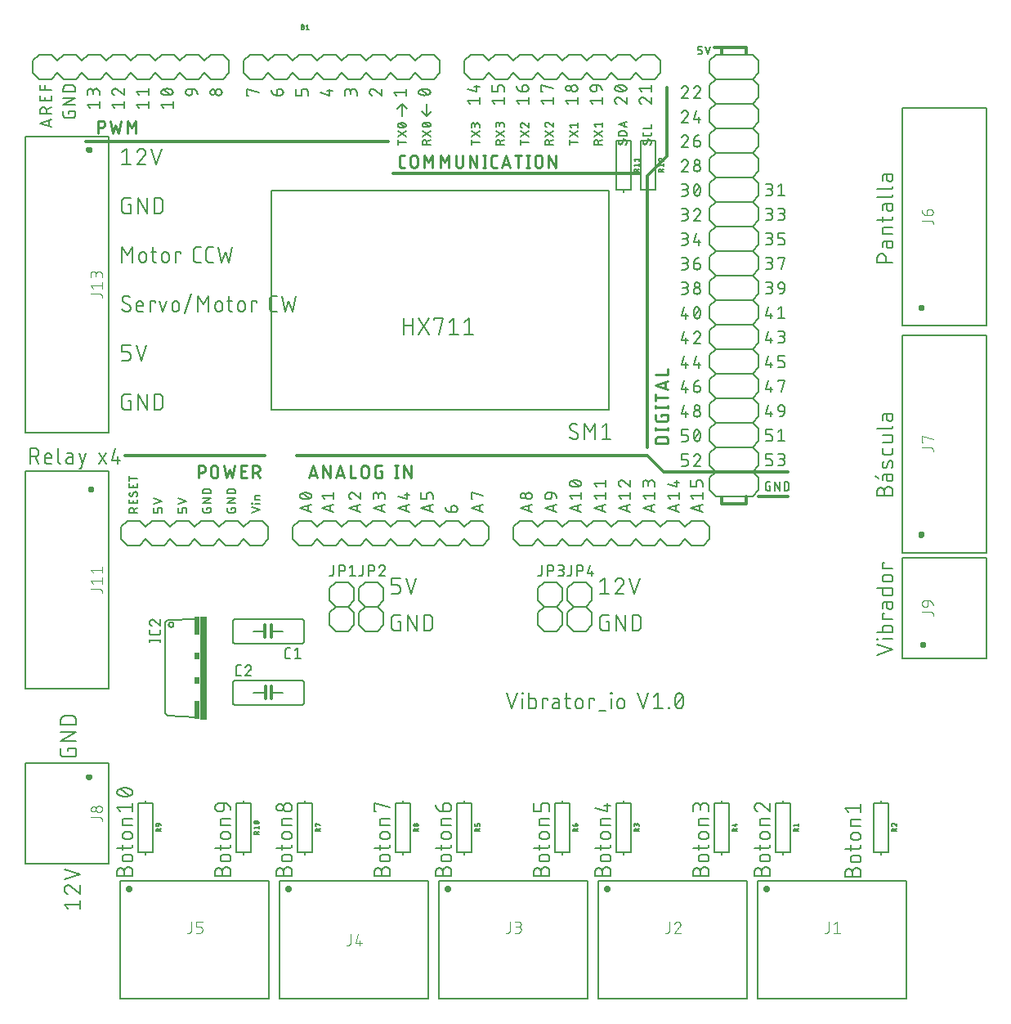
<source format=gbr>
G04 EAGLE Gerber RS-274X export*
G75*
%MOMM*%
%FSLAX34Y34*%
%LPD*%
%INSilkscreen Top*%
%IPPOS*%
%AMOC8*
5,1,8,0,0,1.08239X$1,22.5*%
G01*
%ADD10C,0.152400*%
%ADD11C,0.203200*%
%ADD12C,0.304800*%
%ADD13C,0.228600*%
%ADD14C,0.127000*%
%ADD15C,0.200000*%
%ADD16C,0.400000*%
%ADD17C,0.101600*%
%ADD18R,0.762000X10.668000*%
%ADD19R,0.508000X1.905000*%
%ADD20R,0.508000X0.762000*%


D10*
X858887Y126925D02*
X858887Y131440D01*
X858886Y131440D02*
X858888Y131573D01*
X858894Y131705D01*
X858904Y131837D01*
X858917Y131969D01*
X858935Y132101D01*
X858956Y132231D01*
X858981Y132362D01*
X859010Y132491D01*
X859043Y132619D01*
X859079Y132747D01*
X859119Y132873D01*
X859163Y132998D01*
X859211Y133122D01*
X859262Y133244D01*
X859317Y133365D01*
X859375Y133484D01*
X859437Y133602D01*
X859502Y133717D01*
X859571Y133831D01*
X859642Y133942D01*
X859718Y134051D01*
X859796Y134158D01*
X859877Y134263D01*
X859962Y134365D01*
X860049Y134465D01*
X860139Y134562D01*
X860232Y134657D01*
X860328Y134748D01*
X860426Y134837D01*
X860527Y134923D01*
X860631Y135006D01*
X860737Y135086D01*
X860845Y135162D01*
X860955Y135236D01*
X861068Y135306D01*
X861182Y135373D01*
X861299Y135436D01*
X861417Y135496D01*
X861537Y135553D01*
X861659Y135606D01*
X861782Y135655D01*
X861906Y135701D01*
X862032Y135743D01*
X862159Y135781D01*
X862287Y135816D01*
X862416Y135847D01*
X862545Y135874D01*
X862676Y135897D01*
X862807Y135917D01*
X862939Y135932D01*
X863071Y135944D01*
X863203Y135952D01*
X863336Y135956D01*
X863468Y135956D01*
X863601Y135952D01*
X863733Y135944D01*
X863865Y135932D01*
X863997Y135917D01*
X864128Y135897D01*
X864259Y135874D01*
X864388Y135847D01*
X864517Y135816D01*
X864645Y135781D01*
X864772Y135743D01*
X864898Y135701D01*
X865022Y135655D01*
X865145Y135606D01*
X865267Y135553D01*
X865387Y135496D01*
X865505Y135436D01*
X865622Y135373D01*
X865736Y135306D01*
X865849Y135236D01*
X865959Y135162D01*
X866067Y135086D01*
X866173Y135006D01*
X866277Y134923D01*
X866378Y134837D01*
X866476Y134748D01*
X866572Y134657D01*
X866665Y134562D01*
X866755Y134465D01*
X866842Y134365D01*
X866927Y134263D01*
X867008Y134158D01*
X867086Y134051D01*
X867162Y133942D01*
X867233Y133831D01*
X867302Y133717D01*
X867367Y133602D01*
X867429Y133484D01*
X867487Y133365D01*
X867542Y133244D01*
X867593Y133122D01*
X867641Y132998D01*
X867685Y132873D01*
X867725Y132747D01*
X867761Y132619D01*
X867794Y132491D01*
X867823Y132362D01*
X867848Y132231D01*
X867869Y132101D01*
X867887Y131969D01*
X867900Y131837D01*
X867910Y131705D01*
X867916Y131573D01*
X867918Y131440D01*
X867918Y126925D01*
X851662Y126925D01*
X851662Y131440D01*
X851664Y131559D01*
X851670Y131679D01*
X851680Y131798D01*
X851694Y131916D01*
X851711Y132035D01*
X851733Y132152D01*
X851758Y132269D01*
X851788Y132384D01*
X851821Y132499D01*
X851858Y132613D01*
X851898Y132725D01*
X851943Y132836D01*
X851991Y132945D01*
X852042Y133053D01*
X852097Y133159D01*
X852156Y133263D01*
X852218Y133365D01*
X852283Y133465D01*
X852352Y133563D01*
X852424Y133659D01*
X852499Y133752D01*
X852576Y133842D01*
X852657Y133930D01*
X852741Y134015D01*
X852828Y134097D01*
X852917Y134177D01*
X853009Y134253D01*
X853103Y134327D01*
X853200Y134397D01*
X853298Y134464D01*
X853399Y134528D01*
X853503Y134588D01*
X853608Y134645D01*
X853715Y134698D01*
X853823Y134748D01*
X853933Y134794D01*
X854045Y134836D01*
X854158Y134875D01*
X854272Y134910D01*
X854387Y134941D01*
X854504Y134969D01*
X854621Y134992D01*
X854738Y135012D01*
X854857Y135028D01*
X854976Y135040D01*
X855095Y135048D01*
X855214Y135052D01*
X855334Y135052D01*
X855453Y135048D01*
X855572Y135040D01*
X855691Y135028D01*
X855810Y135012D01*
X855927Y134992D01*
X856044Y134969D01*
X856161Y134941D01*
X856276Y134910D01*
X856390Y134875D01*
X856503Y134836D01*
X856615Y134794D01*
X856725Y134748D01*
X856833Y134698D01*
X856940Y134645D01*
X857045Y134588D01*
X857149Y134528D01*
X857250Y134464D01*
X857348Y134397D01*
X857445Y134327D01*
X857539Y134253D01*
X857631Y134177D01*
X857720Y134097D01*
X857807Y134015D01*
X857891Y133930D01*
X857972Y133842D01*
X858049Y133752D01*
X858124Y133659D01*
X858196Y133563D01*
X858265Y133465D01*
X858330Y133365D01*
X858392Y133263D01*
X858451Y133159D01*
X858506Y133053D01*
X858557Y132945D01*
X858605Y132836D01*
X858650Y132725D01*
X858690Y132613D01*
X858727Y132499D01*
X858760Y132384D01*
X858790Y132269D01*
X858815Y132152D01*
X858837Y132035D01*
X858854Y131916D01*
X858868Y131798D01*
X858878Y131679D01*
X858884Y131559D01*
X858886Y131440D01*
X860693Y141685D02*
X864306Y141685D01*
X860693Y141685D02*
X860574Y141687D01*
X860454Y141693D01*
X860335Y141703D01*
X860217Y141717D01*
X860098Y141734D01*
X859981Y141756D01*
X859864Y141781D01*
X859749Y141811D01*
X859634Y141844D01*
X859520Y141881D01*
X859408Y141921D01*
X859297Y141966D01*
X859188Y142014D01*
X859080Y142065D01*
X858974Y142120D01*
X858870Y142179D01*
X858768Y142241D01*
X858668Y142306D01*
X858570Y142375D01*
X858474Y142447D01*
X858381Y142522D01*
X858291Y142599D01*
X858203Y142680D01*
X858118Y142764D01*
X858036Y142851D01*
X857956Y142940D01*
X857880Y143032D01*
X857806Y143126D01*
X857736Y143223D01*
X857669Y143321D01*
X857605Y143422D01*
X857545Y143526D01*
X857488Y143631D01*
X857435Y143738D01*
X857385Y143846D01*
X857339Y143956D01*
X857297Y144068D01*
X857258Y144181D01*
X857223Y144295D01*
X857192Y144410D01*
X857164Y144527D01*
X857141Y144644D01*
X857121Y144761D01*
X857105Y144880D01*
X857093Y144999D01*
X857085Y145118D01*
X857081Y145237D01*
X857081Y145357D01*
X857085Y145476D01*
X857093Y145595D01*
X857105Y145714D01*
X857121Y145833D01*
X857141Y145950D01*
X857164Y146067D01*
X857192Y146184D01*
X857223Y146299D01*
X857258Y146413D01*
X857297Y146526D01*
X857339Y146638D01*
X857385Y146748D01*
X857435Y146856D01*
X857488Y146963D01*
X857545Y147068D01*
X857605Y147172D01*
X857669Y147273D01*
X857736Y147371D01*
X857806Y147468D01*
X857880Y147562D01*
X857956Y147654D01*
X858036Y147743D01*
X858118Y147830D01*
X858203Y147914D01*
X858291Y147995D01*
X858381Y148072D01*
X858474Y148147D01*
X858570Y148219D01*
X858668Y148288D01*
X858768Y148353D01*
X858870Y148415D01*
X858974Y148474D01*
X859080Y148529D01*
X859188Y148580D01*
X859297Y148628D01*
X859408Y148673D01*
X859520Y148713D01*
X859634Y148750D01*
X859749Y148783D01*
X859864Y148813D01*
X859981Y148838D01*
X860098Y148860D01*
X860217Y148877D01*
X860335Y148891D01*
X860454Y148901D01*
X860574Y148907D01*
X860693Y148909D01*
X860693Y148910D02*
X864306Y148910D01*
X864306Y148909D02*
X864425Y148907D01*
X864545Y148901D01*
X864664Y148891D01*
X864782Y148877D01*
X864901Y148860D01*
X865018Y148838D01*
X865135Y148813D01*
X865250Y148783D01*
X865365Y148750D01*
X865479Y148713D01*
X865591Y148673D01*
X865702Y148628D01*
X865811Y148580D01*
X865919Y148529D01*
X866025Y148474D01*
X866129Y148415D01*
X866231Y148353D01*
X866331Y148288D01*
X866429Y148219D01*
X866525Y148147D01*
X866618Y148072D01*
X866708Y147995D01*
X866796Y147914D01*
X866881Y147830D01*
X866963Y147743D01*
X867043Y147654D01*
X867119Y147562D01*
X867193Y147468D01*
X867263Y147371D01*
X867330Y147273D01*
X867394Y147172D01*
X867454Y147068D01*
X867511Y146963D01*
X867564Y146856D01*
X867614Y146748D01*
X867660Y146638D01*
X867702Y146526D01*
X867741Y146413D01*
X867776Y146299D01*
X867807Y146184D01*
X867835Y146067D01*
X867858Y145950D01*
X867878Y145833D01*
X867894Y145714D01*
X867906Y145595D01*
X867914Y145476D01*
X867918Y145357D01*
X867918Y145237D01*
X867914Y145118D01*
X867906Y144999D01*
X867894Y144880D01*
X867878Y144761D01*
X867858Y144644D01*
X867835Y144527D01*
X867807Y144410D01*
X867776Y144295D01*
X867741Y144181D01*
X867702Y144068D01*
X867660Y143956D01*
X867614Y143846D01*
X867564Y143738D01*
X867511Y143631D01*
X867454Y143526D01*
X867394Y143422D01*
X867330Y143321D01*
X867263Y143223D01*
X867193Y143126D01*
X867119Y143032D01*
X867043Y142940D01*
X866963Y142851D01*
X866881Y142764D01*
X866796Y142680D01*
X866708Y142599D01*
X866618Y142522D01*
X866525Y142447D01*
X866429Y142375D01*
X866331Y142306D01*
X866231Y142241D01*
X866129Y142179D01*
X866025Y142120D01*
X865919Y142065D01*
X865811Y142014D01*
X865702Y141966D01*
X865591Y141921D01*
X865479Y141881D01*
X865365Y141844D01*
X865250Y141811D01*
X865135Y141781D01*
X865018Y141756D01*
X864901Y141734D01*
X864782Y141717D01*
X864664Y141703D01*
X864545Y141693D01*
X864425Y141687D01*
X864306Y141685D01*
X857081Y153935D02*
X857081Y159353D01*
X851662Y155741D02*
X865209Y155741D01*
X865310Y155743D01*
X865411Y155749D01*
X865512Y155758D01*
X865613Y155771D01*
X865713Y155788D01*
X865812Y155809D01*
X865910Y155833D01*
X866007Y155861D01*
X866104Y155893D01*
X866199Y155928D01*
X866292Y155967D01*
X866384Y156009D01*
X866475Y156055D01*
X866564Y156104D01*
X866650Y156156D01*
X866735Y156212D01*
X866818Y156270D01*
X866898Y156332D01*
X866976Y156397D01*
X867052Y156464D01*
X867125Y156534D01*
X867195Y156607D01*
X867262Y156683D01*
X867327Y156761D01*
X867389Y156841D01*
X867447Y156924D01*
X867503Y157009D01*
X867555Y157095D01*
X867604Y157184D01*
X867650Y157275D01*
X867692Y157367D01*
X867731Y157460D01*
X867766Y157555D01*
X867798Y157652D01*
X867826Y157749D01*
X867850Y157847D01*
X867871Y157946D01*
X867888Y158046D01*
X867901Y158147D01*
X867910Y158248D01*
X867916Y158349D01*
X867918Y158450D01*
X867918Y159353D01*
X864306Y165132D02*
X860693Y165132D01*
X860574Y165134D01*
X860454Y165140D01*
X860335Y165150D01*
X860217Y165164D01*
X860098Y165181D01*
X859981Y165203D01*
X859864Y165228D01*
X859749Y165258D01*
X859634Y165291D01*
X859520Y165328D01*
X859408Y165368D01*
X859297Y165413D01*
X859188Y165461D01*
X859080Y165512D01*
X858974Y165567D01*
X858870Y165626D01*
X858768Y165688D01*
X858668Y165753D01*
X858570Y165822D01*
X858474Y165894D01*
X858381Y165969D01*
X858291Y166046D01*
X858203Y166127D01*
X858118Y166211D01*
X858036Y166298D01*
X857956Y166387D01*
X857880Y166479D01*
X857806Y166573D01*
X857736Y166670D01*
X857669Y166768D01*
X857605Y166869D01*
X857545Y166973D01*
X857488Y167078D01*
X857435Y167185D01*
X857385Y167293D01*
X857339Y167403D01*
X857297Y167515D01*
X857258Y167628D01*
X857223Y167742D01*
X857192Y167857D01*
X857164Y167974D01*
X857141Y168091D01*
X857121Y168208D01*
X857105Y168327D01*
X857093Y168446D01*
X857085Y168565D01*
X857081Y168684D01*
X857081Y168804D01*
X857085Y168923D01*
X857093Y169042D01*
X857105Y169161D01*
X857121Y169280D01*
X857141Y169397D01*
X857164Y169514D01*
X857192Y169631D01*
X857223Y169746D01*
X857258Y169860D01*
X857297Y169973D01*
X857339Y170085D01*
X857385Y170195D01*
X857435Y170303D01*
X857488Y170410D01*
X857545Y170515D01*
X857605Y170619D01*
X857669Y170720D01*
X857736Y170818D01*
X857806Y170915D01*
X857880Y171009D01*
X857956Y171101D01*
X858036Y171190D01*
X858118Y171277D01*
X858203Y171361D01*
X858291Y171442D01*
X858381Y171519D01*
X858474Y171594D01*
X858570Y171666D01*
X858668Y171735D01*
X858768Y171800D01*
X858870Y171862D01*
X858974Y171921D01*
X859080Y171976D01*
X859188Y172027D01*
X859297Y172075D01*
X859408Y172120D01*
X859520Y172160D01*
X859634Y172197D01*
X859749Y172230D01*
X859864Y172260D01*
X859981Y172285D01*
X860098Y172307D01*
X860217Y172324D01*
X860335Y172338D01*
X860454Y172348D01*
X860574Y172354D01*
X860693Y172356D01*
X860693Y172357D02*
X864306Y172357D01*
X864306Y172356D02*
X864425Y172354D01*
X864545Y172348D01*
X864664Y172338D01*
X864782Y172324D01*
X864901Y172307D01*
X865018Y172285D01*
X865135Y172260D01*
X865250Y172230D01*
X865365Y172197D01*
X865479Y172160D01*
X865591Y172120D01*
X865702Y172075D01*
X865811Y172027D01*
X865919Y171976D01*
X866025Y171921D01*
X866129Y171862D01*
X866231Y171800D01*
X866331Y171735D01*
X866429Y171666D01*
X866525Y171594D01*
X866618Y171519D01*
X866708Y171442D01*
X866796Y171361D01*
X866881Y171277D01*
X866963Y171190D01*
X867043Y171101D01*
X867119Y171009D01*
X867193Y170915D01*
X867263Y170818D01*
X867330Y170720D01*
X867394Y170619D01*
X867454Y170515D01*
X867511Y170410D01*
X867564Y170303D01*
X867614Y170195D01*
X867660Y170085D01*
X867702Y169973D01*
X867741Y169860D01*
X867776Y169746D01*
X867807Y169631D01*
X867835Y169514D01*
X867858Y169397D01*
X867878Y169280D01*
X867894Y169161D01*
X867906Y169042D01*
X867914Y168923D01*
X867918Y168804D01*
X867918Y168684D01*
X867914Y168565D01*
X867906Y168446D01*
X867894Y168327D01*
X867878Y168208D01*
X867858Y168091D01*
X867835Y167974D01*
X867807Y167857D01*
X867776Y167742D01*
X867741Y167628D01*
X867702Y167515D01*
X867660Y167403D01*
X867614Y167293D01*
X867564Y167185D01*
X867511Y167078D01*
X867454Y166973D01*
X867394Y166869D01*
X867330Y166768D01*
X867263Y166670D01*
X867193Y166573D01*
X867119Y166479D01*
X867043Y166387D01*
X866963Y166298D01*
X866881Y166211D01*
X866796Y166127D01*
X866708Y166046D01*
X866618Y165969D01*
X866525Y165894D01*
X866429Y165822D01*
X866331Y165753D01*
X866231Y165688D01*
X866129Y165626D01*
X866025Y165567D01*
X865919Y165512D01*
X865811Y165461D01*
X865702Y165413D01*
X865591Y165368D01*
X865479Y165328D01*
X865365Y165291D01*
X865250Y165258D01*
X865135Y165228D01*
X865018Y165203D01*
X864901Y165181D01*
X864782Y165164D01*
X864664Y165150D01*
X864545Y165140D01*
X864425Y165134D01*
X864306Y165132D01*
X867918Y179200D02*
X857081Y179200D01*
X857081Y183715D01*
X857083Y183819D01*
X857089Y183922D01*
X857099Y184026D01*
X857113Y184129D01*
X857131Y184231D01*
X857152Y184332D01*
X857178Y184433D01*
X857207Y184532D01*
X857240Y184631D01*
X857277Y184728D01*
X857318Y184823D01*
X857362Y184917D01*
X857410Y185009D01*
X857461Y185099D01*
X857516Y185188D01*
X857574Y185274D01*
X857636Y185357D01*
X857700Y185439D01*
X857768Y185517D01*
X857838Y185593D01*
X857911Y185667D01*
X857988Y185737D01*
X858066Y185805D01*
X858148Y185869D01*
X858231Y185931D01*
X858317Y185989D01*
X858406Y186044D01*
X858496Y186095D01*
X858588Y186143D01*
X858682Y186187D01*
X858777Y186228D01*
X858874Y186265D01*
X858973Y186298D01*
X859072Y186327D01*
X859173Y186353D01*
X859274Y186374D01*
X859376Y186392D01*
X859479Y186406D01*
X859583Y186416D01*
X859686Y186422D01*
X859790Y186424D01*
X859790Y186425D02*
X867918Y186425D01*
X855274Y193407D02*
X851662Y197922D01*
X867918Y197922D01*
X867918Y193407D02*
X867918Y202438D01*
X764907Y132278D02*
X764907Y127762D01*
X764906Y132278D02*
X764908Y132411D01*
X764914Y132543D01*
X764924Y132675D01*
X764937Y132807D01*
X764955Y132939D01*
X764976Y133069D01*
X765001Y133200D01*
X765030Y133329D01*
X765063Y133457D01*
X765099Y133585D01*
X765139Y133711D01*
X765183Y133836D01*
X765231Y133960D01*
X765282Y134082D01*
X765337Y134203D01*
X765395Y134322D01*
X765457Y134440D01*
X765522Y134555D01*
X765591Y134669D01*
X765662Y134780D01*
X765738Y134889D01*
X765816Y134996D01*
X765897Y135101D01*
X765982Y135203D01*
X766069Y135303D01*
X766159Y135400D01*
X766252Y135495D01*
X766348Y135586D01*
X766446Y135675D01*
X766547Y135761D01*
X766651Y135844D01*
X766757Y135924D01*
X766865Y136000D01*
X766975Y136074D01*
X767088Y136144D01*
X767202Y136211D01*
X767319Y136274D01*
X767437Y136334D01*
X767557Y136391D01*
X767679Y136444D01*
X767802Y136493D01*
X767926Y136539D01*
X768052Y136581D01*
X768179Y136619D01*
X768307Y136654D01*
X768436Y136685D01*
X768565Y136712D01*
X768696Y136735D01*
X768827Y136755D01*
X768959Y136770D01*
X769091Y136782D01*
X769223Y136790D01*
X769356Y136794D01*
X769488Y136794D01*
X769621Y136790D01*
X769753Y136782D01*
X769885Y136770D01*
X770017Y136755D01*
X770148Y136735D01*
X770279Y136712D01*
X770408Y136685D01*
X770537Y136654D01*
X770665Y136619D01*
X770792Y136581D01*
X770918Y136539D01*
X771042Y136493D01*
X771165Y136444D01*
X771287Y136391D01*
X771407Y136334D01*
X771525Y136274D01*
X771642Y136211D01*
X771756Y136144D01*
X771869Y136074D01*
X771979Y136000D01*
X772087Y135924D01*
X772193Y135844D01*
X772297Y135761D01*
X772398Y135675D01*
X772496Y135586D01*
X772592Y135495D01*
X772685Y135400D01*
X772775Y135303D01*
X772862Y135203D01*
X772947Y135101D01*
X773028Y134996D01*
X773106Y134889D01*
X773182Y134780D01*
X773253Y134669D01*
X773322Y134555D01*
X773387Y134440D01*
X773449Y134322D01*
X773507Y134203D01*
X773562Y134082D01*
X773613Y133960D01*
X773661Y133836D01*
X773705Y133711D01*
X773745Y133585D01*
X773781Y133457D01*
X773814Y133329D01*
X773843Y133200D01*
X773868Y133069D01*
X773889Y132939D01*
X773907Y132807D01*
X773920Y132675D01*
X773930Y132543D01*
X773936Y132411D01*
X773938Y132278D01*
X773938Y127762D01*
X757682Y127762D01*
X757682Y132278D01*
X757684Y132397D01*
X757690Y132517D01*
X757700Y132636D01*
X757714Y132754D01*
X757731Y132873D01*
X757753Y132990D01*
X757778Y133107D01*
X757808Y133222D01*
X757841Y133337D01*
X757878Y133451D01*
X757918Y133563D01*
X757963Y133674D01*
X758011Y133783D01*
X758062Y133891D01*
X758117Y133997D01*
X758176Y134101D01*
X758238Y134203D01*
X758303Y134303D01*
X758372Y134401D01*
X758444Y134497D01*
X758519Y134590D01*
X758596Y134680D01*
X758677Y134768D01*
X758761Y134853D01*
X758848Y134935D01*
X758937Y135015D01*
X759029Y135091D01*
X759123Y135165D01*
X759220Y135235D01*
X759318Y135302D01*
X759419Y135366D01*
X759523Y135426D01*
X759628Y135483D01*
X759735Y135536D01*
X759843Y135586D01*
X759953Y135632D01*
X760065Y135674D01*
X760178Y135713D01*
X760292Y135748D01*
X760407Y135779D01*
X760524Y135807D01*
X760641Y135830D01*
X760758Y135850D01*
X760877Y135866D01*
X760996Y135878D01*
X761115Y135886D01*
X761234Y135890D01*
X761354Y135890D01*
X761473Y135886D01*
X761592Y135878D01*
X761711Y135866D01*
X761830Y135850D01*
X761947Y135830D01*
X762064Y135807D01*
X762181Y135779D01*
X762296Y135748D01*
X762410Y135713D01*
X762523Y135674D01*
X762635Y135632D01*
X762745Y135586D01*
X762853Y135536D01*
X762960Y135483D01*
X763065Y135426D01*
X763169Y135366D01*
X763270Y135302D01*
X763368Y135235D01*
X763465Y135165D01*
X763559Y135091D01*
X763651Y135015D01*
X763740Y134935D01*
X763827Y134853D01*
X763911Y134768D01*
X763992Y134680D01*
X764069Y134590D01*
X764144Y134497D01*
X764216Y134401D01*
X764285Y134303D01*
X764350Y134203D01*
X764412Y134101D01*
X764471Y133997D01*
X764526Y133891D01*
X764577Y133783D01*
X764625Y133674D01*
X764670Y133563D01*
X764710Y133451D01*
X764747Y133337D01*
X764780Y133222D01*
X764810Y133107D01*
X764835Y132990D01*
X764857Y132873D01*
X764874Y132754D01*
X764888Y132636D01*
X764898Y132517D01*
X764904Y132397D01*
X764906Y132278D01*
X766713Y142522D02*
X770326Y142522D01*
X766713Y142523D02*
X766594Y142525D01*
X766474Y142531D01*
X766355Y142541D01*
X766237Y142555D01*
X766118Y142572D01*
X766001Y142594D01*
X765884Y142619D01*
X765769Y142649D01*
X765654Y142682D01*
X765540Y142719D01*
X765428Y142759D01*
X765317Y142804D01*
X765208Y142852D01*
X765100Y142903D01*
X764994Y142958D01*
X764890Y143017D01*
X764788Y143079D01*
X764688Y143144D01*
X764590Y143213D01*
X764494Y143285D01*
X764401Y143360D01*
X764311Y143437D01*
X764223Y143518D01*
X764138Y143602D01*
X764056Y143689D01*
X763976Y143778D01*
X763900Y143870D01*
X763826Y143964D01*
X763756Y144061D01*
X763689Y144159D01*
X763625Y144260D01*
X763565Y144364D01*
X763508Y144469D01*
X763455Y144576D01*
X763405Y144684D01*
X763359Y144794D01*
X763317Y144906D01*
X763278Y145019D01*
X763243Y145133D01*
X763212Y145248D01*
X763184Y145365D01*
X763161Y145482D01*
X763141Y145599D01*
X763125Y145718D01*
X763113Y145837D01*
X763105Y145956D01*
X763101Y146075D01*
X763101Y146195D01*
X763105Y146314D01*
X763113Y146433D01*
X763125Y146552D01*
X763141Y146671D01*
X763161Y146788D01*
X763184Y146905D01*
X763212Y147022D01*
X763243Y147137D01*
X763278Y147251D01*
X763317Y147364D01*
X763359Y147476D01*
X763405Y147586D01*
X763455Y147694D01*
X763508Y147801D01*
X763565Y147906D01*
X763625Y148010D01*
X763689Y148111D01*
X763756Y148209D01*
X763826Y148306D01*
X763900Y148400D01*
X763976Y148492D01*
X764056Y148581D01*
X764138Y148668D01*
X764223Y148752D01*
X764311Y148833D01*
X764401Y148910D01*
X764494Y148985D01*
X764590Y149057D01*
X764688Y149126D01*
X764788Y149191D01*
X764890Y149253D01*
X764994Y149312D01*
X765100Y149367D01*
X765208Y149418D01*
X765317Y149466D01*
X765428Y149511D01*
X765540Y149551D01*
X765654Y149588D01*
X765769Y149621D01*
X765884Y149651D01*
X766001Y149676D01*
X766118Y149698D01*
X766237Y149715D01*
X766355Y149729D01*
X766474Y149739D01*
X766594Y149745D01*
X766713Y149747D01*
X770326Y149747D01*
X770445Y149745D01*
X770565Y149739D01*
X770684Y149729D01*
X770802Y149715D01*
X770921Y149698D01*
X771038Y149676D01*
X771155Y149651D01*
X771270Y149621D01*
X771385Y149588D01*
X771499Y149551D01*
X771611Y149511D01*
X771722Y149466D01*
X771831Y149418D01*
X771939Y149367D01*
X772045Y149312D01*
X772149Y149253D01*
X772251Y149191D01*
X772351Y149126D01*
X772449Y149057D01*
X772545Y148985D01*
X772638Y148910D01*
X772728Y148833D01*
X772816Y148752D01*
X772901Y148668D01*
X772983Y148581D01*
X773063Y148492D01*
X773139Y148400D01*
X773213Y148306D01*
X773283Y148209D01*
X773350Y148111D01*
X773414Y148010D01*
X773474Y147906D01*
X773531Y147801D01*
X773584Y147694D01*
X773634Y147586D01*
X773680Y147476D01*
X773722Y147364D01*
X773761Y147251D01*
X773796Y147137D01*
X773827Y147022D01*
X773855Y146905D01*
X773878Y146788D01*
X773898Y146671D01*
X773914Y146552D01*
X773926Y146433D01*
X773934Y146314D01*
X773938Y146195D01*
X773938Y146075D01*
X773934Y145956D01*
X773926Y145837D01*
X773914Y145718D01*
X773898Y145599D01*
X773878Y145482D01*
X773855Y145365D01*
X773827Y145248D01*
X773796Y145133D01*
X773761Y145019D01*
X773722Y144906D01*
X773680Y144794D01*
X773634Y144684D01*
X773584Y144576D01*
X773531Y144469D01*
X773474Y144364D01*
X773414Y144260D01*
X773350Y144159D01*
X773283Y144061D01*
X773213Y143964D01*
X773139Y143870D01*
X773063Y143778D01*
X772983Y143689D01*
X772901Y143602D01*
X772816Y143518D01*
X772728Y143437D01*
X772638Y143360D01*
X772545Y143285D01*
X772449Y143213D01*
X772351Y143144D01*
X772251Y143079D01*
X772149Y143017D01*
X772045Y142958D01*
X771939Y142903D01*
X771831Y142852D01*
X771722Y142804D01*
X771611Y142759D01*
X771499Y142719D01*
X771385Y142682D01*
X771270Y142649D01*
X771155Y142619D01*
X771038Y142594D01*
X770921Y142572D01*
X770802Y142555D01*
X770684Y142541D01*
X770565Y142531D01*
X770445Y142525D01*
X770326Y142523D01*
X763101Y154772D02*
X763101Y160191D01*
X757682Y156578D02*
X771229Y156578D01*
X771229Y156579D02*
X771330Y156581D01*
X771431Y156587D01*
X771532Y156596D01*
X771633Y156609D01*
X771733Y156626D01*
X771832Y156647D01*
X771930Y156671D01*
X772027Y156699D01*
X772124Y156731D01*
X772219Y156766D01*
X772312Y156805D01*
X772404Y156847D01*
X772495Y156893D01*
X772584Y156942D01*
X772670Y156994D01*
X772755Y157050D01*
X772838Y157108D01*
X772918Y157170D01*
X772996Y157235D01*
X773072Y157302D01*
X773145Y157372D01*
X773215Y157445D01*
X773282Y157521D01*
X773347Y157599D01*
X773409Y157679D01*
X773467Y157762D01*
X773523Y157847D01*
X773575Y157933D01*
X773624Y158022D01*
X773670Y158113D01*
X773712Y158205D01*
X773751Y158298D01*
X773786Y158393D01*
X773818Y158490D01*
X773846Y158587D01*
X773870Y158685D01*
X773891Y158784D01*
X773908Y158884D01*
X773921Y158985D01*
X773930Y159086D01*
X773936Y159187D01*
X773938Y159288D01*
X773938Y160191D01*
X770326Y165969D02*
X766713Y165969D01*
X766713Y165970D02*
X766594Y165972D01*
X766474Y165978D01*
X766355Y165988D01*
X766237Y166002D01*
X766118Y166019D01*
X766001Y166041D01*
X765884Y166066D01*
X765769Y166096D01*
X765654Y166129D01*
X765540Y166166D01*
X765428Y166206D01*
X765317Y166251D01*
X765208Y166299D01*
X765100Y166350D01*
X764994Y166405D01*
X764890Y166464D01*
X764788Y166526D01*
X764688Y166591D01*
X764590Y166660D01*
X764494Y166732D01*
X764401Y166807D01*
X764311Y166884D01*
X764223Y166965D01*
X764138Y167049D01*
X764056Y167136D01*
X763976Y167225D01*
X763900Y167317D01*
X763826Y167411D01*
X763756Y167508D01*
X763689Y167606D01*
X763625Y167707D01*
X763565Y167811D01*
X763508Y167916D01*
X763455Y168023D01*
X763405Y168131D01*
X763359Y168241D01*
X763317Y168353D01*
X763278Y168466D01*
X763243Y168580D01*
X763212Y168695D01*
X763184Y168812D01*
X763161Y168929D01*
X763141Y169046D01*
X763125Y169165D01*
X763113Y169284D01*
X763105Y169403D01*
X763101Y169522D01*
X763101Y169642D01*
X763105Y169761D01*
X763113Y169880D01*
X763125Y169999D01*
X763141Y170118D01*
X763161Y170235D01*
X763184Y170352D01*
X763212Y170469D01*
X763243Y170584D01*
X763278Y170698D01*
X763317Y170811D01*
X763359Y170923D01*
X763405Y171033D01*
X763455Y171141D01*
X763508Y171248D01*
X763565Y171353D01*
X763625Y171457D01*
X763689Y171558D01*
X763756Y171656D01*
X763826Y171753D01*
X763900Y171847D01*
X763976Y171939D01*
X764056Y172028D01*
X764138Y172115D01*
X764223Y172199D01*
X764311Y172280D01*
X764401Y172357D01*
X764494Y172432D01*
X764590Y172504D01*
X764688Y172573D01*
X764788Y172638D01*
X764890Y172700D01*
X764994Y172759D01*
X765100Y172814D01*
X765208Y172865D01*
X765317Y172913D01*
X765428Y172958D01*
X765540Y172998D01*
X765654Y173035D01*
X765769Y173068D01*
X765884Y173098D01*
X766001Y173123D01*
X766118Y173145D01*
X766237Y173162D01*
X766355Y173176D01*
X766474Y173186D01*
X766594Y173192D01*
X766713Y173194D01*
X770326Y173194D01*
X770445Y173192D01*
X770565Y173186D01*
X770684Y173176D01*
X770802Y173162D01*
X770921Y173145D01*
X771038Y173123D01*
X771155Y173098D01*
X771270Y173068D01*
X771385Y173035D01*
X771499Y172998D01*
X771611Y172958D01*
X771722Y172913D01*
X771831Y172865D01*
X771939Y172814D01*
X772045Y172759D01*
X772149Y172700D01*
X772251Y172638D01*
X772351Y172573D01*
X772449Y172504D01*
X772545Y172432D01*
X772638Y172357D01*
X772728Y172280D01*
X772816Y172199D01*
X772901Y172115D01*
X772983Y172028D01*
X773063Y171939D01*
X773139Y171847D01*
X773213Y171753D01*
X773283Y171656D01*
X773350Y171558D01*
X773414Y171457D01*
X773474Y171353D01*
X773531Y171248D01*
X773584Y171141D01*
X773634Y171033D01*
X773680Y170923D01*
X773722Y170811D01*
X773761Y170698D01*
X773796Y170584D01*
X773827Y170469D01*
X773855Y170352D01*
X773878Y170235D01*
X773898Y170118D01*
X773914Y169999D01*
X773926Y169880D01*
X773934Y169761D01*
X773938Y169642D01*
X773938Y169522D01*
X773934Y169403D01*
X773926Y169284D01*
X773914Y169165D01*
X773898Y169046D01*
X773878Y168929D01*
X773855Y168812D01*
X773827Y168695D01*
X773796Y168580D01*
X773761Y168466D01*
X773722Y168353D01*
X773680Y168241D01*
X773634Y168131D01*
X773584Y168023D01*
X773531Y167916D01*
X773474Y167811D01*
X773414Y167707D01*
X773350Y167606D01*
X773283Y167508D01*
X773213Y167411D01*
X773139Y167317D01*
X773063Y167225D01*
X772983Y167136D01*
X772901Y167049D01*
X772816Y166965D01*
X772728Y166884D01*
X772638Y166807D01*
X772545Y166732D01*
X772449Y166660D01*
X772351Y166591D01*
X772251Y166526D01*
X772149Y166464D01*
X772045Y166405D01*
X771939Y166350D01*
X771831Y166299D01*
X771722Y166251D01*
X771611Y166206D01*
X771499Y166166D01*
X771385Y166129D01*
X771270Y166096D01*
X771155Y166066D01*
X771038Y166041D01*
X770921Y166019D01*
X770802Y166002D01*
X770684Y165988D01*
X770565Y165978D01*
X770445Y165972D01*
X770326Y165970D01*
X773938Y180037D02*
X763101Y180037D01*
X763101Y184553D01*
X763103Y184657D01*
X763109Y184760D01*
X763119Y184864D01*
X763133Y184967D01*
X763151Y185069D01*
X763172Y185170D01*
X763198Y185271D01*
X763227Y185370D01*
X763260Y185469D01*
X763297Y185566D01*
X763338Y185661D01*
X763382Y185755D01*
X763430Y185847D01*
X763481Y185937D01*
X763536Y186026D01*
X763594Y186112D01*
X763656Y186195D01*
X763720Y186277D01*
X763788Y186355D01*
X763858Y186431D01*
X763931Y186505D01*
X764008Y186575D01*
X764086Y186643D01*
X764168Y186707D01*
X764251Y186769D01*
X764337Y186827D01*
X764426Y186882D01*
X764516Y186933D01*
X764608Y186981D01*
X764702Y187025D01*
X764797Y187066D01*
X764894Y187103D01*
X764993Y187136D01*
X765092Y187165D01*
X765193Y187191D01*
X765294Y187212D01*
X765396Y187230D01*
X765499Y187244D01*
X765603Y187254D01*
X765706Y187260D01*
X765810Y187262D01*
X773938Y187262D01*
X761746Y203275D02*
X761621Y203273D01*
X761496Y203267D01*
X761371Y203258D01*
X761247Y203244D01*
X761123Y203227D01*
X760999Y203206D01*
X760877Y203181D01*
X760755Y203152D01*
X760634Y203120D01*
X760514Y203084D01*
X760395Y203044D01*
X760278Y203001D01*
X760162Y202954D01*
X760047Y202903D01*
X759935Y202849D01*
X759823Y202791D01*
X759714Y202731D01*
X759607Y202666D01*
X759501Y202599D01*
X759398Y202528D01*
X759297Y202454D01*
X759198Y202377D01*
X759102Y202297D01*
X759008Y202214D01*
X758917Y202129D01*
X758828Y202040D01*
X758743Y201949D01*
X758660Y201855D01*
X758580Y201759D01*
X758503Y201660D01*
X758429Y201559D01*
X758358Y201456D01*
X758291Y201350D01*
X758226Y201243D01*
X758166Y201134D01*
X758108Y201022D01*
X758054Y200910D01*
X758003Y200795D01*
X757956Y200679D01*
X757913Y200562D01*
X757873Y200443D01*
X757837Y200323D01*
X757805Y200202D01*
X757776Y200080D01*
X757751Y199958D01*
X757730Y199834D01*
X757713Y199710D01*
X757699Y199586D01*
X757690Y199461D01*
X757684Y199336D01*
X757682Y199211D01*
X757684Y199068D01*
X757690Y198926D01*
X757700Y198783D01*
X757713Y198641D01*
X757731Y198500D01*
X757752Y198358D01*
X757777Y198218D01*
X757806Y198078D01*
X757839Y197939D01*
X757876Y197801D01*
X757916Y197664D01*
X757960Y197529D01*
X758008Y197394D01*
X758060Y197261D01*
X758115Y197129D01*
X758174Y196999D01*
X758236Y196871D01*
X758302Y196744D01*
X758371Y196619D01*
X758443Y196496D01*
X758519Y196375D01*
X758598Y196257D01*
X758681Y196140D01*
X758766Y196026D01*
X758855Y195914D01*
X758946Y195805D01*
X759041Y195698D01*
X759138Y195593D01*
X759239Y195492D01*
X759342Y195393D01*
X759447Y195297D01*
X759556Y195204D01*
X759667Y195114D01*
X759780Y195027D01*
X759895Y194943D01*
X760013Y194863D01*
X760133Y194785D01*
X760255Y194711D01*
X760379Y194641D01*
X760505Y194573D01*
X760633Y194510D01*
X760762Y194449D01*
X760893Y194392D01*
X761025Y194339D01*
X761159Y194290D01*
X761294Y194244D01*
X764907Y201920D02*
X764815Y202014D01*
X764721Y202104D01*
X764624Y202192D01*
X764524Y202277D01*
X764422Y202359D01*
X764317Y202437D01*
X764210Y202513D01*
X764101Y202585D01*
X763990Y202654D01*
X763876Y202720D01*
X763761Y202782D01*
X763644Y202841D01*
X763525Y202896D01*
X763405Y202947D01*
X763283Y202995D01*
X763160Y203040D01*
X763036Y203080D01*
X762910Y203117D01*
X762783Y203150D01*
X762656Y203179D01*
X762527Y203205D01*
X762398Y203226D01*
X762268Y203244D01*
X762138Y203257D01*
X762008Y203267D01*
X761877Y203273D01*
X761746Y203275D01*
X764907Y201921D02*
X773938Y194244D01*
X773938Y203275D01*
X701407Y132278D02*
X701407Y127762D01*
X701406Y132278D02*
X701408Y132411D01*
X701414Y132543D01*
X701424Y132675D01*
X701437Y132807D01*
X701455Y132939D01*
X701476Y133069D01*
X701501Y133200D01*
X701530Y133329D01*
X701563Y133457D01*
X701599Y133585D01*
X701639Y133711D01*
X701683Y133836D01*
X701731Y133960D01*
X701782Y134082D01*
X701837Y134203D01*
X701895Y134322D01*
X701957Y134440D01*
X702022Y134555D01*
X702091Y134669D01*
X702162Y134780D01*
X702238Y134889D01*
X702316Y134996D01*
X702397Y135101D01*
X702482Y135203D01*
X702569Y135303D01*
X702659Y135400D01*
X702752Y135495D01*
X702848Y135586D01*
X702946Y135675D01*
X703047Y135761D01*
X703151Y135844D01*
X703257Y135924D01*
X703365Y136000D01*
X703475Y136074D01*
X703588Y136144D01*
X703702Y136211D01*
X703819Y136274D01*
X703937Y136334D01*
X704057Y136391D01*
X704179Y136444D01*
X704302Y136493D01*
X704426Y136539D01*
X704552Y136581D01*
X704679Y136619D01*
X704807Y136654D01*
X704936Y136685D01*
X705065Y136712D01*
X705196Y136735D01*
X705327Y136755D01*
X705459Y136770D01*
X705591Y136782D01*
X705723Y136790D01*
X705856Y136794D01*
X705988Y136794D01*
X706121Y136790D01*
X706253Y136782D01*
X706385Y136770D01*
X706517Y136755D01*
X706648Y136735D01*
X706779Y136712D01*
X706908Y136685D01*
X707037Y136654D01*
X707165Y136619D01*
X707292Y136581D01*
X707418Y136539D01*
X707542Y136493D01*
X707665Y136444D01*
X707787Y136391D01*
X707907Y136334D01*
X708025Y136274D01*
X708142Y136211D01*
X708256Y136144D01*
X708369Y136074D01*
X708479Y136000D01*
X708587Y135924D01*
X708693Y135844D01*
X708797Y135761D01*
X708898Y135675D01*
X708996Y135586D01*
X709092Y135495D01*
X709185Y135400D01*
X709275Y135303D01*
X709362Y135203D01*
X709447Y135101D01*
X709528Y134996D01*
X709606Y134889D01*
X709682Y134780D01*
X709753Y134669D01*
X709822Y134555D01*
X709887Y134440D01*
X709949Y134322D01*
X710007Y134203D01*
X710062Y134082D01*
X710113Y133960D01*
X710161Y133836D01*
X710205Y133711D01*
X710245Y133585D01*
X710281Y133457D01*
X710314Y133329D01*
X710343Y133200D01*
X710368Y133069D01*
X710389Y132939D01*
X710407Y132807D01*
X710420Y132675D01*
X710430Y132543D01*
X710436Y132411D01*
X710438Y132278D01*
X710438Y127762D01*
X694182Y127762D01*
X694182Y132278D01*
X694184Y132397D01*
X694190Y132517D01*
X694200Y132636D01*
X694214Y132754D01*
X694231Y132873D01*
X694253Y132990D01*
X694278Y133107D01*
X694308Y133222D01*
X694341Y133337D01*
X694378Y133451D01*
X694418Y133563D01*
X694463Y133674D01*
X694511Y133783D01*
X694562Y133891D01*
X694617Y133997D01*
X694676Y134101D01*
X694738Y134203D01*
X694803Y134303D01*
X694872Y134401D01*
X694944Y134497D01*
X695019Y134590D01*
X695096Y134680D01*
X695177Y134768D01*
X695261Y134853D01*
X695348Y134935D01*
X695437Y135015D01*
X695529Y135091D01*
X695623Y135165D01*
X695720Y135235D01*
X695818Y135302D01*
X695919Y135366D01*
X696023Y135426D01*
X696128Y135483D01*
X696235Y135536D01*
X696343Y135586D01*
X696453Y135632D01*
X696565Y135674D01*
X696678Y135713D01*
X696792Y135748D01*
X696907Y135779D01*
X697024Y135807D01*
X697141Y135830D01*
X697258Y135850D01*
X697377Y135866D01*
X697496Y135878D01*
X697615Y135886D01*
X697734Y135890D01*
X697854Y135890D01*
X697973Y135886D01*
X698092Y135878D01*
X698211Y135866D01*
X698330Y135850D01*
X698447Y135830D01*
X698564Y135807D01*
X698681Y135779D01*
X698796Y135748D01*
X698910Y135713D01*
X699023Y135674D01*
X699135Y135632D01*
X699245Y135586D01*
X699353Y135536D01*
X699460Y135483D01*
X699565Y135426D01*
X699669Y135366D01*
X699770Y135302D01*
X699868Y135235D01*
X699965Y135165D01*
X700059Y135091D01*
X700151Y135015D01*
X700240Y134935D01*
X700327Y134853D01*
X700411Y134768D01*
X700492Y134680D01*
X700569Y134590D01*
X700644Y134497D01*
X700716Y134401D01*
X700785Y134303D01*
X700850Y134203D01*
X700912Y134101D01*
X700971Y133997D01*
X701026Y133891D01*
X701077Y133783D01*
X701125Y133674D01*
X701170Y133563D01*
X701210Y133451D01*
X701247Y133337D01*
X701280Y133222D01*
X701310Y133107D01*
X701335Y132990D01*
X701357Y132873D01*
X701374Y132754D01*
X701388Y132636D01*
X701398Y132517D01*
X701404Y132397D01*
X701406Y132278D01*
X703213Y142522D02*
X706826Y142522D01*
X703213Y142523D02*
X703094Y142525D01*
X702974Y142531D01*
X702855Y142541D01*
X702737Y142555D01*
X702618Y142572D01*
X702501Y142594D01*
X702384Y142619D01*
X702269Y142649D01*
X702154Y142682D01*
X702040Y142719D01*
X701928Y142759D01*
X701817Y142804D01*
X701708Y142852D01*
X701600Y142903D01*
X701494Y142958D01*
X701390Y143017D01*
X701288Y143079D01*
X701188Y143144D01*
X701090Y143213D01*
X700994Y143285D01*
X700901Y143360D01*
X700811Y143437D01*
X700723Y143518D01*
X700638Y143602D01*
X700556Y143689D01*
X700476Y143778D01*
X700400Y143870D01*
X700326Y143964D01*
X700256Y144061D01*
X700189Y144159D01*
X700125Y144260D01*
X700065Y144364D01*
X700008Y144469D01*
X699955Y144576D01*
X699905Y144684D01*
X699859Y144794D01*
X699817Y144906D01*
X699778Y145019D01*
X699743Y145133D01*
X699712Y145248D01*
X699684Y145365D01*
X699661Y145482D01*
X699641Y145599D01*
X699625Y145718D01*
X699613Y145837D01*
X699605Y145956D01*
X699601Y146075D01*
X699601Y146195D01*
X699605Y146314D01*
X699613Y146433D01*
X699625Y146552D01*
X699641Y146671D01*
X699661Y146788D01*
X699684Y146905D01*
X699712Y147022D01*
X699743Y147137D01*
X699778Y147251D01*
X699817Y147364D01*
X699859Y147476D01*
X699905Y147586D01*
X699955Y147694D01*
X700008Y147801D01*
X700065Y147906D01*
X700125Y148010D01*
X700189Y148111D01*
X700256Y148209D01*
X700326Y148306D01*
X700400Y148400D01*
X700476Y148492D01*
X700556Y148581D01*
X700638Y148668D01*
X700723Y148752D01*
X700811Y148833D01*
X700901Y148910D01*
X700994Y148985D01*
X701090Y149057D01*
X701188Y149126D01*
X701288Y149191D01*
X701390Y149253D01*
X701494Y149312D01*
X701600Y149367D01*
X701708Y149418D01*
X701817Y149466D01*
X701928Y149511D01*
X702040Y149551D01*
X702154Y149588D01*
X702269Y149621D01*
X702384Y149651D01*
X702501Y149676D01*
X702618Y149698D01*
X702737Y149715D01*
X702855Y149729D01*
X702974Y149739D01*
X703094Y149745D01*
X703213Y149747D01*
X706826Y149747D01*
X706945Y149745D01*
X707065Y149739D01*
X707184Y149729D01*
X707302Y149715D01*
X707421Y149698D01*
X707538Y149676D01*
X707655Y149651D01*
X707770Y149621D01*
X707885Y149588D01*
X707999Y149551D01*
X708111Y149511D01*
X708222Y149466D01*
X708331Y149418D01*
X708439Y149367D01*
X708545Y149312D01*
X708649Y149253D01*
X708751Y149191D01*
X708851Y149126D01*
X708949Y149057D01*
X709045Y148985D01*
X709138Y148910D01*
X709228Y148833D01*
X709316Y148752D01*
X709401Y148668D01*
X709483Y148581D01*
X709563Y148492D01*
X709639Y148400D01*
X709713Y148306D01*
X709783Y148209D01*
X709850Y148111D01*
X709914Y148010D01*
X709974Y147906D01*
X710031Y147801D01*
X710084Y147694D01*
X710134Y147586D01*
X710180Y147476D01*
X710222Y147364D01*
X710261Y147251D01*
X710296Y147137D01*
X710327Y147022D01*
X710355Y146905D01*
X710378Y146788D01*
X710398Y146671D01*
X710414Y146552D01*
X710426Y146433D01*
X710434Y146314D01*
X710438Y146195D01*
X710438Y146075D01*
X710434Y145956D01*
X710426Y145837D01*
X710414Y145718D01*
X710398Y145599D01*
X710378Y145482D01*
X710355Y145365D01*
X710327Y145248D01*
X710296Y145133D01*
X710261Y145019D01*
X710222Y144906D01*
X710180Y144794D01*
X710134Y144684D01*
X710084Y144576D01*
X710031Y144469D01*
X709974Y144364D01*
X709914Y144260D01*
X709850Y144159D01*
X709783Y144061D01*
X709713Y143964D01*
X709639Y143870D01*
X709563Y143778D01*
X709483Y143689D01*
X709401Y143602D01*
X709316Y143518D01*
X709228Y143437D01*
X709138Y143360D01*
X709045Y143285D01*
X708949Y143213D01*
X708851Y143144D01*
X708751Y143079D01*
X708649Y143017D01*
X708545Y142958D01*
X708439Y142903D01*
X708331Y142852D01*
X708222Y142804D01*
X708111Y142759D01*
X707999Y142719D01*
X707885Y142682D01*
X707770Y142649D01*
X707655Y142619D01*
X707538Y142594D01*
X707421Y142572D01*
X707302Y142555D01*
X707184Y142541D01*
X707065Y142531D01*
X706945Y142525D01*
X706826Y142523D01*
X699601Y154772D02*
X699601Y160191D01*
X694182Y156578D02*
X707729Y156578D01*
X707729Y156579D02*
X707830Y156581D01*
X707931Y156587D01*
X708032Y156596D01*
X708133Y156609D01*
X708233Y156626D01*
X708332Y156647D01*
X708430Y156671D01*
X708527Y156699D01*
X708624Y156731D01*
X708719Y156766D01*
X708812Y156805D01*
X708904Y156847D01*
X708995Y156893D01*
X709084Y156942D01*
X709170Y156994D01*
X709255Y157050D01*
X709338Y157108D01*
X709418Y157170D01*
X709496Y157235D01*
X709572Y157302D01*
X709645Y157372D01*
X709715Y157445D01*
X709782Y157521D01*
X709847Y157599D01*
X709909Y157679D01*
X709967Y157762D01*
X710023Y157847D01*
X710075Y157933D01*
X710124Y158022D01*
X710170Y158113D01*
X710212Y158205D01*
X710251Y158298D01*
X710286Y158393D01*
X710318Y158490D01*
X710346Y158587D01*
X710370Y158685D01*
X710391Y158784D01*
X710408Y158884D01*
X710421Y158985D01*
X710430Y159086D01*
X710436Y159187D01*
X710438Y159288D01*
X710438Y160191D01*
X706826Y165969D02*
X703213Y165969D01*
X703213Y165970D02*
X703094Y165972D01*
X702974Y165978D01*
X702855Y165988D01*
X702737Y166002D01*
X702618Y166019D01*
X702501Y166041D01*
X702384Y166066D01*
X702269Y166096D01*
X702154Y166129D01*
X702040Y166166D01*
X701928Y166206D01*
X701817Y166251D01*
X701708Y166299D01*
X701600Y166350D01*
X701494Y166405D01*
X701390Y166464D01*
X701288Y166526D01*
X701188Y166591D01*
X701090Y166660D01*
X700994Y166732D01*
X700901Y166807D01*
X700811Y166884D01*
X700723Y166965D01*
X700638Y167049D01*
X700556Y167136D01*
X700476Y167225D01*
X700400Y167317D01*
X700326Y167411D01*
X700256Y167508D01*
X700189Y167606D01*
X700125Y167707D01*
X700065Y167811D01*
X700008Y167916D01*
X699955Y168023D01*
X699905Y168131D01*
X699859Y168241D01*
X699817Y168353D01*
X699778Y168466D01*
X699743Y168580D01*
X699712Y168695D01*
X699684Y168812D01*
X699661Y168929D01*
X699641Y169046D01*
X699625Y169165D01*
X699613Y169284D01*
X699605Y169403D01*
X699601Y169522D01*
X699601Y169642D01*
X699605Y169761D01*
X699613Y169880D01*
X699625Y169999D01*
X699641Y170118D01*
X699661Y170235D01*
X699684Y170352D01*
X699712Y170469D01*
X699743Y170584D01*
X699778Y170698D01*
X699817Y170811D01*
X699859Y170923D01*
X699905Y171033D01*
X699955Y171141D01*
X700008Y171248D01*
X700065Y171353D01*
X700125Y171457D01*
X700189Y171558D01*
X700256Y171656D01*
X700326Y171753D01*
X700400Y171847D01*
X700476Y171939D01*
X700556Y172028D01*
X700638Y172115D01*
X700723Y172199D01*
X700811Y172280D01*
X700901Y172357D01*
X700994Y172432D01*
X701090Y172504D01*
X701188Y172573D01*
X701288Y172638D01*
X701390Y172700D01*
X701494Y172759D01*
X701600Y172814D01*
X701708Y172865D01*
X701817Y172913D01*
X701928Y172958D01*
X702040Y172998D01*
X702154Y173035D01*
X702269Y173068D01*
X702384Y173098D01*
X702501Y173123D01*
X702618Y173145D01*
X702737Y173162D01*
X702855Y173176D01*
X702974Y173186D01*
X703094Y173192D01*
X703213Y173194D01*
X706826Y173194D01*
X706945Y173192D01*
X707065Y173186D01*
X707184Y173176D01*
X707302Y173162D01*
X707421Y173145D01*
X707538Y173123D01*
X707655Y173098D01*
X707770Y173068D01*
X707885Y173035D01*
X707999Y172998D01*
X708111Y172958D01*
X708222Y172913D01*
X708331Y172865D01*
X708439Y172814D01*
X708545Y172759D01*
X708649Y172700D01*
X708751Y172638D01*
X708851Y172573D01*
X708949Y172504D01*
X709045Y172432D01*
X709138Y172357D01*
X709228Y172280D01*
X709316Y172199D01*
X709401Y172115D01*
X709483Y172028D01*
X709563Y171939D01*
X709639Y171847D01*
X709713Y171753D01*
X709783Y171656D01*
X709850Y171558D01*
X709914Y171457D01*
X709974Y171353D01*
X710031Y171248D01*
X710084Y171141D01*
X710134Y171033D01*
X710180Y170923D01*
X710222Y170811D01*
X710261Y170698D01*
X710296Y170584D01*
X710327Y170469D01*
X710355Y170352D01*
X710378Y170235D01*
X710398Y170118D01*
X710414Y169999D01*
X710426Y169880D01*
X710434Y169761D01*
X710438Y169642D01*
X710438Y169522D01*
X710434Y169403D01*
X710426Y169284D01*
X710414Y169165D01*
X710398Y169046D01*
X710378Y168929D01*
X710355Y168812D01*
X710327Y168695D01*
X710296Y168580D01*
X710261Y168466D01*
X710222Y168353D01*
X710180Y168241D01*
X710134Y168131D01*
X710084Y168023D01*
X710031Y167916D01*
X709974Y167811D01*
X709914Y167707D01*
X709850Y167606D01*
X709783Y167508D01*
X709713Y167411D01*
X709639Y167317D01*
X709563Y167225D01*
X709483Y167136D01*
X709401Y167049D01*
X709316Y166965D01*
X709228Y166884D01*
X709138Y166807D01*
X709045Y166732D01*
X708949Y166660D01*
X708851Y166591D01*
X708751Y166526D01*
X708649Y166464D01*
X708545Y166405D01*
X708439Y166350D01*
X708331Y166299D01*
X708222Y166251D01*
X708111Y166206D01*
X707999Y166166D01*
X707885Y166129D01*
X707770Y166096D01*
X707655Y166066D01*
X707538Y166041D01*
X707421Y166019D01*
X707302Y166002D01*
X707184Y165988D01*
X707065Y165978D01*
X706945Y165972D01*
X706826Y165970D01*
X710438Y180037D02*
X699601Y180037D01*
X699601Y184553D01*
X699603Y184657D01*
X699609Y184760D01*
X699619Y184864D01*
X699633Y184967D01*
X699651Y185069D01*
X699672Y185170D01*
X699698Y185271D01*
X699727Y185370D01*
X699760Y185469D01*
X699797Y185566D01*
X699838Y185661D01*
X699882Y185755D01*
X699930Y185847D01*
X699981Y185937D01*
X700036Y186026D01*
X700094Y186112D01*
X700156Y186195D01*
X700220Y186277D01*
X700288Y186355D01*
X700358Y186431D01*
X700431Y186505D01*
X700508Y186575D01*
X700586Y186643D01*
X700668Y186707D01*
X700751Y186769D01*
X700837Y186827D01*
X700926Y186882D01*
X701016Y186933D01*
X701108Y186981D01*
X701202Y187025D01*
X701297Y187066D01*
X701394Y187103D01*
X701493Y187136D01*
X701592Y187165D01*
X701693Y187191D01*
X701794Y187212D01*
X701896Y187230D01*
X701999Y187244D01*
X702103Y187254D01*
X702206Y187260D01*
X702310Y187262D01*
X710438Y187262D01*
X710438Y194244D02*
X710438Y198760D01*
X710436Y198893D01*
X710430Y199025D01*
X710420Y199157D01*
X710407Y199289D01*
X710389Y199421D01*
X710368Y199551D01*
X710343Y199682D01*
X710314Y199811D01*
X710281Y199939D01*
X710245Y200067D01*
X710205Y200193D01*
X710161Y200318D01*
X710113Y200442D01*
X710062Y200564D01*
X710007Y200685D01*
X709949Y200804D01*
X709887Y200922D01*
X709822Y201037D01*
X709753Y201151D01*
X709682Y201262D01*
X709606Y201371D01*
X709528Y201478D01*
X709447Y201583D01*
X709362Y201685D01*
X709275Y201785D01*
X709185Y201882D01*
X709092Y201977D01*
X708996Y202068D01*
X708898Y202157D01*
X708797Y202243D01*
X708693Y202326D01*
X708587Y202406D01*
X708479Y202482D01*
X708369Y202556D01*
X708256Y202626D01*
X708142Y202693D01*
X708025Y202756D01*
X707907Y202816D01*
X707787Y202873D01*
X707665Y202926D01*
X707542Y202975D01*
X707418Y203021D01*
X707292Y203063D01*
X707165Y203101D01*
X707037Y203136D01*
X706908Y203167D01*
X706779Y203194D01*
X706648Y203217D01*
X706517Y203237D01*
X706385Y203252D01*
X706253Y203264D01*
X706121Y203272D01*
X705988Y203276D01*
X705856Y203276D01*
X705723Y203272D01*
X705591Y203264D01*
X705459Y203252D01*
X705327Y203237D01*
X705196Y203217D01*
X705065Y203194D01*
X704936Y203167D01*
X704807Y203136D01*
X704679Y203101D01*
X704552Y203063D01*
X704426Y203021D01*
X704302Y202975D01*
X704179Y202926D01*
X704057Y202873D01*
X703937Y202816D01*
X703819Y202756D01*
X703702Y202693D01*
X703588Y202626D01*
X703475Y202556D01*
X703365Y202482D01*
X703257Y202406D01*
X703151Y202326D01*
X703047Y202243D01*
X702946Y202157D01*
X702848Y202068D01*
X702752Y201977D01*
X702659Y201882D01*
X702569Y201785D01*
X702482Y201685D01*
X702397Y201583D01*
X702316Y201478D01*
X702238Y201371D01*
X702162Y201262D01*
X702091Y201151D01*
X702022Y201037D01*
X701957Y200922D01*
X701895Y200804D01*
X701837Y200685D01*
X701782Y200564D01*
X701731Y200442D01*
X701683Y200318D01*
X701639Y200193D01*
X701599Y200067D01*
X701563Y199939D01*
X701530Y199811D01*
X701501Y199682D01*
X701476Y199551D01*
X701455Y199421D01*
X701437Y199289D01*
X701424Y199157D01*
X701414Y199025D01*
X701408Y198893D01*
X701406Y198760D01*
X694182Y199663D02*
X694182Y194244D01*
X694182Y199663D02*
X694184Y199782D01*
X694190Y199902D01*
X694200Y200021D01*
X694214Y200139D01*
X694231Y200258D01*
X694253Y200375D01*
X694278Y200492D01*
X694308Y200607D01*
X694341Y200722D01*
X694378Y200836D01*
X694418Y200948D01*
X694463Y201059D01*
X694511Y201168D01*
X694562Y201276D01*
X694617Y201382D01*
X694676Y201486D01*
X694738Y201588D01*
X694803Y201688D01*
X694872Y201786D01*
X694944Y201882D01*
X695019Y201975D01*
X695096Y202065D01*
X695177Y202153D01*
X695261Y202238D01*
X695348Y202320D01*
X695437Y202400D01*
X695529Y202476D01*
X695623Y202550D01*
X695720Y202620D01*
X695818Y202687D01*
X695919Y202751D01*
X696023Y202811D01*
X696128Y202868D01*
X696235Y202921D01*
X696343Y202971D01*
X696453Y203017D01*
X696565Y203059D01*
X696678Y203098D01*
X696792Y203133D01*
X696907Y203164D01*
X697024Y203192D01*
X697141Y203215D01*
X697258Y203235D01*
X697377Y203251D01*
X697496Y203263D01*
X697615Y203271D01*
X697734Y203275D01*
X697854Y203275D01*
X697973Y203271D01*
X698092Y203263D01*
X698211Y203251D01*
X698330Y203235D01*
X698447Y203215D01*
X698564Y203192D01*
X698681Y203164D01*
X698796Y203133D01*
X698910Y203098D01*
X699023Y203059D01*
X699135Y203017D01*
X699245Y202971D01*
X699353Y202921D01*
X699460Y202868D01*
X699565Y202811D01*
X699669Y202751D01*
X699770Y202687D01*
X699868Y202620D01*
X699965Y202550D01*
X700059Y202476D01*
X700151Y202400D01*
X700240Y202320D01*
X700327Y202238D01*
X700411Y202153D01*
X700492Y202065D01*
X700569Y201975D01*
X700644Y201882D01*
X700716Y201786D01*
X700785Y201688D01*
X700850Y201588D01*
X700912Y201486D01*
X700971Y201382D01*
X701026Y201276D01*
X701077Y201168D01*
X701125Y201059D01*
X701170Y200948D01*
X701210Y200836D01*
X701247Y200722D01*
X701280Y200607D01*
X701310Y200492D01*
X701335Y200375D01*
X701357Y200258D01*
X701374Y200139D01*
X701388Y200021D01*
X701398Y199902D01*
X701404Y199782D01*
X701406Y199663D01*
X701407Y199663D02*
X701407Y196050D01*
X599807Y132278D02*
X599807Y127762D01*
X599806Y132278D02*
X599808Y132411D01*
X599814Y132543D01*
X599824Y132675D01*
X599837Y132807D01*
X599855Y132939D01*
X599876Y133069D01*
X599901Y133200D01*
X599930Y133329D01*
X599963Y133457D01*
X599999Y133585D01*
X600039Y133711D01*
X600083Y133836D01*
X600131Y133960D01*
X600182Y134082D01*
X600237Y134203D01*
X600295Y134322D01*
X600357Y134440D01*
X600422Y134555D01*
X600491Y134669D01*
X600562Y134780D01*
X600638Y134889D01*
X600716Y134996D01*
X600797Y135101D01*
X600882Y135203D01*
X600969Y135303D01*
X601059Y135400D01*
X601152Y135495D01*
X601248Y135586D01*
X601346Y135675D01*
X601447Y135761D01*
X601551Y135844D01*
X601657Y135924D01*
X601765Y136000D01*
X601875Y136074D01*
X601988Y136144D01*
X602102Y136211D01*
X602219Y136274D01*
X602337Y136334D01*
X602457Y136391D01*
X602579Y136444D01*
X602702Y136493D01*
X602826Y136539D01*
X602952Y136581D01*
X603079Y136619D01*
X603207Y136654D01*
X603336Y136685D01*
X603465Y136712D01*
X603596Y136735D01*
X603727Y136755D01*
X603859Y136770D01*
X603991Y136782D01*
X604123Y136790D01*
X604256Y136794D01*
X604388Y136794D01*
X604521Y136790D01*
X604653Y136782D01*
X604785Y136770D01*
X604917Y136755D01*
X605048Y136735D01*
X605179Y136712D01*
X605308Y136685D01*
X605437Y136654D01*
X605565Y136619D01*
X605692Y136581D01*
X605818Y136539D01*
X605942Y136493D01*
X606065Y136444D01*
X606187Y136391D01*
X606307Y136334D01*
X606425Y136274D01*
X606542Y136211D01*
X606656Y136144D01*
X606769Y136074D01*
X606879Y136000D01*
X606987Y135924D01*
X607093Y135844D01*
X607197Y135761D01*
X607298Y135675D01*
X607396Y135586D01*
X607492Y135495D01*
X607585Y135400D01*
X607675Y135303D01*
X607762Y135203D01*
X607847Y135101D01*
X607928Y134996D01*
X608006Y134889D01*
X608082Y134780D01*
X608153Y134669D01*
X608222Y134555D01*
X608287Y134440D01*
X608349Y134322D01*
X608407Y134203D01*
X608462Y134082D01*
X608513Y133960D01*
X608561Y133836D01*
X608605Y133711D01*
X608645Y133585D01*
X608681Y133457D01*
X608714Y133329D01*
X608743Y133200D01*
X608768Y133069D01*
X608789Y132939D01*
X608807Y132807D01*
X608820Y132675D01*
X608830Y132543D01*
X608836Y132411D01*
X608838Y132278D01*
X608838Y127762D01*
X592582Y127762D01*
X592582Y132278D01*
X592584Y132397D01*
X592590Y132517D01*
X592600Y132636D01*
X592614Y132754D01*
X592631Y132873D01*
X592653Y132990D01*
X592678Y133107D01*
X592708Y133222D01*
X592741Y133337D01*
X592778Y133451D01*
X592818Y133563D01*
X592863Y133674D01*
X592911Y133783D01*
X592962Y133891D01*
X593017Y133997D01*
X593076Y134101D01*
X593138Y134203D01*
X593203Y134303D01*
X593272Y134401D01*
X593344Y134497D01*
X593419Y134590D01*
X593496Y134680D01*
X593577Y134768D01*
X593661Y134853D01*
X593748Y134935D01*
X593837Y135015D01*
X593929Y135091D01*
X594023Y135165D01*
X594120Y135235D01*
X594218Y135302D01*
X594319Y135366D01*
X594423Y135426D01*
X594528Y135483D01*
X594635Y135536D01*
X594743Y135586D01*
X594853Y135632D01*
X594965Y135674D01*
X595078Y135713D01*
X595192Y135748D01*
X595307Y135779D01*
X595424Y135807D01*
X595541Y135830D01*
X595658Y135850D01*
X595777Y135866D01*
X595896Y135878D01*
X596015Y135886D01*
X596134Y135890D01*
X596254Y135890D01*
X596373Y135886D01*
X596492Y135878D01*
X596611Y135866D01*
X596730Y135850D01*
X596847Y135830D01*
X596964Y135807D01*
X597081Y135779D01*
X597196Y135748D01*
X597310Y135713D01*
X597423Y135674D01*
X597535Y135632D01*
X597645Y135586D01*
X597753Y135536D01*
X597860Y135483D01*
X597965Y135426D01*
X598069Y135366D01*
X598170Y135302D01*
X598268Y135235D01*
X598365Y135165D01*
X598459Y135091D01*
X598551Y135015D01*
X598640Y134935D01*
X598727Y134853D01*
X598811Y134768D01*
X598892Y134680D01*
X598969Y134590D01*
X599044Y134497D01*
X599116Y134401D01*
X599185Y134303D01*
X599250Y134203D01*
X599312Y134101D01*
X599371Y133997D01*
X599426Y133891D01*
X599477Y133783D01*
X599525Y133674D01*
X599570Y133563D01*
X599610Y133451D01*
X599647Y133337D01*
X599680Y133222D01*
X599710Y133107D01*
X599735Y132990D01*
X599757Y132873D01*
X599774Y132754D01*
X599788Y132636D01*
X599798Y132517D01*
X599804Y132397D01*
X599806Y132278D01*
X601613Y142522D02*
X605226Y142522D01*
X601613Y142523D02*
X601494Y142525D01*
X601374Y142531D01*
X601255Y142541D01*
X601137Y142555D01*
X601018Y142572D01*
X600901Y142594D01*
X600784Y142619D01*
X600669Y142649D01*
X600554Y142682D01*
X600440Y142719D01*
X600328Y142759D01*
X600217Y142804D01*
X600108Y142852D01*
X600000Y142903D01*
X599894Y142958D01*
X599790Y143017D01*
X599688Y143079D01*
X599588Y143144D01*
X599490Y143213D01*
X599394Y143285D01*
X599301Y143360D01*
X599211Y143437D01*
X599123Y143518D01*
X599038Y143602D01*
X598956Y143689D01*
X598876Y143778D01*
X598800Y143870D01*
X598726Y143964D01*
X598656Y144061D01*
X598589Y144159D01*
X598525Y144260D01*
X598465Y144364D01*
X598408Y144469D01*
X598355Y144576D01*
X598305Y144684D01*
X598259Y144794D01*
X598217Y144906D01*
X598178Y145019D01*
X598143Y145133D01*
X598112Y145248D01*
X598084Y145365D01*
X598061Y145482D01*
X598041Y145599D01*
X598025Y145718D01*
X598013Y145837D01*
X598005Y145956D01*
X598001Y146075D01*
X598001Y146195D01*
X598005Y146314D01*
X598013Y146433D01*
X598025Y146552D01*
X598041Y146671D01*
X598061Y146788D01*
X598084Y146905D01*
X598112Y147022D01*
X598143Y147137D01*
X598178Y147251D01*
X598217Y147364D01*
X598259Y147476D01*
X598305Y147586D01*
X598355Y147694D01*
X598408Y147801D01*
X598465Y147906D01*
X598525Y148010D01*
X598589Y148111D01*
X598656Y148209D01*
X598726Y148306D01*
X598800Y148400D01*
X598876Y148492D01*
X598956Y148581D01*
X599038Y148668D01*
X599123Y148752D01*
X599211Y148833D01*
X599301Y148910D01*
X599394Y148985D01*
X599490Y149057D01*
X599588Y149126D01*
X599688Y149191D01*
X599790Y149253D01*
X599894Y149312D01*
X600000Y149367D01*
X600108Y149418D01*
X600217Y149466D01*
X600328Y149511D01*
X600440Y149551D01*
X600554Y149588D01*
X600669Y149621D01*
X600784Y149651D01*
X600901Y149676D01*
X601018Y149698D01*
X601137Y149715D01*
X601255Y149729D01*
X601374Y149739D01*
X601494Y149745D01*
X601613Y149747D01*
X605226Y149747D01*
X605345Y149745D01*
X605465Y149739D01*
X605584Y149729D01*
X605702Y149715D01*
X605821Y149698D01*
X605938Y149676D01*
X606055Y149651D01*
X606170Y149621D01*
X606285Y149588D01*
X606399Y149551D01*
X606511Y149511D01*
X606622Y149466D01*
X606731Y149418D01*
X606839Y149367D01*
X606945Y149312D01*
X607049Y149253D01*
X607151Y149191D01*
X607251Y149126D01*
X607349Y149057D01*
X607445Y148985D01*
X607538Y148910D01*
X607628Y148833D01*
X607716Y148752D01*
X607801Y148668D01*
X607883Y148581D01*
X607963Y148492D01*
X608039Y148400D01*
X608113Y148306D01*
X608183Y148209D01*
X608250Y148111D01*
X608314Y148010D01*
X608374Y147906D01*
X608431Y147801D01*
X608484Y147694D01*
X608534Y147586D01*
X608580Y147476D01*
X608622Y147364D01*
X608661Y147251D01*
X608696Y147137D01*
X608727Y147022D01*
X608755Y146905D01*
X608778Y146788D01*
X608798Y146671D01*
X608814Y146552D01*
X608826Y146433D01*
X608834Y146314D01*
X608838Y146195D01*
X608838Y146075D01*
X608834Y145956D01*
X608826Y145837D01*
X608814Y145718D01*
X608798Y145599D01*
X608778Y145482D01*
X608755Y145365D01*
X608727Y145248D01*
X608696Y145133D01*
X608661Y145019D01*
X608622Y144906D01*
X608580Y144794D01*
X608534Y144684D01*
X608484Y144576D01*
X608431Y144469D01*
X608374Y144364D01*
X608314Y144260D01*
X608250Y144159D01*
X608183Y144061D01*
X608113Y143964D01*
X608039Y143870D01*
X607963Y143778D01*
X607883Y143689D01*
X607801Y143602D01*
X607716Y143518D01*
X607628Y143437D01*
X607538Y143360D01*
X607445Y143285D01*
X607349Y143213D01*
X607251Y143144D01*
X607151Y143079D01*
X607049Y143017D01*
X606945Y142958D01*
X606839Y142903D01*
X606731Y142852D01*
X606622Y142804D01*
X606511Y142759D01*
X606399Y142719D01*
X606285Y142682D01*
X606170Y142649D01*
X606055Y142619D01*
X605938Y142594D01*
X605821Y142572D01*
X605702Y142555D01*
X605584Y142541D01*
X605465Y142531D01*
X605345Y142525D01*
X605226Y142523D01*
X598001Y154772D02*
X598001Y160191D01*
X592582Y156578D02*
X606129Y156578D01*
X606129Y156579D02*
X606230Y156581D01*
X606331Y156587D01*
X606432Y156596D01*
X606533Y156609D01*
X606633Y156626D01*
X606732Y156647D01*
X606830Y156671D01*
X606927Y156699D01*
X607024Y156731D01*
X607119Y156766D01*
X607212Y156805D01*
X607304Y156847D01*
X607395Y156893D01*
X607484Y156942D01*
X607570Y156994D01*
X607655Y157050D01*
X607738Y157108D01*
X607818Y157170D01*
X607896Y157235D01*
X607972Y157302D01*
X608045Y157372D01*
X608115Y157445D01*
X608182Y157521D01*
X608247Y157599D01*
X608309Y157679D01*
X608367Y157762D01*
X608423Y157847D01*
X608475Y157933D01*
X608524Y158022D01*
X608570Y158113D01*
X608612Y158205D01*
X608651Y158298D01*
X608686Y158393D01*
X608718Y158490D01*
X608746Y158587D01*
X608770Y158685D01*
X608791Y158784D01*
X608808Y158884D01*
X608821Y158985D01*
X608830Y159086D01*
X608836Y159187D01*
X608838Y159288D01*
X608838Y160191D01*
X605226Y165969D02*
X601613Y165969D01*
X601613Y165970D02*
X601494Y165972D01*
X601374Y165978D01*
X601255Y165988D01*
X601137Y166002D01*
X601018Y166019D01*
X600901Y166041D01*
X600784Y166066D01*
X600669Y166096D01*
X600554Y166129D01*
X600440Y166166D01*
X600328Y166206D01*
X600217Y166251D01*
X600108Y166299D01*
X600000Y166350D01*
X599894Y166405D01*
X599790Y166464D01*
X599688Y166526D01*
X599588Y166591D01*
X599490Y166660D01*
X599394Y166732D01*
X599301Y166807D01*
X599211Y166884D01*
X599123Y166965D01*
X599038Y167049D01*
X598956Y167136D01*
X598876Y167225D01*
X598800Y167317D01*
X598726Y167411D01*
X598656Y167508D01*
X598589Y167606D01*
X598525Y167707D01*
X598465Y167811D01*
X598408Y167916D01*
X598355Y168023D01*
X598305Y168131D01*
X598259Y168241D01*
X598217Y168353D01*
X598178Y168466D01*
X598143Y168580D01*
X598112Y168695D01*
X598084Y168812D01*
X598061Y168929D01*
X598041Y169046D01*
X598025Y169165D01*
X598013Y169284D01*
X598005Y169403D01*
X598001Y169522D01*
X598001Y169642D01*
X598005Y169761D01*
X598013Y169880D01*
X598025Y169999D01*
X598041Y170118D01*
X598061Y170235D01*
X598084Y170352D01*
X598112Y170469D01*
X598143Y170584D01*
X598178Y170698D01*
X598217Y170811D01*
X598259Y170923D01*
X598305Y171033D01*
X598355Y171141D01*
X598408Y171248D01*
X598465Y171353D01*
X598525Y171457D01*
X598589Y171558D01*
X598656Y171656D01*
X598726Y171753D01*
X598800Y171847D01*
X598876Y171939D01*
X598956Y172028D01*
X599038Y172115D01*
X599123Y172199D01*
X599211Y172280D01*
X599301Y172357D01*
X599394Y172432D01*
X599490Y172504D01*
X599588Y172573D01*
X599688Y172638D01*
X599790Y172700D01*
X599894Y172759D01*
X600000Y172814D01*
X600108Y172865D01*
X600217Y172913D01*
X600328Y172958D01*
X600440Y172998D01*
X600554Y173035D01*
X600669Y173068D01*
X600784Y173098D01*
X600901Y173123D01*
X601018Y173145D01*
X601137Y173162D01*
X601255Y173176D01*
X601374Y173186D01*
X601494Y173192D01*
X601613Y173194D01*
X605226Y173194D01*
X605345Y173192D01*
X605465Y173186D01*
X605584Y173176D01*
X605702Y173162D01*
X605821Y173145D01*
X605938Y173123D01*
X606055Y173098D01*
X606170Y173068D01*
X606285Y173035D01*
X606399Y172998D01*
X606511Y172958D01*
X606622Y172913D01*
X606731Y172865D01*
X606839Y172814D01*
X606945Y172759D01*
X607049Y172700D01*
X607151Y172638D01*
X607251Y172573D01*
X607349Y172504D01*
X607445Y172432D01*
X607538Y172357D01*
X607628Y172280D01*
X607716Y172199D01*
X607801Y172115D01*
X607883Y172028D01*
X607963Y171939D01*
X608039Y171847D01*
X608113Y171753D01*
X608183Y171656D01*
X608250Y171558D01*
X608314Y171457D01*
X608374Y171353D01*
X608431Y171248D01*
X608484Y171141D01*
X608534Y171033D01*
X608580Y170923D01*
X608622Y170811D01*
X608661Y170698D01*
X608696Y170584D01*
X608727Y170469D01*
X608755Y170352D01*
X608778Y170235D01*
X608798Y170118D01*
X608814Y169999D01*
X608826Y169880D01*
X608834Y169761D01*
X608838Y169642D01*
X608838Y169522D01*
X608834Y169403D01*
X608826Y169284D01*
X608814Y169165D01*
X608798Y169046D01*
X608778Y168929D01*
X608755Y168812D01*
X608727Y168695D01*
X608696Y168580D01*
X608661Y168466D01*
X608622Y168353D01*
X608580Y168241D01*
X608534Y168131D01*
X608484Y168023D01*
X608431Y167916D01*
X608374Y167811D01*
X608314Y167707D01*
X608250Y167606D01*
X608183Y167508D01*
X608113Y167411D01*
X608039Y167317D01*
X607963Y167225D01*
X607883Y167136D01*
X607801Y167049D01*
X607716Y166965D01*
X607628Y166884D01*
X607538Y166807D01*
X607445Y166732D01*
X607349Y166660D01*
X607251Y166591D01*
X607151Y166526D01*
X607049Y166464D01*
X606945Y166405D01*
X606839Y166350D01*
X606731Y166299D01*
X606622Y166251D01*
X606511Y166206D01*
X606399Y166166D01*
X606285Y166129D01*
X606170Y166096D01*
X606055Y166066D01*
X605938Y166041D01*
X605821Y166019D01*
X605702Y166002D01*
X605584Y165988D01*
X605465Y165978D01*
X605345Y165972D01*
X605226Y165970D01*
X608838Y180037D02*
X598001Y180037D01*
X598001Y184553D01*
X598003Y184657D01*
X598009Y184760D01*
X598019Y184864D01*
X598033Y184967D01*
X598051Y185069D01*
X598072Y185170D01*
X598098Y185271D01*
X598127Y185370D01*
X598160Y185469D01*
X598197Y185566D01*
X598238Y185661D01*
X598282Y185755D01*
X598330Y185847D01*
X598381Y185937D01*
X598436Y186026D01*
X598494Y186112D01*
X598556Y186195D01*
X598620Y186277D01*
X598688Y186355D01*
X598758Y186431D01*
X598831Y186505D01*
X598908Y186575D01*
X598986Y186643D01*
X599068Y186707D01*
X599151Y186769D01*
X599237Y186827D01*
X599326Y186882D01*
X599416Y186933D01*
X599508Y186981D01*
X599602Y187025D01*
X599697Y187066D01*
X599794Y187103D01*
X599893Y187136D01*
X599992Y187165D01*
X600093Y187191D01*
X600194Y187212D01*
X600296Y187230D01*
X600399Y187244D01*
X600503Y187254D01*
X600606Y187260D01*
X600710Y187262D01*
X608838Y187262D01*
X605226Y194244D02*
X592582Y197857D01*
X605226Y194244D02*
X605226Y203275D01*
X601613Y200566D02*
X608838Y200566D01*
X536307Y132278D02*
X536307Y127762D01*
X536306Y132278D02*
X536308Y132411D01*
X536314Y132543D01*
X536324Y132675D01*
X536337Y132807D01*
X536355Y132939D01*
X536376Y133069D01*
X536401Y133200D01*
X536430Y133329D01*
X536463Y133457D01*
X536499Y133585D01*
X536539Y133711D01*
X536583Y133836D01*
X536631Y133960D01*
X536682Y134082D01*
X536737Y134203D01*
X536795Y134322D01*
X536857Y134440D01*
X536922Y134555D01*
X536991Y134669D01*
X537062Y134780D01*
X537138Y134889D01*
X537216Y134996D01*
X537297Y135101D01*
X537382Y135203D01*
X537469Y135303D01*
X537559Y135400D01*
X537652Y135495D01*
X537748Y135586D01*
X537846Y135675D01*
X537947Y135761D01*
X538051Y135844D01*
X538157Y135924D01*
X538265Y136000D01*
X538375Y136074D01*
X538488Y136144D01*
X538602Y136211D01*
X538719Y136274D01*
X538837Y136334D01*
X538957Y136391D01*
X539079Y136444D01*
X539202Y136493D01*
X539326Y136539D01*
X539452Y136581D01*
X539579Y136619D01*
X539707Y136654D01*
X539836Y136685D01*
X539965Y136712D01*
X540096Y136735D01*
X540227Y136755D01*
X540359Y136770D01*
X540491Y136782D01*
X540623Y136790D01*
X540756Y136794D01*
X540888Y136794D01*
X541021Y136790D01*
X541153Y136782D01*
X541285Y136770D01*
X541417Y136755D01*
X541548Y136735D01*
X541679Y136712D01*
X541808Y136685D01*
X541937Y136654D01*
X542065Y136619D01*
X542192Y136581D01*
X542318Y136539D01*
X542442Y136493D01*
X542565Y136444D01*
X542687Y136391D01*
X542807Y136334D01*
X542925Y136274D01*
X543042Y136211D01*
X543156Y136144D01*
X543269Y136074D01*
X543379Y136000D01*
X543487Y135924D01*
X543593Y135844D01*
X543697Y135761D01*
X543798Y135675D01*
X543896Y135586D01*
X543992Y135495D01*
X544085Y135400D01*
X544175Y135303D01*
X544262Y135203D01*
X544347Y135101D01*
X544428Y134996D01*
X544506Y134889D01*
X544582Y134780D01*
X544653Y134669D01*
X544722Y134555D01*
X544787Y134440D01*
X544849Y134322D01*
X544907Y134203D01*
X544962Y134082D01*
X545013Y133960D01*
X545061Y133836D01*
X545105Y133711D01*
X545145Y133585D01*
X545181Y133457D01*
X545214Y133329D01*
X545243Y133200D01*
X545268Y133069D01*
X545289Y132939D01*
X545307Y132807D01*
X545320Y132675D01*
X545330Y132543D01*
X545336Y132411D01*
X545338Y132278D01*
X545338Y127762D01*
X529082Y127762D01*
X529082Y132278D01*
X529084Y132397D01*
X529090Y132517D01*
X529100Y132636D01*
X529114Y132754D01*
X529131Y132873D01*
X529153Y132990D01*
X529178Y133107D01*
X529208Y133222D01*
X529241Y133337D01*
X529278Y133451D01*
X529318Y133563D01*
X529363Y133674D01*
X529411Y133783D01*
X529462Y133891D01*
X529517Y133997D01*
X529576Y134101D01*
X529638Y134203D01*
X529703Y134303D01*
X529772Y134401D01*
X529844Y134497D01*
X529919Y134590D01*
X529996Y134680D01*
X530077Y134768D01*
X530161Y134853D01*
X530248Y134935D01*
X530337Y135015D01*
X530429Y135091D01*
X530523Y135165D01*
X530620Y135235D01*
X530718Y135302D01*
X530819Y135366D01*
X530923Y135426D01*
X531028Y135483D01*
X531135Y135536D01*
X531243Y135586D01*
X531353Y135632D01*
X531465Y135674D01*
X531578Y135713D01*
X531692Y135748D01*
X531807Y135779D01*
X531924Y135807D01*
X532041Y135830D01*
X532158Y135850D01*
X532277Y135866D01*
X532396Y135878D01*
X532515Y135886D01*
X532634Y135890D01*
X532754Y135890D01*
X532873Y135886D01*
X532992Y135878D01*
X533111Y135866D01*
X533230Y135850D01*
X533347Y135830D01*
X533464Y135807D01*
X533581Y135779D01*
X533696Y135748D01*
X533810Y135713D01*
X533923Y135674D01*
X534035Y135632D01*
X534145Y135586D01*
X534253Y135536D01*
X534360Y135483D01*
X534465Y135426D01*
X534569Y135366D01*
X534670Y135302D01*
X534768Y135235D01*
X534865Y135165D01*
X534959Y135091D01*
X535051Y135015D01*
X535140Y134935D01*
X535227Y134853D01*
X535311Y134768D01*
X535392Y134680D01*
X535469Y134590D01*
X535544Y134497D01*
X535616Y134401D01*
X535685Y134303D01*
X535750Y134203D01*
X535812Y134101D01*
X535871Y133997D01*
X535926Y133891D01*
X535977Y133783D01*
X536025Y133674D01*
X536070Y133563D01*
X536110Y133451D01*
X536147Y133337D01*
X536180Y133222D01*
X536210Y133107D01*
X536235Y132990D01*
X536257Y132873D01*
X536274Y132754D01*
X536288Y132636D01*
X536298Y132517D01*
X536304Y132397D01*
X536306Y132278D01*
X538113Y142522D02*
X541726Y142522D01*
X538113Y142523D02*
X537994Y142525D01*
X537874Y142531D01*
X537755Y142541D01*
X537637Y142555D01*
X537518Y142572D01*
X537401Y142594D01*
X537284Y142619D01*
X537169Y142649D01*
X537054Y142682D01*
X536940Y142719D01*
X536828Y142759D01*
X536717Y142804D01*
X536608Y142852D01*
X536500Y142903D01*
X536394Y142958D01*
X536290Y143017D01*
X536188Y143079D01*
X536088Y143144D01*
X535990Y143213D01*
X535894Y143285D01*
X535801Y143360D01*
X535711Y143437D01*
X535623Y143518D01*
X535538Y143602D01*
X535456Y143689D01*
X535376Y143778D01*
X535300Y143870D01*
X535226Y143964D01*
X535156Y144061D01*
X535089Y144159D01*
X535025Y144260D01*
X534965Y144364D01*
X534908Y144469D01*
X534855Y144576D01*
X534805Y144684D01*
X534759Y144794D01*
X534717Y144906D01*
X534678Y145019D01*
X534643Y145133D01*
X534612Y145248D01*
X534584Y145365D01*
X534561Y145482D01*
X534541Y145599D01*
X534525Y145718D01*
X534513Y145837D01*
X534505Y145956D01*
X534501Y146075D01*
X534501Y146195D01*
X534505Y146314D01*
X534513Y146433D01*
X534525Y146552D01*
X534541Y146671D01*
X534561Y146788D01*
X534584Y146905D01*
X534612Y147022D01*
X534643Y147137D01*
X534678Y147251D01*
X534717Y147364D01*
X534759Y147476D01*
X534805Y147586D01*
X534855Y147694D01*
X534908Y147801D01*
X534965Y147906D01*
X535025Y148010D01*
X535089Y148111D01*
X535156Y148209D01*
X535226Y148306D01*
X535300Y148400D01*
X535376Y148492D01*
X535456Y148581D01*
X535538Y148668D01*
X535623Y148752D01*
X535711Y148833D01*
X535801Y148910D01*
X535894Y148985D01*
X535990Y149057D01*
X536088Y149126D01*
X536188Y149191D01*
X536290Y149253D01*
X536394Y149312D01*
X536500Y149367D01*
X536608Y149418D01*
X536717Y149466D01*
X536828Y149511D01*
X536940Y149551D01*
X537054Y149588D01*
X537169Y149621D01*
X537284Y149651D01*
X537401Y149676D01*
X537518Y149698D01*
X537637Y149715D01*
X537755Y149729D01*
X537874Y149739D01*
X537994Y149745D01*
X538113Y149747D01*
X541726Y149747D01*
X541845Y149745D01*
X541965Y149739D01*
X542084Y149729D01*
X542202Y149715D01*
X542321Y149698D01*
X542438Y149676D01*
X542555Y149651D01*
X542670Y149621D01*
X542785Y149588D01*
X542899Y149551D01*
X543011Y149511D01*
X543122Y149466D01*
X543231Y149418D01*
X543339Y149367D01*
X543445Y149312D01*
X543549Y149253D01*
X543651Y149191D01*
X543751Y149126D01*
X543849Y149057D01*
X543945Y148985D01*
X544038Y148910D01*
X544128Y148833D01*
X544216Y148752D01*
X544301Y148668D01*
X544383Y148581D01*
X544463Y148492D01*
X544539Y148400D01*
X544613Y148306D01*
X544683Y148209D01*
X544750Y148111D01*
X544814Y148010D01*
X544874Y147906D01*
X544931Y147801D01*
X544984Y147694D01*
X545034Y147586D01*
X545080Y147476D01*
X545122Y147364D01*
X545161Y147251D01*
X545196Y147137D01*
X545227Y147022D01*
X545255Y146905D01*
X545278Y146788D01*
X545298Y146671D01*
X545314Y146552D01*
X545326Y146433D01*
X545334Y146314D01*
X545338Y146195D01*
X545338Y146075D01*
X545334Y145956D01*
X545326Y145837D01*
X545314Y145718D01*
X545298Y145599D01*
X545278Y145482D01*
X545255Y145365D01*
X545227Y145248D01*
X545196Y145133D01*
X545161Y145019D01*
X545122Y144906D01*
X545080Y144794D01*
X545034Y144684D01*
X544984Y144576D01*
X544931Y144469D01*
X544874Y144364D01*
X544814Y144260D01*
X544750Y144159D01*
X544683Y144061D01*
X544613Y143964D01*
X544539Y143870D01*
X544463Y143778D01*
X544383Y143689D01*
X544301Y143602D01*
X544216Y143518D01*
X544128Y143437D01*
X544038Y143360D01*
X543945Y143285D01*
X543849Y143213D01*
X543751Y143144D01*
X543651Y143079D01*
X543549Y143017D01*
X543445Y142958D01*
X543339Y142903D01*
X543231Y142852D01*
X543122Y142804D01*
X543011Y142759D01*
X542899Y142719D01*
X542785Y142682D01*
X542670Y142649D01*
X542555Y142619D01*
X542438Y142594D01*
X542321Y142572D01*
X542202Y142555D01*
X542084Y142541D01*
X541965Y142531D01*
X541845Y142525D01*
X541726Y142523D01*
X534501Y154772D02*
X534501Y160191D01*
X529082Y156578D02*
X542629Y156578D01*
X542629Y156579D02*
X542730Y156581D01*
X542831Y156587D01*
X542932Y156596D01*
X543033Y156609D01*
X543133Y156626D01*
X543232Y156647D01*
X543330Y156671D01*
X543427Y156699D01*
X543524Y156731D01*
X543619Y156766D01*
X543712Y156805D01*
X543804Y156847D01*
X543895Y156893D01*
X543984Y156942D01*
X544070Y156994D01*
X544155Y157050D01*
X544238Y157108D01*
X544318Y157170D01*
X544396Y157235D01*
X544472Y157302D01*
X544545Y157372D01*
X544615Y157445D01*
X544682Y157521D01*
X544747Y157599D01*
X544809Y157679D01*
X544867Y157762D01*
X544923Y157847D01*
X544975Y157933D01*
X545024Y158022D01*
X545070Y158113D01*
X545112Y158205D01*
X545151Y158298D01*
X545186Y158393D01*
X545218Y158490D01*
X545246Y158587D01*
X545270Y158685D01*
X545291Y158784D01*
X545308Y158884D01*
X545321Y158985D01*
X545330Y159086D01*
X545336Y159187D01*
X545338Y159288D01*
X545338Y160191D01*
X541726Y165969D02*
X538113Y165969D01*
X538113Y165970D02*
X537994Y165972D01*
X537874Y165978D01*
X537755Y165988D01*
X537637Y166002D01*
X537518Y166019D01*
X537401Y166041D01*
X537284Y166066D01*
X537169Y166096D01*
X537054Y166129D01*
X536940Y166166D01*
X536828Y166206D01*
X536717Y166251D01*
X536608Y166299D01*
X536500Y166350D01*
X536394Y166405D01*
X536290Y166464D01*
X536188Y166526D01*
X536088Y166591D01*
X535990Y166660D01*
X535894Y166732D01*
X535801Y166807D01*
X535711Y166884D01*
X535623Y166965D01*
X535538Y167049D01*
X535456Y167136D01*
X535376Y167225D01*
X535300Y167317D01*
X535226Y167411D01*
X535156Y167508D01*
X535089Y167606D01*
X535025Y167707D01*
X534965Y167811D01*
X534908Y167916D01*
X534855Y168023D01*
X534805Y168131D01*
X534759Y168241D01*
X534717Y168353D01*
X534678Y168466D01*
X534643Y168580D01*
X534612Y168695D01*
X534584Y168812D01*
X534561Y168929D01*
X534541Y169046D01*
X534525Y169165D01*
X534513Y169284D01*
X534505Y169403D01*
X534501Y169522D01*
X534501Y169642D01*
X534505Y169761D01*
X534513Y169880D01*
X534525Y169999D01*
X534541Y170118D01*
X534561Y170235D01*
X534584Y170352D01*
X534612Y170469D01*
X534643Y170584D01*
X534678Y170698D01*
X534717Y170811D01*
X534759Y170923D01*
X534805Y171033D01*
X534855Y171141D01*
X534908Y171248D01*
X534965Y171353D01*
X535025Y171457D01*
X535089Y171558D01*
X535156Y171656D01*
X535226Y171753D01*
X535300Y171847D01*
X535376Y171939D01*
X535456Y172028D01*
X535538Y172115D01*
X535623Y172199D01*
X535711Y172280D01*
X535801Y172357D01*
X535894Y172432D01*
X535990Y172504D01*
X536088Y172573D01*
X536188Y172638D01*
X536290Y172700D01*
X536394Y172759D01*
X536500Y172814D01*
X536608Y172865D01*
X536717Y172913D01*
X536828Y172958D01*
X536940Y172998D01*
X537054Y173035D01*
X537169Y173068D01*
X537284Y173098D01*
X537401Y173123D01*
X537518Y173145D01*
X537637Y173162D01*
X537755Y173176D01*
X537874Y173186D01*
X537994Y173192D01*
X538113Y173194D01*
X541726Y173194D01*
X541845Y173192D01*
X541965Y173186D01*
X542084Y173176D01*
X542202Y173162D01*
X542321Y173145D01*
X542438Y173123D01*
X542555Y173098D01*
X542670Y173068D01*
X542785Y173035D01*
X542899Y172998D01*
X543011Y172958D01*
X543122Y172913D01*
X543231Y172865D01*
X543339Y172814D01*
X543445Y172759D01*
X543549Y172700D01*
X543651Y172638D01*
X543751Y172573D01*
X543849Y172504D01*
X543945Y172432D01*
X544038Y172357D01*
X544128Y172280D01*
X544216Y172199D01*
X544301Y172115D01*
X544383Y172028D01*
X544463Y171939D01*
X544539Y171847D01*
X544613Y171753D01*
X544683Y171656D01*
X544750Y171558D01*
X544814Y171457D01*
X544874Y171353D01*
X544931Y171248D01*
X544984Y171141D01*
X545034Y171033D01*
X545080Y170923D01*
X545122Y170811D01*
X545161Y170698D01*
X545196Y170584D01*
X545227Y170469D01*
X545255Y170352D01*
X545278Y170235D01*
X545298Y170118D01*
X545314Y169999D01*
X545326Y169880D01*
X545334Y169761D01*
X545338Y169642D01*
X545338Y169522D01*
X545334Y169403D01*
X545326Y169284D01*
X545314Y169165D01*
X545298Y169046D01*
X545278Y168929D01*
X545255Y168812D01*
X545227Y168695D01*
X545196Y168580D01*
X545161Y168466D01*
X545122Y168353D01*
X545080Y168241D01*
X545034Y168131D01*
X544984Y168023D01*
X544931Y167916D01*
X544874Y167811D01*
X544814Y167707D01*
X544750Y167606D01*
X544683Y167508D01*
X544613Y167411D01*
X544539Y167317D01*
X544463Y167225D01*
X544383Y167136D01*
X544301Y167049D01*
X544216Y166965D01*
X544128Y166884D01*
X544038Y166807D01*
X543945Y166732D01*
X543849Y166660D01*
X543751Y166591D01*
X543651Y166526D01*
X543549Y166464D01*
X543445Y166405D01*
X543339Y166350D01*
X543231Y166299D01*
X543122Y166251D01*
X543011Y166206D01*
X542899Y166166D01*
X542785Y166129D01*
X542670Y166096D01*
X542555Y166066D01*
X542438Y166041D01*
X542321Y166019D01*
X542202Y166002D01*
X542084Y165988D01*
X541965Y165978D01*
X541845Y165972D01*
X541726Y165970D01*
X545338Y180037D02*
X534501Y180037D01*
X534501Y184553D01*
X534503Y184657D01*
X534509Y184760D01*
X534519Y184864D01*
X534533Y184967D01*
X534551Y185069D01*
X534572Y185170D01*
X534598Y185271D01*
X534627Y185370D01*
X534660Y185469D01*
X534697Y185566D01*
X534738Y185661D01*
X534782Y185755D01*
X534830Y185847D01*
X534881Y185937D01*
X534936Y186026D01*
X534994Y186112D01*
X535056Y186195D01*
X535120Y186277D01*
X535188Y186355D01*
X535258Y186431D01*
X535331Y186505D01*
X535408Y186575D01*
X535486Y186643D01*
X535568Y186707D01*
X535651Y186769D01*
X535737Y186827D01*
X535826Y186882D01*
X535916Y186933D01*
X536008Y186981D01*
X536102Y187025D01*
X536197Y187066D01*
X536294Y187103D01*
X536393Y187136D01*
X536492Y187165D01*
X536593Y187191D01*
X536694Y187212D01*
X536796Y187230D01*
X536899Y187244D01*
X537003Y187254D01*
X537106Y187260D01*
X537210Y187262D01*
X545338Y187262D01*
X545338Y194244D02*
X545338Y199663D01*
X545336Y199781D01*
X545330Y199899D01*
X545321Y200017D01*
X545307Y200134D01*
X545290Y200251D01*
X545269Y200368D01*
X545244Y200483D01*
X545215Y200598D01*
X545182Y200712D01*
X545146Y200824D01*
X545106Y200935D01*
X545063Y201045D01*
X545016Y201154D01*
X544966Y201261D01*
X544911Y201366D01*
X544854Y201469D01*
X544793Y201570D01*
X544729Y201670D01*
X544662Y201767D01*
X544592Y201862D01*
X544518Y201954D01*
X544442Y202045D01*
X544362Y202132D01*
X544280Y202217D01*
X544195Y202299D01*
X544108Y202379D01*
X544017Y202455D01*
X543925Y202529D01*
X543830Y202599D01*
X543733Y202666D01*
X543633Y202730D01*
X543532Y202791D01*
X543429Y202848D01*
X543324Y202903D01*
X543217Y202953D01*
X543108Y203000D01*
X542998Y203043D01*
X542887Y203083D01*
X542775Y203119D01*
X542661Y203152D01*
X542546Y203181D01*
X542431Y203206D01*
X542314Y203227D01*
X542197Y203244D01*
X542080Y203258D01*
X541962Y203267D01*
X541844Y203273D01*
X541726Y203275D01*
X539919Y203275D01*
X539801Y203273D01*
X539683Y203267D01*
X539565Y203258D01*
X539448Y203244D01*
X539331Y203227D01*
X539214Y203206D01*
X539099Y203181D01*
X538984Y203152D01*
X538870Y203119D01*
X538758Y203083D01*
X538647Y203043D01*
X538537Y203000D01*
X538428Y202953D01*
X538321Y202903D01*
X538216Y202848D01*
X538113Y202791D01*
X538012Y202730D01*
X537912Y202666D01*
X537815Y202599D01*
X537720Y202529D01*
X537628Y202455D01*
X537537Y202379D01*
X537450Y202299D01*
X537365Y202217D01*
X537283Y202132D01*
X537203Y202045D01*
X537127Y201954D01*
X537053Y201862D01*
X536983Y201767D01*
X536916Y201670D01*
X536852Y201570D01*
X536791Y201469D01*
X536734Y201366D01*
X536679Y201261D01*
X536629Y201154D01*
X536582Y201045D01*
X536539Y200935D01*
X536499Y200824D01*
X536463Y200712D01*
X536430Y200598D01*
X536401Y200483D01*
X536376Y200368D01*
X536355Y200251D01*
X536338Y200134D01*
X536324Y200017D01*
X536315Y199899D01*
X536309Y199781D01*
X536307Y199663D01*
X536307Y194244D01*
X529082Y194244D01*
X529082Y203275D01*
X434707Y132278D02*
X434707Y127762D01*
X434706Y132278D02*
X434708Y132411D01*
X434714Y132543D01*
X434724Y132675D01*
X434737Y132807D01*
X434755Y132939D01*
X434776Y133069D01*
X434801Y133200D01*
X434830Y133329D01*
X434863Y133457D01*
X434899Y133585D01*
X434939Y133711D01*
X434983Y133836D01*
X435031Y133960D01*
X435082Y134082D01*
X435137Y134203D01*
X435195Y134322D01*
X435257Y134440D01*
X435322Y134555D01*
X435391Y134669D01*
X435462Y134780D01*
X435538Y134889D01*
X435616Y134996D01*
X435697Y135101D01*
X435782Y135203D01*
X435869Y135303D01*
X435959Y135400D01*
X436052Y135495D01*
X436148Y135586D01*
X436246Y135675D01*
X436347Y135761D01*
X436451Y135844D01*
X436557Y135924D01*
X436665Y136000D01*
X436775Y136074D01*
X436888Y136144D01*
X437002Y136211D01*
X437119Y136274D01*
X437237Y136334D01*
X437357Y136391D01*
X437479Y136444D01*
X437602Y136493D01*
X437726Y136539D01*
X437852Y136581D01*
X437979Y136619D01*
X438107Y136654D01*
X438236Y136685D01*
X438365Y136712D01*
X438496Y136735D01*
X438627Y136755D01*
X438759Y136770D01*
X438891Y136782D01*
X439023Y136790D01*
X439156Y136794D01*
X439288Y136794D01*
X439421Y136790D01*
X439553Y136782D01*
X439685Y136770D01*
X439817Y136755D01*
X439948Y136735D01*
X440079Y136712D01*
X440208Y136685D01*
X440337Y136654D01*
X440465Y136619D01*
X440592Y136581D01*
X440718Y136539D01*
X440842Y136493D01*
X440965Y136444D01*
X441087Y136391D01*
X441207Y136334D01*
X441325Y136274D01*
X441442Y136211D01*
X441556Y136144D01*
X441669Y136074D01*
X441779Y136000D01*
X441887Y135924D01*
X441993Y135844D01*
X442097Y135761D01*
X442198Y135675D01*
X442296Y135586D01*
X442392Y135495D01*
X442485Y135400D01*
X442575Y135303D01*
X442662Y135203D01*
X442747Y135101D01*
X442828Y134996D01*
X442906Y134889D01*
X442982Y134780D01*
X443053Y134669D01*
X443122Y134555D01*
X443187Y134440D01*
X443249Y134322D01*
X443307Y134203D01*
X443362Y134082D01*
X443413Y133960D01*
X443461Y133836D01*
X443505Y133711D01*
X443545Y133585D01*
X443581Y133457D01*
X443614Y133329D01*
X443643Y133200D01*
X443668Y133069D01*
X443689Y132939D01*
X443707Y132807D01*
X443720Y132675D01*
X443730Y132543D01*
X443736Y132411D01*
X443738Y132278D01*
X443738Y127762D01*
X427482Y127762D01*
X427482Y132278D01*
X427484Y132397D01*
X427490Y132517D01*
X427500Y132636D01*
X427514Y132754D01*
X427531Y132873D01*
X427553Y132990D01*
X427578Y133107D01*
X427608Y133222D01*
X427641Y133337D01*
X427678Y133451D01*
X427718Y133563D01*
X427763Y133674D01*
X427811Y133783D01*
X427862Y133891D01*
X427917Y133997D01*
X427976Y134101D01*
X428038Y134203D01*
X428103Y134303D01*
X428172Y134401D01*
X428244Y134497D01*
X428319Y134590D01*
X428396Y134680D01*
X428477Y134768D01*
X428561Y134853D01*
X428648Y134935D01*
X428737Y135015D01*
X428829Y135091D01*
X428923Y135165D01*
X429020Y135235D01*
X429118Y135302D01*
X429219Y135366D01*
X429323Y135426D01*
X429428Y135483D01*
X429535Y135536D01*
X429643Y135586D01*
X429753Y135632D01*
X429865Y135674D01*
X429978Y135713D01*
X430092Y135748D01*
X430207Y135779D01*
X430324Y135807D01*
X430441Y135830D01*
X430558Y135850D01*
X430677Y135866D01*
X430796Y135878D01*
X430915Y135886D01*
X431034Y135890D01*
X431154Y135890D01*
X431273Y135886D01*
X431392Y135878D01*
X431511Y135866D01*
X431630Y135850D01*
X431747Y135830D01*
X431864Y135807D01*
X431981Y135779D01*
X432096Y135748D01*
X432210Y135713D01*
X432323Y135674D01*
X432435Y135632D01*
X432545Y135586D01*
X432653Y135536D01*
X432760Y135483D01*
X432865Y135426D01*
X432969Y135366D01*
X433070Y135302D01*
X433168Y135235D01*
X433265Y135165D01*
X433359Y135091D01*
X433451Y135015D01*
X433540Y134935D01*
X433627Y134853D01*
X433711Y134768D01*
X433792Y134680D01*
X433869Y134590D01*
X433944Y134497D01*
X434016Y134401D01*
X434085Y134303D01*
X434150Y134203D01*
X434212Y134101D01*
X434271Y133997D01*
X434326Y133891D01*
X434377Y133783D01*
X434425Y133674D01*
X434470Y133563D01*
X434510Y133451D01*
X434547Y133337D01*
X434580Y133222D01*
X434610Y133107D01*
X434635Y132990D01*
X434657Y132873D01*
X434674Y132754D01*
X434688Y132636D01*
X434698Y132517D01*
X434704Y132397D01*
X434706Y132278D01*
X436513Y142522D02*
X440126Y142522D01*
X436513Y142523D02*
X436394Y142525D01*
X436274Y142531D01*
X436155Y142541D01*
X436037Y142555D01*
X435918Y142572D01*
X435801Y142594D01*
X435684Y142619D01*
X435569Y142649D01*
X435454Y142682D01*
X435340Y142719D01*
X435228Y142759D01*
X435117Y142804D01*
X435008Y142852D01*
X434900Y142903D01*
X434794Y142958D01*
X434690Y143017D01*
X434588Y143079D01*
X434488Y143144D01*
X434390Y143213D01*
X434294Y143285D01*
X434201Y143360D01*
X434111Y143437D01*
X434023Y143518D01*
X433938Y143602D01*
X433856Y143689D01*
X433776Y143778D01*
X433700Y143870D01*
X433626Y143964D01*
X433556Y144061D01*
X433489Y144159D01*
X433425Y144260D01*
X433365Y144364D01*
X433308Y144469D01*
X433255Y144576D01*
X433205Y144684D01*
X433159Y144794D01*
X433117Y144906D01*
X433078Y145019D01*
X433043Y145133D01*
X433012Y145248D01*
X432984Y145365D01*
X432961Y145482D01*
X432941Y145599D01*
X432925Y145718D01*
X432913Y145837D01*
X432905Y145956D01*
X432901Y146075D01*
X432901Y146195D01*
X432905Y146314D01*
X432913Y146433D01*
X432925Y146552D01*
X432941Y146671D01*
X432961Y146788D01*
X432984Y146905D01*
X433012Y147022D01*
X433043Y147137D01*
X433078Y147251D01*
X433117Y147364D01*
X433159Y147476D01*
X433205Y147586D01*
X433255Y147694D01*
X433308Y147801D01*
X433365Y147906D01*
X433425Y148010D01*
X433489Y148111D01*
X433556Y148209D01*
X433626Y148306D01*
X433700Y148400D01*
X433776Y148492D01*
X433856Y148581D01*
X433938Y148668D01*
X434023Y148752D01*
X434111Y148833D01*
X434201Y148910D01*
X434294Y148985D01*
X434390Y149057D01*
X434488Y149126D01*
X434588Y149191D01*
X434690Y149253D01*
X434794Y149312D01*
X434900Y149367D01*
X435008Y149418D01*
X435117Y149466D01*
X435228Y149511D01*
X435340Y149551D01*
X435454Y149588D01*
X435569Y149621D01*
X435684Y149651D01*
X435801Y149676D01*
X435918Y149698D01*
X436037Y149715D01*
X436155Y149729D01*
X436274Y149739D01*
X436394Y149745D01*
X436513Y149747D01*
X440126Y149747D01*
X440245Y149745D01*
X440365Y149739D01*
X440484Y149729D01*
X440602Y149715D01*
X440721Y149698D01*
X440838Y149676D01*
X440955Y149651D01*
X441070Y149621D01*
X441185Y149588D01*
X441299Y149551D01*
X441411Y149511D01*
X441522Y149466D01*
X441631Y149418D01*
X441739Y149367D01*
X441845Y149312D01*
X441949Y149253D01*
X442051Y149191D01*
X442151Y149126D01*
X442249Y149057D01*
X442345Y148985D01*
X442438Y148910D01*
X442528Y148833D01*
X442616Y148752D01*
X442701Y148668D01*
X442783Y148581D01*
X442863Y148492D01*
X442939Y148400D01*
X443013Y148306D01*
X443083Y148209D01*
X443150Y148111D01*
X443214Y148010D01*
X443274Y147906D01*
X443331Y147801D01*
X443384Y147694D01*
X443434Y147586D01*
X443480Y147476D01*
X443522Y147364D01*
X443561Y147251D01*
X443596Y147137D01*
X443627Y147022D01*
X443655Y146905D01*
X443678Y146788D01*
X443698Y146671D01*
X443714Y146552D01*
X443726Y146433D01*
X443734Y146314D01*
X443738Y146195D01*
X443738Y146075D01*
X443734Y145956D01*
X443726Y145837D01*
X443714Y145718D01*
X443698Y145599D01*
X443678Y145482D01*
X443655Y145365D01*
X443627Y145248D01*
X443596Y145133D01*
X443561Y145019D01*
X443522Y144906D01*
X443480Y144794D01*
X443434Y144684D01*
X443384Y144576D01*
X443331Y144469D01*
X443274Y144364D01*
X443214Y144260D01*
X443150Y144159D01*
X443083Y144061D01*
X443013Y143964D01*
X442939Y143870D01*
X442863Y143778D01*
X442783Y143689D01*
X442701Y143602D01*
X442616Y143518D01*
X442528Y143437D01*
X442438Y143360D01*
X442345Y143285D01*
X442249Y143213D01*
X442151Y143144D01*
X442051Y143079D01*
X441949Y143017D01*
X441845Y142958D01*
X441739Y142903D01*
X441631Y142852D01*
X441522Y142804D01*
X441411Y142759D01*
X441299Y142719D01*
X441185Y142682D01*
X441070Y142649D01*
X440955Y142619D01*
X440838Y142594D01*
X440721Y142572D01*
X440602Y142555D01*
X440484Y142541D01*
X440365Y142531D01*
X440245Y142525D01*
X440126Y142523D01*
X432901Y154772D02*
X432901Y160191D01*
X427482Y156578D02*
X441029Y156578D01*
X441029Y156579D02*
X441130Y156581D01*
X441231Y156587D01*
X441332Y156596D01*
X441433Y156609D01*
X441533Y156626D01*
X441632Y156647D01*
X441730Y156671D01*
X441827Y156699D01*
X441924Y156731D01*
X442019Y156766D01*
X442112Y156805D01*
X442204Y156847D01*
X442295Y156893D01*
X442384Y156942D01*
X442470Y156994D01*
X442555Y157050D01*
X442638Y157108D01*
X442718Y157170D01*
X442796Y157235D01*
X442872Y157302D01*
X442945Y157372D01*
X443015Y157445D01*
X443082Y157521D01*
X443147Y157599D01*
X443209Y157679D01*
X443267Y157762D01*
X443323Y157847D01*
X443375Y157933D01*
X443424Y158022D01*
X443470Y158113D01*
X443512Y158205D01*
X443551Y158298D01*
X443586Y158393D01*
X443618Y158490D01*
X443646Y158587D01*
X443670Y158685D01*
X443691Y158784D01*
X443708Y158884D01*
X443721Y158985D01*
X443730Y159086D01*
X443736Y159187D01*
X443738Y159288D01*
X443738Y160191D01*
X440126Y165969D02*
X436513Y165969D01*
X436513Y165970D02*
X436394Y165972D01*
X436274Y165978D01*
X436155Y165988D01*
X436037Y166002D01*
X435918Y166019D01*
X435801Y166041D01*
X435684Y166066D01*
X435569Y166096D01*
X435454Y166129D01*
X435340Y166166D01*
X435228Y166206D01*
X435117Y166251D01*
X435008Y166299D01*
X434900Y166350D01*
X434794Y166405D01*
X434690Y166464D01*
X434588Y166526D01*
X434488Y166591D01*
X434390Y166660D01*
X434294Y166732D01*
X434201Y166807D01*
X434111Y166884D01*
X434023Y166965D01*
X433938Y167049D01*
X433856Y167136D01*
X433776Y167225D01*
X433700Y167317D01*
X433626Y167411D01*
X433556Y167508D01*
X433489Y167606D01*
X433425Y167707D01*
X433365Y167811D01*
X433308Y167916D01*
X433255Y168023D01*
X433205Y168131D01*
X433159Y168241D01*
X433117Y168353D01*
X433078Y168466D01*
X433043Y168580D01*
X433012Y168695D01*
X432984Y168812D01*
X432961Y168929D01*
X432941Y169046D01*
X432925Y169165D01*
X432913Y169284D01*
X432905Y169403D01*
X432901Y169522D01*
X432901Y169642D01*
X432905Y169761D01*
X432913Y169880D01*
X432925Y169999D01*
X432941Y170118D01*
X432961Y170235D01*
X432984Y170352D01*
X433012Y170469D01*
X433043Y170584D01*
X433078Y170698D01*
X433117Y170811D01*
X433159Y170923D01*
X433205Y171033D01*
X433255Y171141D01*
X433308Y171248D01*
X433365Y171353D01*
X433425Y171457D01*
X433489Y171558D01*
X433556Y171656D01*
X433626Y171753D01*
X433700Y171847D01*
X433776Y171939D01*
X433856Y172028D01*
X433938Y172115D01*
X434023Y172199D01*
X434111Y172280D01*
X434201Y172357D01*
X434294Y172432D01*
X434390Y172504D01*
X434488Y172573D01*
X434588Y172638D01*
X434690Y172700D01*
X434794Y172759D01*
X434900Y172814D01*
X435008Y172865D01*
X435117Y172913D01*
X435228Y172958D01*
X435340Y172998D01*
X435454Y173035D01*
X435569Y173068D01*
X435684Y173098D01*
X435801Y173123D01*
X435918Y173145D01*
X436037Y173162D01*
X436155Y173176D01*
X436274Y173186D01*
X436394Y173192D01*
X436513Y173194D01*
X440126Y173194D01*
X440245Y173192D01*
X440365Y173186D01*
X440484Y173176D01*
X440602Y173162D01*
X440721Y173145D01*
X440838Y173123D01*
X440955Y173098D01*
X441070Y173068D01*
X441185Y173035D01*
X441299Y172998D01*
X441411Y172958D01*
X441522Y172913D01*
X441631Y172865D01*
X441739Y172814D01*
X441845Y172759D01*
X441949Y172700D01*
X442051Y172638D01*
X442151Y172573D01*
X442249Y172504D01*
X442345Y172432D01*
X442438Y172357D01*
X442528Y172280D01*
X442616Y172199D01*
X442701Y172115D01*
X442783Y172028D01*
X442863Y171939D01*
X442939Y171847D01*
X443013Y171753D01*
X443083Y171656D01*
X443150Y171558D01*
X443214Y171457D01*
X443274Y171353D01*
X443331Y171248D01*
X443384Y171141D01*
X443434Y171033D01*
X443480Y170923D01*
X443522Y170811D01*
X443561Y170698D01*
X443596Y170584D01*
X443627Y170469D01*
X443655Y170352D01*
X443678Y170235D01*
X443698Y170118D01*
X443714Y169999D01*
X443726Y169880D01*
X443734Y169761D01*
X443738Y169642D01*
X443738Y169522D01*
X443734Y169403D01*
X443726Y169284D01*
X443714Y169165D01*
X443698Y169046D01*
X443678Y168929D01*
X443655Y168812D01*
X443627Y168695D01*
X443596Y168580D01*
X443561Y168466D01*
X443522Y168353D01*
X443480Y168241D01*
X443434Y168131D01*
X443384Y168023D01*
X443331Y167916D01*
X443274Y167811D01*
X443214Y167707D01*
X443150Y167606D01*
X443083Y167508D01*
X443013Y167411D01*
X442939Y167317D01*
X442863Y167225D01*
X442783Y167136D01*
X442701Y167049D01*
X442616Y166965D01*
X442528Y166884D01*
X442438Y166807D01*
X442345Y166732D01*
X442249Y166660D01*
X442151Y166591D01*
X442051Y166526D01*
X441949Y166464D01*
X441845Y166405D01*
X441739Y166350D01*
X441631Y166299D01*
X441522Y166251D01*
X441411Y166206D01*
X441299Y166166D01*
X441185Y166129D01*
X441070Y166096D01*
X440955Y166066D01*
X440838Y166041D01*
X440721Y166019D01*
X440602Y166002D01*
X440484Y165988D01*
X440365Y165978D01*
X440245Y165972D01*
X440126Y165970D01*
X443738Y180037D02*
X432901Y180037D01*
X432901Y184553D01*
X432903Y184657D01*
X432909Y184760D01*
X432919Y184864D01*
X432933Y184967D01*
X432951Y185069D01*
X432972Y185170D01*
X432998Y185271D01*
X433027Y185370D01*
X433060Y185469D01*
X433097Y185566D01*
X433138Y185661D01*
X433182Y185755D01*
X433230Y185847D01*
X433281Y185937D01*
X433336Y186026D01*
X433394Y186112D01*
X433456Y186195D01*
X433520Y186277D01*
X433588Y186355D01*
X433658Y186431D01*
X433731Y186505D01*
X433808Y186575D01*
X433886Y186643D01*
X433968Y186707D01*
X434051Y186769D01*
X434137Y186827D01*
X434226Y186882D01*
X434316Y186933D01*
X434408Y186981D01*
X434502Y187025D01*
X434597Y187066D01*
X434694Y187103D01*
X434793Y187136D01*
X434892Y187165D01*
X434993Y187191D01*
X435094Y187212D01*
X435196Y187230D01*
X435299Y187244D01*
X435403Y187254D01*
X435506Y187260D01*
X435610Y187262D01*
X443738Y187262D01*
X434707Y194244D02*
X434707Y199663D01*
X434709Y199781D01*
X434715Y199899D01*
X434724Y200017D01*
X434738Y200134D01*
X434755Y200251D01*
X434776Y200368D01*
X434801Y200483D01*
X434830Y200598D01*
X434863Y200712D01*
X434899Y200824D01*
X434939Y200935D01*
X434982Y201045D01*
X435029Y201154D01*
X435079Y201261D01*
X435134Y201366D01*
X435191Y201469D01*
X435252Y201570D01*
X435316Y201670D01*
X435383Y201767D01*
X435453Y201862D01*
X435527Y201954D01*
X435603Y202045D01*
X435683Y202132D01*
X435765Y202217D01*
X435850Y202299D01*
X435937Y202379D01*
X436028Y202455D01*
X436120Y202529D01*
X436215Y202599D01*
X436312Y202666D01*
X436412Y202730D01*
X436513Y202791D01*
X436616Y202848D01*
X436721Y202903D01*
X436828Y202953D01*
X436937Y203000D01*
X437047Y203043D01*
X437158Y203083D01*
X437270Y203119D01*
X437384Y203152D01*
X437499Y203181D01*
X437614Y203206D01*
X437731Y203227D01*
X437848Y203244D01*
X437965Y203258D01*
X438083Y203267D01*
X438201Y203273D01*
X438319Y203275D01*
X439222Y203275D01*
X439222Y203276D02*
X439355Y203274D01*
X439487Y203268D01*
X439619Y203258D01*
X439751Y203245D01*
X439883Y203227D01*
X440013Y203206D01*
X440144Y203181D01*
X440273Y203152D01*
X440401Y203119D01*
X440529Y203083D01*
X440655Y203043D01*
X440780Y202999D01*
X440904Y202951D01*
X441026Y202900D01*
X441147Y202845D01*
X441266Y202787D01*
X441384Y202725D01*
X441499Y202660D01*
X441613Y202591D01*
X441724Y202520D01*
X441833Y202444D01*
X441940Y202366D01*
X442045Y202285D01*
X442147Y202200D01*
X442247Y202113D01*
X442344Y202023D01*
X442439Y201930D01*
X442530Y201834D01*
X442619Y201736D01*
X442705Y201635D01*
X442788Y201531D01*
X442868Y201425D01*
X442944Y201317D01*
X443018Y201207D01*
X443088Y201094D01*
X443155Y200980D01*
X443218Y200863D01*
X443278Y200745D01*
X443335Y200625D01*
X443388Y200503D01*
X443437Y200380D01*
X443483Y200256D01*
X443525Y200130D01*
X443563Y200003D01*
X443598Y199875D01*
X443629Y199746D01*
X443656Y199617D01*
X443679Y199486D01*
X443699Y199355D01*
X443714Y199223D01*
X443726Y199091D01*
X443734Y198959D01*
X443738Y198826D01*
X443738Y198694D01*
X443734Y198561D01*
X443726Y198429D01*
X443714Y198297D01*
X443699Y198165D01*
X443679Y198034D01*
X443656Y197903D01*
X443629Y197774D01*
X443598Y197645D01*
X443563Y197517D01*
X443525Y197390D01*
X443483Y197264D01*
X443437Y197140D01*
X443388Y197017D01*
X443335Y196895D01*
X443278Y196775D01*
X443218Y196657D01*
X443155Y196540D01*
X443088Y196426D01*
X443018Y196313D01*
X442944Y196203D01*
X442868Y196095D01*
X442788Y195989D01*
X442705Y195885D01*
X442619Y195784D01*
X442530Y195686D01*
X442439Y195590D01*
X442344Y195497D01*
X442247Y195407D01*
X442147Y195320D01*
X442045Y195235D01*
X441940Y195154D01*
X441833Y195076D01*
X441724Y195000D01*
X441613Y194929D01*
X441499Y194860D01*
X441384Y194795D01*
X441266Y194733D01*
X441147Y194675D01*
X441026Y194620D01*
X440904Y194569D01*
X440780Y194521D01*
X440655Y194477D01*
X440529Y194437D01*
X440401Y194401D01*
X440273Y194368D01*
X440144Y194339D01*
X440013Y194314D01*
X439883Y194293D01*
X439751Y194275D01*
X439619Y194262D01*
X439487Y194252D01*
X439355Y194246D01*
X439222Y194244D01*
X434707Y194244D01*
X434530Y194246D01*
X434352Y194253D01*
X434175Y194264D01*
X433999Y194279D01*
X433823Y194298D01*
X433647Y194322D01*
X433472Y194350D01*
X433297Y194383D01*
X433124Y194420D01*
X432951Y194461D01*
X432780Y194506D01*
X432610Y194555D01*
X432441Y194609D01*
X432273Y194666D01*
X432107Y194728D01*
X431942Y194794D01*
X431779Y194864D01*
X431618Y194938D01*
X431459Y195015D01*
X431301Y195097D01*
X431146Y195183D01*
X430993Y195272D01*
X430842Y195365D01*
X430693Y195462D01*
X430547Y195562D01*
X430403Y195666D01*
X430262Y195773D01*
X430124Y195884D01*
X429988Y195998D01*
X429855Y196116D01*
X429725Y196236D01*
X429598Y196360D01*
X429474Y196487D01*
X429354Y196617D01*
X429236Y196750D01*
X429122Y196885D01*
X429011Y197024D01*
X428904Y197165D01*
X428800Y197309D01*
X428700Y197455D01*
X428603Y197604D01*
X428510Y197755D01*
X428421Y197908D01*
X428335Y198063D01*
X428253Y198221D01*
X428176Y198380D01*
X428102Y198541D01*
X428032Y198704D01*
X427966Y198869D01*
X427904Y199035D01*
X427847Y199203D01*
X427793Y199372D01*
X427744Y199542D01*
X427699Y199713D01*
X427658Y199886D01*
X427621Y200059D01*
X427588Y200234D01*
X427560Y200409D01*
X427536Y200585D01*
X427517Y200761D01*
X427502Y200937D01*
X427491Y201114D01*
X427484Y201292D01*
X427482Y201469D01*
X371207Y132278D02*
X371207Y127762D01*
X371206Y132278D02*
X371208Y132411D01*
X371214Y132543D01*
X371224Y132675D01*
X371237Y132807D01*
X371255Y132939D01*
X371276Y133069D01*
X371301Y133200D01*
X371330Y133329D01*
X371363Y133457D01*
X371399Y133585D01*
X371439Y133711D01*
X371483Y133836D01*
X371531Y133960D01*
X371582Y134082D01*
X371637Y134203D01*
X371695Y134322D01*
X371757Y134440D01*
X371822Y134555D01*
X371891Y134669D01*
X371962Y134780D01*
X372038Y134889D01*
X372116Y134996D01*
X372197Y135101D01*
X372282Y135203D01*
X372369Y135303D01*
X372459Y135400D01*
X372552Y135495D01*
X372648Y135586D01*
X372746Y135675D01*
X372847Y135761D01*
X372951Y135844D01*
X373057Y135924D01*
X373165Y136000D01*
X373275Y136074D01*
X373388Y136144D01*
X373502Y136211D01*
X373619Y136274D01*
X373737Y136334D01*
X373857Y136391D01*
X373979Y136444D01*
X374102Y136493D01*
X374226Y136539D01*
X374352Y136581D01*
X374479Y136619D01*
X374607Y136654D01*
X374736Y136685D01*
X374865Y136712D01*
X374996Y136735D01*
X375127Y136755D01*
X375259Y136770D01*
X375391Y136782D01*
X375523Y136790D01*
X375656Y136794D01*
X375788Y136794D01*
X375921Y136790D01*
X376053Y136782D01*
X376185Y136770D01*
X376317Y136755D01*
X376448Y136735D01*
X376579Y136712D01*
X376708Y136685D01*
X376837Y136654D01*
X376965Y136619D01*
X377092Y136581D01*
X377218Y136539D01*
X377342Y136493D01*
X377465Y136444D01*
X377587Y136391D01*
X377707Y136334D01*
X377825Y136274D01*
X377942Y136211D01*
X378056Y136144D01*
X378169Y136074D01*
X378279Y136000D01*
X378387Y135924D01*
X378493Y135844D01*
X378597Y135761D01*
X378698Y135675D01*
X378796Y135586D01*
X378892Y135495D01*
X378985Y135400D01*
X379075Y135303D01*
X379162Y135203D01*
X379247Y135101D01*
X379328Y134996D01*
X379406Y134889D01*
X379482Y134780D01*
X379553Y134669D01*
X379622Y134555D01*
X379687Y134440D01*
X379749Y134322D01*
X379807Y134203D01*
X379862Y134082D01*
X379913Y133960D01*
X379961Y133836D01*
X380005Y133711D01*
X380045Y133585D01*
X380081Y133457D01*
X380114Y133329D01*
X380143Y133200D01*
X380168Y133069D01*
X380189Y132939D01*
X380207Y132807D01*
X380220Y132675D01*
X380230Y132543D01*
X380236Y132411D01*
X380238Y132278D01*
X380238Y127762D01*
X363982Y127762D01*
X363982Y132278D01*
X363984Y132397D01*
X363990Y132517D01*
X364000Y132636D01*
X364014Y132754D01*
X364031Y132873D01*
X364053Y132990D01*
X364078Y133107D01*
X364108Y133222D01*
X364141Y133337D01*
X364178Y133451D01*
X364218Y133563D01*
X364263Y133674D01*
X364311Y133783D01*
X364362Y133891D01*
X364417Y133997D01*
X364476Y134101D01*
X364538Y134203D01*
X364603Y134303D01*
X364672Y134401D01*
X364744Y134497D01*
X364819Y134590D01*
X364896Y134680D01*
X364977Y134768D01*
X365061Y134853D01*
X365148Y134935D01*
X365237Y135015D01*
X365329Y135091D01*
X365423Y135165D01*
X365520Y135235D01*
X365618Y135302D01*
X365719Y135366D01*
X365823Y135426D01*
X365928Y135483D01*
X366035Y135536D01*
X366143Y135586D01*
X366253Y135632D01*
X366365Y135674D01*
X366478Y135713D01*
X366592Y135748D01*
X366707Y135779D01*
X366824Y135807D01*
X366941Y135830D01*
X367058Y135850D01*
X367177Y135866D01*
X367296Y135878D01*
X367415Y135886D01*
X367534Y135890D01*
X367654Y135890D01*
X367773Y135886D01*
X367892Y135878D01*
X368011Y135866D01*
X368130Y135850D01*
X368247Y135830D01*
X368364Y135807D01*
X368481Y135779D01*
X368596Y135748D01*
X368710Y135713D01*
X368823Y135674D01*
X368935Y135632D01*
X369045Y135586D01*
X369153Y135536D01*
X369260Y135483D01*
X369365Y135426D01*
X369469Y135366D01*
X369570Y135302D01*
X369668Y135235D01*
X369765Y135165D01*
X369859Y135091D01*
X369951Y135015D01*
X370040Y134935D01*
X370127Y134853D01*
X370211Y134768D01*
X370292Y134680D01*
X370369Y134590D01*
X370444Y134497D01*
X370516Y134401D01*
X370585Y134303D01*
X370650Y134203D01*
X370712Y134101D01*
X370771Y133997D01*
X370826Y133891D01*
X370877Y133783D01*
X370925Y133674D01*
X370970Y133563D01*
X371010Y133451D01*
X371047Y133337D01*
X371080Y133222D01*
X371110Y133107D01*
X371135Y132990D01*
X371157Y132873D01*
X371174Y132754D01*
X371188Y132636D01*
X371198Y132517D01*
X371204Y132397D01*
X371206Y132278D01*
X373013Y142522D02*
X376626Y142522D01*
X373013Y142523D02*
X372894Y142525D01*
X372774Y142531D01*
X372655Y142541D01*
X372537Y142555D01*
X372418Y142572D01*
X372301Y142594D01*
X372184Y142619D01*
X372069Y142649D01*
X371954Y142682D01*
X371840Y142719D01*
X371728Y142759D01*
X371617Y142804D01*
X371508Y142852D01*
X371400Y142903D01*
X371294Y142958D01*
X371190Y143017D01*
X371088Y143079D01*
X370988Y143144D01*
X370890Y143213D01*
X370794Y143285D01*
X370701Y143360D01*
X370611Y143437D01*
X370523Y143518D01*
X370438Y143602D01*
X370356Y143689D01*
X370276Y143778D01*
X370200Y143870D01*
X370126Y143964D01*
X370056Y144061D01*
X369989Y144159D01*
X369925Y144260D01*
X369865Y144364D01*
X369808Y144469D01*
X369755Y144576D01*
X369705Y144684D01*
X369659Y144794D01*
X369617Y144906D01*
X369578Y145019D01*
X369543Y145133D01*
X369512Y145248D01*
X369484Y145365D01*
X369461Y145482D01*
X369441Y145599D01*
X369425Y145718D01*
X369413Y145837D01*
X369405Y145956D01*
X369401Y146075D01*
X369401Y146195D01*
X369405Y146314D01*
X369413Y146433D01*
X369425Y146552D01*
X369441Y146671D01*
X369461Y146788D01*
X369484Y146905D01*
X369512Y147022D01*
X369543Y147137D01*
X369578Y147251D01*
X369617Y147364D01*
X369659Y147476D01*
X369705Y147586D01*
X369755Y147694D01*
X369808Y147801D01*
X369865Y147906D01*
X369925Y148010D01*
X369989Y148111D01*
X370056Y148209D01*
X370126Y148306D01*
X370200Y148400D01*
X370276Y148492D01*
X370356Y148581D01*
X370438Y148668D01*
X370523Y148752D01*
X370611Y148833D01*
X370701Y148910D01*
X370794Y148985D01*
X370890Y149057D01*
X370988Y149126D01*
X371088Y149191D01*
X371190Y149253D01*
X371294Y149312D01*
X371400Y149367D01*
X371508Y149418D01*
X371617Y149466D01*
X371728Y149511D01*
X371840Y149551D01*
X371954Y149588D01*
X372069Y149621D01*
X372184Y149651D01*
X372301Y149676D01*
X372418Y149698D01*
X372537Y149715D01*
X372655Y149729D01*
X372774Y149739D01*
X372894Y149745D01*
X373013Y149747D01*
X376626Y149747D01*
X376745Y149745D01*
X376865Y149739D01*
X376984Y149729D01*
X377102Y149715D01*
X377221Y149698D01*
X377338Y149676D01*
X377455Y149651D01*
X377570Y149621D01*
X377685Y149588D01*
X377799Y149551D01*
X377911Y149511D01*
X378022Y149466D01*
X378131Y149418D01*
X378239Y149367D01*
X378345Y149312D01*
X378449Y149253D01*
X378551Y149191D01*
X378651Y149126D01*
X378749Y149057D01*
X378845Y148985D01*
X378938Y148910D01*
X379028Y148833D01*
X379116Y148752D01*
X379201Y148668D01*
X379283Y148581D01*
X379363Y148492D01*
X379439Y148400D01*
X379513Y148306D01*
X379583Y148209D01*
X379650Y148111D01*
X379714Y148010D01*
X379774Y147906D01*
X379831Y147801D01*
X379884Y147694D01*
X379934Y147586D01*
X379980Y147476D01*
X380022Y147364D01*
X380061Y147251D01*
X380096Y147137D01*
X380127Y147022D01*
X380155Y146905D01*
X380178Y146788D01*
X380198Y146671D01*
X380214Y146552D01*
X380226Y146433D01*
X380234Y146314D01*
X380238Y146195D01*
X380238Y146075D01*
X380234Y145956D01*
X380226Y145837D01*
X380214Y145718D01*
X380198Y145599D01*
X380178Y145482D01*
X380155Y145365D01*
X380127Y145248D01*
X380096Y145133D01*
X380061Y145019D01*
X380022Y144906D01*
X379980Y144794D01*
X379934Y144684D01*
X379884Y144576D01*
X379831Y144469D01*
X379774Y144364D01*
X379714Y144260D01*
X379650Y144159D01*
X379583Y144061D01*
X379513Y143964D01*
X379439Y143870D01*
X379363Y143778D01*
X379283Y143689D01*
X379201Y143602D01*
X379116Y143518D01*
X379028Y143437D01*
X378938Y143360D01*
X378845Y143285D01*
X378749Y143213D01*
X378651Y143144D01*
X378551Y143079D01*
X378449Y143017D01*
X378345Y142958D01*
X378239Y142903D01*
X378131Y142852D01*
X378022Y142804D01*
X377911Y142759D01*
X377799Y142719D01*
X377685Y142682D01*
X377570Y142649D01*
X377455Y142619D01*
X377338Y142594D01*
X377221Y142572D01*
X377102Y142555D01*
X376984Y142541D01*
X376865Y142531D01*
X376745Y142525D01*
X376626Y142523D01*
X369401Y154772D02*
X369401Y160191D01*
X363982Y156578D02*
X377529Y156578D01*
X377529Y156579D02*
X377630Y156581D01*
X377731Y156587D01*
X377832Y156596D01*
X377933Y156609D01*
X378033Y156626D01*
X378132Y156647D01*
X378230Y156671D01*
X378327Y156699D01*
X378424Y156731D01*
X378519Y156766D01*
X378612Y156805D01*
X378704Y156847D01*
X378795Y156893D01*
X378884Y156942D01*
X378970Y156994D01*
X379055Y157050D01*
X379138Y157108D01*
X379218Y157170D01*
X379296Y157235D01*
X379372Y157302D01*
X379445Y157372D01*
X379515Y157445D01*
X379582Y157521D01*
X379647Y157599D01*
X379709Y157679D01*
X379767Y157762D01*
X379823Y157847D01*
X379875Y157933D01*
X379924Y158022D01*
X379970Y158113D01*
X380012Y158205D01*
X380051Y158298D01*
X380086Y158393D01*
X380118Y158490D01*
X380146Y158587D01*
X380170Y158685D01*
X380191Y158784D01*
X380208Y158884D01*
X380221Y158985D01*
X380230Y159086D01*
X380236Y159187D01*
X380238Y159288D01*
X380238Y160191D01*
X376626Y165969D02*
X373013Y165969D01*
X373013Y165970D02*
X372894Y165972D01*
X372774Y165978D01*
X372655Y165988D01*
X372537Y166002D01*
X372418Y166019D01*
X372301Y166041D01*
X372184Y166066D01*
X372069Y166096D01*
X371954Y166129D01*
X371840Y166166D01*
X371728Y166206D01*
X371617Y166251D01*
X371508Y166299D01*
X371400Y166350D01*
X371294Y166405D01*
X371190Y166464D01*
X371088Y166526D01*
X370988Y166591D01*
X370890Y166660D01*
X370794Y166732D01*
X370701Y166807D01*
X370611Y166884D01*
X370523Y166965D01*
X370438Y167049D01*
X370356Y167136D01*
X370276Y167225D01*
X370200Y167317D01*
X370126Y167411D01*
X370056Y167508D01*
X369989Y167606D01*
X369925Y167707D01*
X369865Y167811D01*
X369808Y167916D01*
X369755Y168023D01*
X369705Y168131D01*
X369659Y168241D01*
X369617Y168353D01*
X369578Y168466D01*
X369543Y168580D01*
X369512Y168695D01*
X369484Y168812D01*
X369461Y168929D01*
X369441Y169046D01*
X369425Y169165D01*
X369413Y169284D01*
X369405Y169403D01*
X369401Y169522D01*
X369401Y169642D01*
X369405Y169761D01*
X369413Y169880D01*
X369425Y169999D01*
X369441Y170118D01*
X369461Y170235D01*
X369484Y170352D01*
X369512Y170469D01*
X369543Y170584D01*
X369578Y170698D01*
X369617Y170811D01*
X369659Y170923D01*
X369705Y171033D01*
X369755Y171141D01*
X369808Y171248D01*
X369865Y171353D01*
X369925Y171457D01*
X369989Y171558D01*
X370056Y171656D01*
X370126Y171753D01*
X370200Y171847D01*
X370276Y171939D01*
X370356Y172028D01*
X370438Y172115D01*
X370523Y172199D01*
X370611Y172280D01*
X370701Y172357D01*
X370794Y172432D01*
X370890Y172504D01*
X370988Y172573D01*
X371088Y172638D01*
X371190Y172700D01*
X371294Y172759D01*
X371400Y172814D01*
X371508Y172865D01*
X371617Y172913D01*
X371728Y172958D01*
X371840Y172998D01*
X371954Y173035D01*
X372069Y173068D01*
X372184Y173098D01*
X372301Y173123D01*
X372418Y173145D01*
X372537Y173162D01*
X372655Y173176D01*
X372774Y173186D01*
X372894Y173192D01*
X373013Y173194D01*
X376626Y173194D01*
X376745Y173192D01*
X376865Y173186D01*
X376984Y173176D01*
X377102Y173162D01*
X377221Y173145D01*
X377338Y173123D01*
X377455Y173098D01*
X377570Y173068D01*
X377685Y173035D01*
X377799Y172998D01*
X377911Y172958D01*
X378022Y172913D01*
X378131Y172865D01*
X378239Y172814D01*
X378345Y172759D01*
X378449Y172700D01*
X378551Y172638D01*
X378651Y172573D01*
X378749Y172504D01*
X378845Y172432D01*
X378938Y172357D01*
X379028Y172280D01*
X379116Y172199D01*
X379201Y172115D01*
X379283Y172028D01*
X379363Y171939D01*
X379439Y171847D01*
X379513Y171753D01*
X379583Y171656D01*
X379650Y171558D01*
X379714Y171457D01*
X379774Y171353D01*
X379831Y171248D01*
X379884Y171141D01*
X379934Y171033D01*
X379980Y170923D01*
X380022Y170811D01*
X380061Y170698D01*
X380096Y170584D01*
X380127Y170469D01*
X380155Y170352D01*
X380178Y170235D01*
X380198Y170118D01*
X380214Y169999D01*
X380226Y169880D01*
X380234Y169761D01*
X380238Y169642D01*
X380238Y169522D01*
X380234Y169403D01*
X380226Y169284D01*
X380214Y169165D01*
X380198Y169046D01*
X380178Y168929D01*
X380155Y168812D01*
X380127Y168695D01*
X380096Y168580D01*
X380061Y168466D01*
X380022Y168353D01*
X379980Y168241D01*
X379934Y168131D01*
X379884Y168023D01*
X379831Y167916D01*
X379774Y167811D01*
X379714Y167707D01*
X379650Y167606D01*
X379583Y167508D01*
X379513Y167411D01*
X379439Y167317D01*
X379363Y167225D01*
X379283Y167136D01*
X379201Y167049D01*
X379116Y166965D01*
X379028Y166884D01*
X378938Y166807D01*
X378845Y166732D01*
X378749Y166660D01*
X378651Y166591D01*
X378551Y166526D01*
X378449Y166464D01*
X378345Y166405D01*
X378239Y166350D01*
X378131Y166299D01*
X378022Y166251D01*
X377911Y166206D01*
X377799Y166166D01*
X377685Y166129D01*
X377570Y166096D01*
X377455Y166066D01*
X377338Y166041D01*
X377221Y166019D01*
X377102Y166002D01*
X376984Y165988D01*
X376865Y165978D01*
X376745Y165972D01*
X376626Y165970D01*
X380238Y180037D02*
X369401Y180037D01*
X369401Y184553D01*
X369403Y184657D01*
X369409Y184760D01*
X369419Y184864D01*
X369433Y184967D01*
X369451Y185069D01*
X369472Y185170D01*
X369498Y185271D01*
X369527Y185370D01*
X369560Y185469D01*
X369597Y185566D01*
X369638Y185661D01*
X369682Y185755D01*
X369730Y185847D01*
X369781Y185937D01*
X369836Y186026D01*
X369894Y186112D01*
X369956Y186195D01*
X370020Y186277D01*
X370088Y186355D01*
X370158Y186431D01*
X370231Y186505D01*
X370308Y186575D01*
X370386Y186643D01*
X370468Y186707D01*
X370551Y186769D01*
X370637Y186827D01*
X370726Y186882D01*
X370816Y186933D01*
X370908Y186981D01*
X371002Y187025D01*
X371097Y187066D01*
X371194Y187103D01*
X371293Y187136D01*
X371392Y187165D01*
X371493Y187191D01*
X371594Y187212D01*
X371696Y187230D01*
X371799Y187244D01*
X371903Y187254D01*
X372006Y187260D01*
X372110Y187262D01*
X380238Y187262D01*
X365788Y194244D02*
X363982Y194244D01*
X363982Y203275D01*
X380238Y198760D01*
X269607Y132278D02*
X269607Y127762D01*
X269606Y132278D02*
X269608Y132411D01*
X269614Y132543D01*
X269624Y132675D01*
X269637Y132807D01*
X269655Y132939D01*
X269676Y133069D01*
X269701Y133200D01*
X269730Y133329D01*
X269763Y133457D01*
X269799Y133585D01*
X269839Y133711D01*
X269883Y133836D01*
X269931Y133960D01*
X269982Y134082D01*
X270037Y134203D01*
X270095Y134322D01*
X270157Y134440D01*
X270222Y134555D01*
X270291Y134669D01*
X270362Y134780D01*
X270438Y134889D01*
X270516Y134996D01*
X270597Y135101D01*
X270682Y135203D01*
X270769Y135303D01*
X270859Y135400D01*
X270952Y135495D01*
X271048Y135586D01*
X271146Y135675D01*
X271247Y135761D01*
X271351Y135844D01*
X271457Y135924D01*
X271565Y136000D01*
X271675Y136074D01*
X271788Y136144D01*
X271902Y136211D01*
X272019Y136274D01*
X272137Y136334D01*
X272257Y136391D01*
X272379Y136444D01*
X272502Y136493D01*
X272626Y136539D01*
X272752Y136581D01*
X272879Y136619D01*
X273007Y136654D01*
X273136Y136685D01*
X273265Y136712D01*
X273396Y136735D01*
X273527Y136755D01*
X273659Y136770D01*
X273791Y136782D01*
X273923Y136790D01*
X274056Y136794D01*
X274188Y136794D01*
X274321Y136790D01*
X274453Y136782D01*
X274585Y136770D01*
X274717Y136755D01*
X274848Y136735D01*
X274979Y136712D01*
X275108Y136685D01*
X275237Y136654D01*
X275365Y136619D01*
X275492Y136581D01*
X275618Y136539D01*
X275742Y136493D01*
X275865Y136444D01*
X275987Y136391D01*
X276107Y136334D01*
X276225Y136274D01*
X276342Y136211D01*
X276456Y136144D01*
X276569Y136074D01*
X276679Y136000D01*
X276787Y135924D01*
X276893Y135844D01*
X276997Y135761D01*
X277098Y135675D01*
X277196Y135586D01*
X277292Y135495D01*
X277385Y135400D01*
X277475Y135303D01*
X277562Y135203D01*
X277647Y135101D01*
X277728Y134996D01*
X277806Y134889D01*
X277882Y134780D01*
X277953Y134669D01*
X278022Y134555D01*
X278087Y134440D01*
X278149Y134322D01*
X278207Y134203D01*
X278262Y134082D01*
X278313Y133960D01*
X278361Y133836D01*
X278405Y133711D01*
X278445Y133585D01*
X278481Y133457D01*
X278514Y133329D01*
X278543Y133200D01*
X278568Y133069D01*
X278589Y132939D01*
X278607Y132807D01*
X278620Y132675D01*
X278630Y132543D01*
X278636Y132411D01*
X278638Y132278D01*
X278638Y127762D01*
X262382Y127762D01*
X262382Y132278D01*
X262384Y132397D01*
X262390Y132517D01*
X262400Y132636D01*
X262414Y132754D01*
X262431Y132873D01*
X262453Y132990D01*
X262478Y133107D01*
X262508Y133222D01*
X262541Y133337D01*
X262578Y133451D01*
X262618Y133563D01*
X262663Y133674D01*
X262711Y133783D01*
X262762Y133891D01*
X262817Y133997D01*
X262876Y134101D01*
X262938Y134203D01*
X263003Y134303D01*
X263072Y134401D01*
X263144Y134497D01*
X263219Y134590D01*
X263296Y134680D01*
X263377Y134768D01*
X263461Y134853D01*
X263548Y134935D01*
X263637Y135015D01*
X263729Y135091D01*
X263823Y135165D01*
X263920Y135235D01*
X264018Y135302D01*
X264119Y135366D01*
X264223Y135426D01*
X264328Y135483D01*
X264435Y135536D01*
X264543Y135586D01*
X264653Y135632D01*
X264765Y135674D01*
X264878Y135713D01*
X264992Y135748D01*
X265107Y135779D01*
X265224Y135807D01*
X265341Y135830D01*
X265458Y135850D01*
X265577Y135866D01*
X265696Y135878D01*
X265815Y135886D01*
X265934Y135890D01*
X266054Y135890D01*
X266173Y135886D01*
X266292Y135878D01*
X266411Y135866D01*
X266530Y135850D01*
X266647Y135830D01*
X266764Y135807D01*
X266881Y135779D01*
X266996Y135748D01*
X267110Y135713D01*
X267223Y135674D01*
X267335Y135632D01*
X267445Y135586D01*
X267553Y135536D01*
X267660Y135483D01*
X267765Y135426D01*
X267869Y135366D01*
X267970Y135302D01*
X268068Y135235D01*
X268165Y135165D01*
X268259Y135091D01*
X268351Y135015D01*
X268440Y134935D01*
X268527Y134853D01*
X268611Y134768D01*
X268692Y134680D01*
X268769Y134590D01*
X268844Y134497D01*
X268916Y134401D01*
X268985Y134303D01*
X269050Y134203D01*
X269112Y134101D01*
X269171Y133997D01*
X269226Y133891D01*
X269277Y133783D01*
X269325Y133674D01*
X269370Y133563D01*
X269410Y133451D01*
X269447Y133337D01*
X269480Y133222D01*
X269510Y133107D01*
X269535Y132990D01*
X269557Y132873D01*
X269574Y132754D01*
X269588Y132636D01*
X269598Y132517D01*
X269604Y132397D01*
X269606Y132278D01*
X271413Y142522D02*
X275026Y142522D01*
X271413Y142523D02*
X271294Y142525D01*
X271174Y142531D01*
X271055Y142541D01*
X270937Y142555D01*
X270818Y142572D01*
X270701Y142594D01*
X270584Y142619D01*
X270469Y142649D01*
X270354Y142682D01*
X270240Y142719D01*
X270128Y142759D01*
X270017Y142804D01*
X269908Y142852D01*
X269800Y142903D01*
X269694Y142958D01*
X269590Y143017D01*
X269488Y143079D01*
X269388Y143144D01*
X269290Y143213D01*
X269194Y143285D01*
X269101Y143360D01*
X269011Y143437D01*
X268923Y143518D01*
X268838Y143602D01*
X268756Y143689D01*
X268676Y143778D01*
X268600Y143870D01*
X268526Y143964D01*
X268456Y144061D01*
X268389Y144159D01*
X268325Y144260D01*
X268265Y144364D01*
X268208Y144469D01*
X268155Y144576D01*
X268105Y144684D01*
X268059Y144794D01*
X268017Y144906D01*
X267978Y145019D01*
X267943Y145133D01*
X267912Y145248D01*
X267884Y145365D01*
X267861Y145482D01*
X267841Y145599D01*
X267825Y145718D01*
X267813Y145837D01*
X267805Y145956D01*
X267801Y146075D01*
X267801Y146195D01*
X267805Y146314D01*
X267813Y146433D01*
X267825Y146552D01*
X267841Y146671D01*
X267861Y146788D01*
X267884Y146905D01*
X267912Y147022D01*
X267943Y147137D01*
X267978Y147251D01*
X268017Y147364D01*
X268059Y147476D01*
X268105Y147586D01*
X268155Y147694D01*
X268208Y147801D01*
X268265Y147906D01*
X268325Y148010D01*
X268389Y148111D01*
X268456Y148209D01*
X268526Y148306D01*
X268600Y148400D01*
X268676Y148492D01*
X268756Y148581D01*
X268838Y148668D01*
X268923Y148752D01*
X269011Y148833D01*
X269101Y148910D01*
X269194Y148985D01*
X269290Y149057D01*
X269388Y149126D01*
X269488Y149191D01*
X269590Y149253D01*
X269694Y149312D01*
X269800Y149367D01*
X269908Y149418D01*
X270017Y149466D01*
X270128Y149511D01*
X270240Y149551D01*
X270354Y149588D01*
X270469Y149621D01*
X270584Y149651D01*
X270701Y149676D01*
X270818Y149698D01*
X270937Y149715D01*
X271055Y149729D01*
X271174Y149739D01*
X271294Y149745D01*
X271413Y149747D01*
X275026Y149747D01*
X275145Y149745D01*
X275265Y149739D01*
X275384Y149729D01*
X275502Y149715D01*
X275621Y149698D01*
X275738Y149676D01*
X275855Y149651D01*
X275970Y149621D01*
X276085Y149588D01*
X276199Y149551D01*
X276311Y149511D01*
X276422Y149466D01*
X276531Y149418D01*
X276639Y149367D01*
X276745Y149312D01*
X276849Y149253D01*
X276951Y149191D01*
X277051Y149126D01*
X277149Y149057D01*
X277245Y148985D01*
X277338Y148910D01*
X277428Y148833D01*
X277516Y148752D01*
X277601Y148668D01*
X277683Y148581D01*
X277763Y148492D01*
X277839Y148400D01*
X277913Y148306D01*
X277983Y148209D01*
X278050Y148111D01*
X278114Y148010D01*
X278174Y147906D01*
X278231Y147801D01*
X278284Y147694D01*
X278334Y147586D01*
X278380Y147476D01*
X278422Y147364D01*
X278461Y147251D01*
X278496Y147137D01*
X278527Y147022D01*
X278555Y146905D01*
X278578Y146788D01*
X278598Y146671D01*
X278614Y146552D01*
X278626Y146433D01*
X278634Y146314D01*
X278638Y146195D01*
X278638Y146075D01*
X278634Y145956D01*
X278626Y145837D01*
X278614Y145718D01*
X278598Y145599D01*
X278578Y145482D01*
X278555Y145365D01*
X278527Y145248D01*
X278496Y145133D01*
X278461Y145019D01*
X278422Y144906D01*
X278380Y144794D01*
X278334Y144684D01*
X278284Y144576D01*
X278231Y144469D01*
X278174Y144364D01*
X278114Y144260D01*
X278050Y144159D01*
X277983Y144061D01*
X277913Y143964D01*
X277839Y143870D01*
X277763Y143778D01*
X277683Y143689D01*
X277601Y143602D01*
X277516Y143518D01*
X277428Y143437D01*
X277338Y143360D01*
X277245Y143285D01*
X277149Y143213D01*
X277051Y143144D01*
X276951Y143079D01*
X276849Y143017D01*
X276745Y142958D01*
X276639Y142903D01*
X276531Y142852D01*
X276422Y142804D01*
X276311Y142759D01*
X276199Y142719D01*
X276085Y142682D01*
X275970Y142649D01*
X275855Y142619D01*
X275738Y142594D01*
X275621Y142572D01*
X275502Y142555D01*
X275384Y142541D01*
X275265Y142531D01*
X275145Y142525D01*
X275026Y142523D01*
X267801Y154772D02*
X267801Y160191D01*
X262382Y156578D02*
X275929Y156578D01*
X275929Y156579D02*
X276030Y156581D01*
X276131Y156587D01*
X276232Y156596D01*
X276333Y156609D01*
X276433Y156626D01*
X276532Y156647D01*
X276630Y156671D01*
X276727Y156699D01*
X276824Y156731D01*
X276919Y156766D01*
X277012Y156805D01*
X277104Y156847D01*
X277195Y156893D01*
X277284Y156942D01*
X277370Y156994D01*
X277455Y157050D01*
X277538Y157108D01*
X277618Y157170D01*
X277696Y157235D01*
X277772Y157302D01*
X277845Y157372D01*
X277915Y157445D01*
X277982Y157521D01*
X278047Y157599D01*
X278109Y157679D01*
X278167Y157762D01*
X278223Y157847D01*
X278275Y157933D01*
X278324Y158022D01*
X278370Y158113D01*
X278412Y158205D01*
X278451Y158298D01*
X278486Y158393D01*
X278518Y158490D01*
X278546Y158587D01*
X278570Y158685D01*
X278591Y158784D01*
X278608Y158884D01*
X278621Y158985D01*
X278630Y159086D01*
X278636Y159187D01*
X278638Y159288D01*
X278638Y160191D01*
X275026Y165969D02*
X271413Y165969D01*
X271413Y165970D02*
X271294Y165972D01*
X271174Y165978D01*
X271055Y165988D01*
X270937Y166002D01*
X270818Y166019D01*
X270701Y166041D01*
X270584Y166066D01*
X270469Y166096D01*
X270354Y166129D01*
X270240Y166166D01*
X270128Y166206D01*
X270017Y166251D01*
X269908Y166299D01*
X269800Y166350D01*
X269694Y166405D01*
X269590Y166464D01*
X269488Y166526D01*
X269388Y166591D01*
X269290Y166660D01*
X269194Y166732D01*
X269101Y166807D01*
X269011Y166884D01*
X268923Y166965D01*
X268838Y167049D01*
X268756Y167136D01*
X268676Y167225D01*
X268600Y167317D01*
X268526Y167411D01*
X268456Y167508D01*
X268389Y167606D01*
X268325Y167707D01*
X268265Y167811D01*
X268208Y167916D01*
X268155Y168023D01*
X268105Y168131D01*
X268059Y168241D01*
X268017Y168353D01*
X267978Y168466D01*
X267943Y168580D01*
X267912Y168695D01*
X267884Y168812D01*
X267861Y168929D01*
X267841Y169046D01*
X267825Y169165D01*
X267813Y169284D01*
X267805Y169403D01*
X267801Y169522D01*
X267801Y169642D01*
X267805Y169761D01*
X267813Y169880D01*
X267825Y169999D01*
X267841Y170118D01*
X267861Y170235D01*
X267884Y170352D01*
X267912Y170469D01*
X267943Y170584D01*
X267978Y170698D01*
X268017Y170811D01*
X268059Y170923D01*
X268105Y171033D01*
X268155Y171141D01*
X268208Y171248D01*
X268265Y171353D01*
X268325Y171457D01*
X268389Y171558D01*
X268456Y171656D01*
X268526Y171753D01*
X268600Y171847D01*
X268676Y171939D01*
X268756Y172028D01*
X268838Y172115D01*
X268923Y172199D01*
X269011Y172280D01*
X269101Y172357D01*
X269194Y172432D01*
X269290Y172504D01*
X269388Y172573D01*
X269488Y172638D01*
X269590Y172700D01*
X269694Y172759D01*
X269800Y172814D01*
X269908Y172865D01*
X270017Y172913D01*
X270128Y172958D01*
X270240Y172998D01*
X270354Y173035D01*
X270469Y173068D01*
X270584Y173098D01*
X270701Y173123D01*
X270818Y173145D01*
X270937Y173162D01*
X271055Y173176D01*
X271174Y173186D01*
X271294Y173192D01*
X271413Y173194D01*
X275026Y173194D01*
X275145Y173192D01*
X275265Y173186D01*
X275384Y173176D01*
X275502Y173162D01*
X275621Y173145D01*
X275738Y173123D01*
X275855Y173098D01*
X275970Y173068D01*
X276085Y173035D01*
X276199Y172998D01*
X276311Y172958D01*
X276422Y172913D01*
X276531Y172865D01*
X276639Y172814D01*
X276745Y172759D01*
X276849Y172700D01*
X276951Y172638D01*
X277051Y172573D01*
X277149Y172504D01*
X277245Y172432D01*
X277338Y172357D01*
X277428Y172280D01*
X277516Y172199D01*
X277601Y172115D01*
X277683Y172028D01*
X277763Y171939D01*
X277839Y171847D01*
X277913Y171753D01*
X277983Y171656D01*
X278050Y171558D01*
X278114Y171457D01*
X278174Y171353D01*
X278231Y171248D01*
X278284Y171141D01*
X278334Y171033D01*
X278380Y170923D01*
X278422Y170811D01*
X278461Y170698D01*
X278496Y170584D01*
X278527Y170469D01*
X278555Y170352D01*
X278578Y170235D01*
X278598Y170118D01*
X278614Y169999D01*
X278626Y169880D01*
X278634Y169761D01*
X278638Y169642D01*
X278638Y169522D01*
X278634Y169403D01*
X278626Y169284D01*
X278614Y169165D01*
X278598Y169046D01*
X278578Y168929D01*
X278555Y168812D01*
X278527Y168695D01*
X278496Y168580D01*
X278461Y168466D01*
X278422Y168353D01*
X278380Y168241D01*
X278334Y168131D01*
X278284Y168023D01*
X278231Y167916D01*
X278174Y167811D01*
X278114Y167707D01*
X278050Y167606D01*
X277983Y167508D01*
X277913Y167411D01*
X277839Y167317D01*
X277763Y167225D01*
X277683Y167136D01*
X277601Y167049D01*
X277516Y166965D01*
X277428Y166884D01*
X277338Y166807D01*
X277245Y166732D01*
X277149Y166660D01*
X277051Y166591D01*
X276951Y166526D01*
X276849Y166464D01*
X276745Y166405D01*
X276639Y166350D01*
X276531Y166299D01*
X276422Y166251D01*
X276311Y166206D01*
X276199Y166166D01*
X276085Y166129D01*
X275970Y166096D01*
X275855Y166066D01*
X275738Y166041D01*
X275621Y166019D01*
X275502Y166002D01*
X275384Y165988D01*
X275265Y165978D01*
X275145Y165972D01*
X275026Y165970D01*
X278638Y180037D02*
X267801Y180037D01*
X267801Y184553D01*
X267803Y184657D01*
X267809Y184760D01*
X267819Y184864D01*
X267833Y184967D01*
X267851Y185069D01*
X267872Y185170D01*
X267898Y185271D01*
X267927Y185370D01*
X267960Y185469D01*
X267997Y185566D01*
X268038Y185661D01*
X268082Y185755D01*
X268130Y185847D01*
X268181Y185937D01*
X268236Y186026D01*
X268294Y186112D01*
X268356Y186195D01*
X268420Y186277D01*
X268488Y186355D01*
X268558Y186431D01*
X268631Y186505D01*
X268708Y186575D01*
X268786Y186643D01*
X268868Y186707D01*
X268951Y186769D01*
X269037Y186827D01*
X269126Y186882D01*
X269216Y186933D01*
X269308Y186981D01*
X269402Y187025D01*
X269497Y187066D01*
X269594Y187103D01*
X269693Y187136D01*
X269792Y187165D01*
X269893Y187191D01*
X269994Y187212D01*
X270096Y187230D01*
X270199Y187244D01*
X270303Y187254D01*
X270406Y187260D01*
X270510Y187262D01*
X278638Y187262D01*
X274122Y194244D02*
X273989Y194246D01*
X273857Y194252D01*
X273725Y194262D01*
X273593Y194275D01*
X273461Y194293D01*
X273331Y194314D01*
X273200Y194339D01*
X273071Y194368D01*
X272943Y194401D01*
X272815Y194437D01*
X272689Y194477D01*
X272564Y194521D01*
X272440Y194569D01*
X272318Y194620D01*
X272197Y194675D01*
X272078Y194733D01*
X271960Y194795D01*
X271845Y194860D01*
X271731Y194929D01*
X271620Y195000D01*
X271511Y195076D01*
X271404Y195154D01*
X271299Y195235D01*
X271197Y195320D01*
X271097Y195407D01*
X271000Y195497D01*
X270905Y195590D01*
X270814Y195686D01*
X270725Y195784D01*
X270639Y195885D01*
X270556Y195989D01*
X270476Y196095D01*
X270400Y196203D01*
X270326Y196313D01*
X270256Y196426D01*
X270189Y196540D01*
X270126Y196657D01*
X270066Y196775D01*
X270009Y196895D01*
X269956Y197017D01*
X269907Y197140D01*
X269861Y197264D01*
X269819Y197390D01*
X269781Y197517D01*
X269746Y197645D01*
X269715Y197774D01*
X269688Y197903D01*
X269665Y198034D01*
X269645Y198165D01*
X269630Y198297D01*
X269618Y198429D01*
X269610Y198561D01*
X269606Y198694D01*
X269606Y198826D01*
X269610Y198959D01*
X269618Y199091D01*
X269630Y199223D01*
X269645Y199355D01*
X269665Y199486D01*
X269688Y199617D01*
X269715Y199746D01*
X269746Y199875D01*
X269781Y200003D01*
X269819Y200130D01*
X269861Y200256D01*
X269907Y200380D01*
X269956Y200503D01*
X270009Y200625D01*
X270066Y200745D01*
X270126Y200863D01*
X270189Y200980D01*
X270256Y201094D01*
X270326Y201207D01*
X270400Y201317D01*
X270476Y201425D01*
X270556Y201531D01*
X270639Y201635D01*
X270725Y201736D01*
X270814Y201834D01*
X270905Y201930D01*
X271000Y202023D01*
X271097Y202113D01*
X271197Y202200D01*
X271299Y202285D01*
X271404Y202366D01*
X271511Y202444D01*
X271620Y202520D01*
X271731Y202591D01*
X271845Y202660D01*
X271960Y202725D01*
X272078Y202787D01*
X272197Y202845D01*
X272318Y202900D01*
X272440Y202951D01*
X272564Y202999D01*
X272689Y203043D01*
X272815Y203083D01*
X272943Y203119D01*
X273071Y203152D01*
X273200Y203181D01*
X273331Y203206D01*
X273461Y203227D01*
X273593Y203245D01*
X273725Y203258D01*
X273857Y203268D01*
X273989Y203274D01*
X274122Y203276D01*
X274255Y203274D01*
X274387Y203268D01*
X274519Y203258D01*
X274651Y203245D01*
X274783Y203227D01*
X274913Y203206D01*
X275044Y203181D01*
X275173Y203152D01*
X275301Y203119D01*
X275429Y203083D01*
X275555Y203043D01*
X275680Y202999D01*
X275804Y202951D01*
X275926Y202900D01*
X276047Y202845D01*
X276166Y202787D01*
X276284Y202725D01*
X276399Y202660D01*
X276513Y202591D01*
X276624Y202520D01*
X276733Y202444D01*
X276840Y202366D01*
X276945Y202285D01*
X277047Y202200D01*
X277147Y202113D01*
X277244Y202023D01*
X277339Y201930D01*
X277430Y201834D01*
X277519Y201736D01*
X277605Y201635D01*
X277688Y201531D01*
X277768Y201425D01*
X277844Y201317D01*
X277918Y201207D01*
X277988Y201094D01*
X278055Y200980D01*
X278118Y200863D01*
X278178Y200745D01*
X278235Y200625D01*
X278288Y200503D01*
X278337Y200380D01*
X278383Y200256D01*
X278425Y200130D01*
X278463Y200003D01*
X278498Y199875D01*
X278529Y199746D01*
X278556Y199617D01*
X278579Y199486D01*
X278599Y199355D01*
X278614Y199223D01*
X278626Y199091D01*
X278634Y198959D01*
X278638Y198826D01*
X278638Y198694D01*
X278634Y198561D01*
X278626Y198429D01*
X278614Y198297D01*
X278599Y198165D01*
X278579Y198034D01*
X278556Y197903D01*
X278529Y197774D01*
X278498Y197645D01*
X278463Y197517D01*
X278425Y197390D01*
X278383Y197264D01*
X278337Y197140D01*
X278288Y197017D01*
X278235Y196895D01*
X278178Y196775D01*
X278118Y196657D01*
X278055Y196540D01*
X277988Y196426D01*
X277918Y196313D01*
X277844Y196203D01*
X277768Y196095D01*
X277688Y195989D01*
X277605Y195885D01*
X277519Y195784D01*
X277430Y195686D01*
X277339Y195590D01*
X277244Y195497D01*
X277147Y195407D01*
X277047Y195320D01*
X276945Y195235D01*
X276840Y195154D01*
X276733Y195076D01*
X276624Y195000D01*
X276513Y194929D01*
X276399Y194860D01*
X276284Y194795D01*
X276166Y194733D01*
X276047Y194675D01*
X275926Y194620D01*
X275804Y194569D01*
X275680Y194521D01*
X275555Y194477D01*
X275429Y194437D01*
X275301Y194401D01*
X275173Y194368D01*
X275044Y194339D01*
X274913Y194314D01*
X274783Y194293D01*
X274651Y194275D01*
X274519Y194262D01*
X274387Y194252D01*
X274255Y194246D01*
X274122Y194244D01*
X265994Y195148D02*
X265875Y195150D01*
X265755Y195156D01*
X265636Y195166D01*
X265518Y195180D01*
X265399Y195197D01*
X265282Y195219D01*
X265165Y195244D01*
X265050Y195274D01*
X264935Y195307D01*
X264821Y195344D01*
X264709Y195384D01*
X264598Y195429D01*
X264489Y195477D01*
X264381Y195528D01*
X264275Y195583D01*
X264171Y195642D01*
X264069Y195704D01*
X263969Y195769D01*
X263871Y195838D01*
X263775Y195910D01*
X263682Y195985D01*
X263592Y196062D01*
X263504Y196143D01*
X263419Y196227D01*
X263337Y196314D01*
X263257Y196403D01*
X263181Y196495D01*
X263107Y196589D01*
X263037Y196686D01*
X262970Y196784D01*
X262906Y196885D01*
X262846Y196989D01*
X262789Y197094D01*
X262736Y197201D01*
X262686Y197309D01*
X262640Y197419D01*
X262598Y197531D01*
X262559Y197644D01*
X262524Y197758D01*
X262493Y197873D01*
X262465Y197990D01*
X262442Y198107D01*
X262422Y198224D01*
X262406Y198343D01*
X262394Y198462D01*
X262386Y198581D01*
X262382Y198700D01*
X262382Y198820D01*
X262386Y198939D01*
X262394Y199058D01*
X262406Y199177D01*
X262422Y199296D01*
X262442Y199413D01*
X262465Y199530D01*
X262493Y199647D01*
X262524Y199762D01*
X262559Y199876D01*
X262598Y199989D01*
X262640Y200101D01*
X262686Y200211D01*
X262736Y200319D01*
X262789Y200426D01*
X262846Y200531D01*
X262906Y200635D01*
X262970Y200736D01*
X263037Y200834D01*
X263107Y200931D01*
X263181Y201025D01*
X263257Y201117D01*
X263337Y201206D01*
X263419Y201293D01*
X263504Y201377D01*
X263592Y201458D01*
X263682Y201535D01*
X263775Y201610D01*
X263871Y201682D01*
X263969Y201751D01*
X264069Y201816D01*
X264171Y201878D01*
X264275Y201937D01*
X264381Y201992D01*
X264489Y202043D01*
X264598Y202091D01*
X264709Y202136D01*
X264821Y202176D01*
X264935Y202213D01*
X265050Y202246D01*
X265165Y202276D01*
X265282Y202301D01*
X265399Y202323D01*
X265518Y202340D01*
X265636Y202354D01*
X265755Y202364D01*
X265875Y202370D01*
X265994Y202372D01*
X266113Y202370D01*
X266233Y202364D01*
X266352Y202354D01*
X266470Y202340D01*
X266589Y202323D01*
X266706Y202301D01*
X266823Y202276D01*
X266938Y202246D01*
X267053Y202213D01*
X267167Y202176D01*
X267279Y202136D01*
X267390Y202091D01*
X267499Y202043D01*
X267607Y201992D01*
X267713Y201937D01*
X267817Y201878D01*
X267919Y201816D01*
X268019Y201751D01*
X268117Y201682D01*
X268213Y201610D01*
X268306Y201535D01*
X268396Y201458D01*
X268484Y201377D01*
X268569Y201293D01*
X268651Y201206D01*
X268731Y201117D01*
X268807Y201025D01*
X268881Y200931D01*
X268951Y200834D01*
X269018Y200736D01*
X269082Y200635D01*
X269142Y200531D01*
X269199Y200426D01*
X269252Y200319D01*
X269302Y200211D01*
X269348Y200101D01*
X269390Y199989D01*
X269429Y199876D01*
X269464Y199762D01*
X269495Y199647D01*
X269523Y199530D01*
X269546Y199413D01*
X269566Y199296D01*
X269582Y199177D01*
X269594Y199058D01*
X269602Y198939D01*
X269606Y198820D01*
X269606Y198700D01*
X269602Y198581D01*
X269594Y198462D01*
X269582Y198343D01*
X269566Y198224D01*
X269546Y198107D01*
X269523Y197990D01*
X269495Y197873D01*
X269464Y197758D01*
X269429Y197644D01*
X269390Y197531D01*
X269348Y197419D01*
X269302Y197309D01*
X269252Y197201D01*
X269199Y197094D01*
X269142Y196989D01*
X269082Y196885D01*
X269018Y196784D01*
X268951Y196686D01*
X268881Y196589D01*
X268807Y196495D01*
X268731Y196403D01*
X268651Y196314D01*
X268569Y196227D01*
X268484Y196143D01*
X268396Y196062D01*
X268306Y195985D01*
X268213Y195910D01*
X268117Y195838D01*
X268019Y195769D01*
X267919Y195704D01*
X267817Y195642D01*
X267713Y195583D01*
X267607Y195528D01*
X267499Y195477D01*
X267390Y195429D01*
X267279Y195384D01*
X267167Y195344D01*
X267053Y195307D01*
X266938Y195274D01*
X266823Y195244D01*
X266706Y195219D01*
X266589Y195197D01*
X266470Y195180D01*
X266352Y195166D01*
X266233Y195156D01*
X266113Y195150D01*
X265994Y195148D01*
X206107Y132278D02*
X206107Y127762D01*
X206106Y132278D02*
X206108Y132411D01*
X206114Y132543D01*
X206124Y132675D01*
X206137Y132807D01*
X206155Y132939D01*
X206176Y133069D01*
X206201Y133200D01*
X206230Y133329D01*
X206263Y133457D01*
X206299Y133585D01*
X206339Y133711D01*
X206383Y133836D01*
X206431Y133960D01*
X206482Y134082D01*
X206537Y134203D01*
X206595Y134322D01*
X206657Y134440D01*
X206722Y134555D01*
X206791Y134669D01*
X206862Y134780D01*
X206938Y134889D01*
X207016Y134996D01*
X207097Y135101D01*
X207182Y135203D01*
X207269Y135303D01*
X207359Y135400D01*
X207452Y135495D01*
X207548Y135586D01*
X207646Y135675D01*
X207747Y135761D01*
X207851Y135844D01*
X207957Y135924D01*
X208065Y136000D01*
X208175Y136074D01*
X208288Y136144D01*
X208402Y136211D01*
X208519Y136274D01*
X208637Y136334D01*
X208757Y136391D01*
X208879Y136444D01*
X209002Y136493D01*
X209126Y136539D01*
X209252Y136581D01*
X209379Y136619D01*
X209507Y136654D01*
X209636Y136685D01*
X209765Y136712D01*
X209896Y136735D01*
X210027Y136755D01*
X210159Y136770D01*
X210291Y136782D01*
X210423Y136790D01*
X210556Y136794D01*
X210688Y136794D01*
X210821Y136790D01*
X210953Y136782D01*
X211085Y136770D01*
X211217Y136755D01*
X211348Y136735D01*
X211479Y136712D01*
X211608Y136685D01*
X211737Y136654D01*
X211865Y136619D01*
X211992Y136581D01*
X212118Y136539D01*
X212242Y136493D01*
X212365Y136444D01*
X212487Y136391D01*
X212607Y136334D01*
X212725Y136274D01*
X212842Y136211D01*
X212956Y136144D01*
X213069Y136074D01*
X213179Y136000D01*
X213287Y135924D01*
X213393Y135844D01*
X213497Y135761D01*
X213598Y135675D01*
X213696Y135586D01*
X213792Y135495D01*
X213885Y135400D01*
X213975Y135303D01*
X214062Y135203D01*
X214147Y135101D01*
X214228Y134996D01*
X214306Y134889D01*
X214382Y134780D01*
X214453Y134669D01*
X214522Y134555D01*
X214587Y134440D01*
X214649Y134322D01*
X214707Y134203D01*
X214762Y134082D01*
X214813Y133960D01*
X214861Y133836D01*
X214905Y133711D01*
X214945Y133585D01*
X214981Y133457D01*
X215014Y133329D01*
X215043Y133200D01*
X215068Y133069D01*
X215089Y132939D01*
X215107Y132807D01*
X215120Y132675D01*
X215130Y132543D01*
X215136Y132411D01*
X215138Y132278D01*
X215138Y127762D01*
X198882Y127762D01*
X198882Y132278D01*
X198884Y132397D01*
X198890Y132517D01*
X198900Y132636D01*
X198914Y132754D01*
X198931Y132873D01*
X198953Y132990D01*
X198978Y133107D01*
X199008Y133222D01*
X199041Y133337D01*
X199078Y133451D01*
X199118Y133563D01*
X199163Y133674D01*
X199211Y133783D01*
X199262Y133891D01*
X199317Y133997D01*
X199376Y134101D01*
X199438Y134203D01*
X199503Y134303D01*
X199572Y134401D01*
X199644Y134497D01*
X199719Y134590D01*
X199796Y134680D01*
X199877Y134768D01*
X199961Y134853D01*
X200048Y134935D01*
X200137Y135015D01*
X200229Y135091D01*
X200323Y135165D01*
X200420Y135235D01*
X200518Y135302D01*
X200619Y135366D01*
X200723Y135426D01*
X200828Y135483D01*
X200935Y135536D01*
X201043Y135586D01*
X201153Y135632D01*
X201265Y135674D01*
X201378Y135713D01*
X201492Y135748D01*
X201607Y135779D01*
X201724Y135807D01*
X201841Y135830D01*
X201958Y135850D01*
X202077Y135866D01*
X202196Y135878D01*
X202315Y135886D01*
X202434Y135890D01*
X202554Y135890D01*
X202673Y135886D01*
X202792Y135878D01*
X202911Y135866D01*
X203030Y135850D01*
X203147Y135830D01*
X203264Y135807D01*
X203381Y135779D01*
X203496Y135748D01*
X203610Y135713D01*
X203723Y135674D01*
X203835Y135632D01*
X203945Y135586D01*
X204053Y135536D01*
X204160Y135483D01*
X204265Y135426D01*
X204369Y135366D01*
X204470Y135302D01*
X204568Y135235D01*
X204665Y135165D01*
X204759Y135091D01*
X204851Y135015D01*
X204940Y134935D01*
X205027Y134853D01*
X205111Y134768D01*
X205192Y134680D01*
X205269Y134590D01*
X205344Y134497D01*
X205416Y134401D01*
X205485Y134303D01*
X205550Y134203D01*
X205612Y134101D01*
X205671Y133997D01*
X205726Y133891D01*
X205777Y133783D01*
X205825Y133674D01*
X205870Y133563D01*
X205910Y133451D01*
X205947Y133337D01*
X205980Y133222D01*
X206010Y133107D01*
X206035Y132990D01*
X206057Y132873D01*
X206074Y132754D01*
X206088Y132636D01*
X206098Y132517D01*
X206104Y132397D01*
X206106Y132278D01*
X207913Y142522D02*
X211526Y142522D01*
X207913Y142523D02*
X207794Y142525D01*
X207674Y142531D01*
X207555Y142541D01*
X207437Y142555D01*
X207318Y142572D01*
X207201Y142594D01*
X207084Y142619D01*
X206969Y142649D01*
X206854Y142682D01*
X206740Y142719D01*
X206628Y142759D01*
X206517Y142804D01*
X206408Y142852D01*
X206300Y142903D01*
X206194Y142958D01*
X206090Y143017D01*
X205988Y143079D01*
X205888Y143144D01*
X205790Y143213D01*
X205694Y143285D01*
X205601Y143360D01*
X205511Y143437D01*
X205423Y143518D01*
X205338Y143602D01*
X205256Y143689D01*
X205176Y143778D01*
X205100Y143870D01*
X205026Y143964D01*
X204956Y144061D01*
X204889Y144159D01*
X204825Y144260D01*
X204765Y144364D01*
X204708Y144469D01*
X204655Y144576D01*
X204605Y144684D01*
X204559Y144794D01*
X204517Y144906D01*
X204478Y145019D01*
X204443Y145133D01*
X204412Y145248D01*
X204384Y145365D01*
X204361Y145482D01*
X204341Y145599D01*
X204325Y145718D01*
X204313Y145837D01*
X204305Y145956D01*
X204301Y146075D01*
X204301Y146195D01*
X204305Y146314D01*
X204313Y146433D01*
X204325Y146552D01*
X204341Y146671D01*
X204361Y146788D01*
X204384Y146905D01*
X204412Y147022D01*
X204443Y147137D01*
X204478Y147251D01*
X204517Y147364D01*
X204559Y147476D01*
X204605Y147586D01*
X204655Y147694D01*
X204708Y147801D01*
X204765Y147906D01*
X204825Y148010D01*
X204889Y148111D01*
X204956Y148209D01*
X205026Y148306D01*
X205100Y148400D01*
X205176Y148492D01*
X205256Y148581D01*
X205338Y148668D01*
X205423Y148752D01*
X205511Y148833D01*
X205601Y148910D01*
X205694Y148985D01*
X205790Y149057D01*
X205888Y149126D01*
X205988Y149191D01*
X206090Y149253D01*
X206194Y149312D01*
X206300Y149367D01*
X206408Y149418D01*
X206517Y149466D01*
X206628Y149511D01*
X206740Y149551D01*
X206854Y149588D01*
X206969Y149621D01*
X207084Y149651D01*
X207201Y149676D01*
X207318Y149698D01*
X207437Y149715D01*
X207555Y149729D01*
X207674Y149739D01*
X207794Y149745D01*
X207913Y149747D01*
X211526Y149747D01*
X211645Y149745D01*
X211765Y149739D01*
X211884Y149729D01*
X212002Y149715D01*
X212121Y149698D01*
X212238Y149676D01*
X212355Y149651D01*
X212470Y149621D01*
X212585Y149588D01*
X212699Y149551D01*
X212811Y149511D01*
X212922Y149466D01*
X213031Y149418D01*
X213139Y149367D01*
X213245Y149312D01*
X213349Y149253D01*
X213451Y149191D01*
X213551Y149126D01*
X213649Y149057D01*
X213745Y148985D01*
X213838Y148910D01*
X213928Y148833D01*
X214016Y148752D01*
X214101Y148668D01*
X214183Y148581D01*
X214263Y148492D01*
X214339Y148400D01*
X214413Y148306D01*
X214483Y148209D01*
X214550Y148111D01*
X214614Y148010D01*
X214674Y147906D01*
X214731Y147801D01*
X214784Y147694D01*
X214834Y147586D01*
X214880Y147476D01*
X214922Y147364D01*
X214961Y147251D01*
X214996Y147137D01*
X215027Y147022D01*
X215055Y146905D01*
X215078Y146788D01*
X215098Y146671D01*
X215114Y146552D01*
X215126Y146433D01*
X215134Y146314D01*
X215138Y146195D01*
X215138Y146075D01*
X215134Y145956D01*
X215126Y145837D01*
X215114Y145718D01*
X215098Y145599D01*
X215078Y145482D01*
X215055Y145365D01*
X215027Y145248D01*
X214996Y145133D01*
X214961Y145019D01*
X214922Y144906D01*
X214880Y144794D01*
X214834Y144684D01*
X214784Y144576D01*
X214731Y144469D01*
X214674Y144364D01*
X214614Y144260D01*
X214550Y144159D01*
X214483Y144061D01*
X214413Y143964D01*
X214339Y143870D01*
X214263Y143778D01*
X214183Y143689D01*
X214101Y143602D01*
X214016Y143518D01*
X213928Y143437D01*
X213838Y143360D01*
X213745Y143285D01*
X213649Y143213D01*
X213551Y143144D01*
X213451Y143079D01*
X213349Y143017D01*
X213245Y142958D01*
X213139Y142903D01*
X213031Y142852D01*
X212922Y142804D01*
X212811Y142759D01*
X212699Y142719D01*
X212585Y142682D01*
X212470Y142649D01*
X212355Y142619D01*
X212238Y142594D01*
X212121Y142572D01*
X212002Y142555D01*
X211884Y142541D01*
X211765Y142531D01*
X211645Y142525D01*
X211526Y142523D01*
X204301Y154772D02*
X204301Y160191D01*
X198882Y156578D02*
X212429Y156578D01*
X212429Y156579D02*
X212530Y156581D01*
X212631Y156587D01*
X212732Y156596D01*
X212833Y156609D01*
X212933Y156626D01*
X213032Y156647D01*
X213130Y156671D01*
X213227Y156699D01*
X213324Y156731D01*
X213419Y156766D01*
X213512Y156805D01*
X213604Y156847D01*
X213695Y156893D01*
X213784Y156942D01*
X213870Y156994D01*
X213955Y157050D01*
X214038Y157108D01*
X214118Y157170D01*
X214196Y157235D01*
X214272Y157302D01*
X214345Y157372D01*
X214415Y157445D01*
X214482Y157521D01*
X214547Y157599D01*
X214609Y157679D01*
X214667Y157762D01*
X214723Y157847D01*
X214775Y157933D01*
X214824Y158022D01*
X214870Y158113D01*
X214912Y158205D01*
X214951Y158298D01*
X214986Y158393D01*
X215018Y158490D01*
X215046Y158587D01*
X215070Y158685D01*
X215091Y158784D01*
X215108Y158884D01*
X215121Y158985D01*
X215130Y159086D01*
X215136Y159187D01*
X215138Y159288D01*
X215138Y160191D01*
X211526Y165969D02*
X207913Y165969D01*
X207913Y165970D02*
X207794Y165972D01*
X207674Y165978D01*
X207555Y165988D01*
X207437Y166002D01*
X207318Y166019D01*
X207201Y166041D01*
X207084Y166066D01*
X206969Y166096D01*
X206854Y166129D01*
X206740Y166166D01*
X206628Y166206D01*
X206517Y166251D01*
X206408Y166299D01*
X206300Y166350D01*
X206194Y166405D01*
X206090Y166464D01*
X205988Y166526D01*
X205888Y166591D01*
X205790Y166660D01*
X205694Y166732D01*
X205601Y166807D01*
X205511Y166884D01*
X205423Y166965D01*
X205338Y167049D01*
X205256Y167136D01*
X205176Y167225D01*
X205100Y167317D01*
X205026Y167411D01*
X204956Y167508D01*
X204889Y167606D01*
X204825Y167707D01*
X204765Y167811D01*
X204708Y167916D01*
X204655Y168023D01*
X204605Y168131D01*
X204559Y168241D01*
X204517Y168353D01*
X204478Y168466D01*
X204443Y168580D01*
X204412Y168695D01*
X204384Y168812D01*
X204361Y168929D01*
X204341Y169046D01*
X204325Y169165D01*
X204313Y169284D01*
X204305Y169403D01*
X204301Y169522D01*
X204301Y169642D01*
X204305Y169761D01*
X204313Y169880D01*
X204325Y169999D01*
X204341Y170118D01*
X204361Y170235D01*
X204384Y170352D01*
X204412Y170469D01*
X204443Y170584D01*
X204478Y170698D01*
X204517Y170811D01*
X204559Y170923D01*
X204605Y171033D01*
X204655Y171141D01*
X204708Y171248D01*
X204765Y171353D01*
X204825Y171457D01*
X204889Y171558D01*
X204956Y171656D01*
X205026Y171753D01*
X205100Y171847D01*
X205176Y171939D01*
X205256Y172028D01*
X205338Y172115D01*
X205423Y172199D01*
X205511Y172280D01*
X205601Y172357D01*
X205694Y172432D01*
X205790Y172504D01*
X205888Y172573D01*
X205988Y172638D01*
X206090Y172700D01*
X206194Y172759D01*
X206300Y172814D01*
X206408Y172865D01*
X206517Y172913D01*
X206628Y172958D01*
X206740Y172998D01*
X206854Y173035D01*
X206969Y173068D01*
X207084Y173098D01*
X207201Y173123D01*
X207318Y173145D01*
X207437Y173162D01*
X207555Y173176D01*
X207674Y173186D01*
X207794Y173192D01*
X207913Y173194D01*
X211526Y173194D01*
X211645Y173192D01*
X211765Y173186D01*
X211884Y173176D01*
X212002Y173162D01*
X212121Y173145D01*
X212238Y173123D01*
X212355Y173098D01*
X212470Y173068D01*
X212585Y173035D01*
X212699Y172998D01*
X212811Y172958D01*
X212922Y172913D01*
X213031Y172865D01*
X213139Y172814D01*
X213245Y172759D01*
X213349Y172700D01*
X213451Y172638D01*
X213551Y172573D01*
X213649Y172504D01*
X213745Y172432D01*
X213838Y172357D01*
X213928Y172280D01*
X214016Y172199D01*
X214101Y172115D01*
X214183Y172028D01*
X214263Y171939D01*
X214339Y171847D01*
X214413Y171753D01*
X214483Y171656D01*
X214550Y171558D01*
X214614Y171457D01*
X214674Y171353D01*
X214731Y171248D01*
X214784Y171141D01*
X214834Y171033D01*
X214880Y170923D01*
X214922Y170811D01*
X214961Y170698D01*
X214996Y170584D01*
X215027Y170469D01*
X215055Y170352D01*
X215078Y170235D01*
X215098Y170118D01*
X215114Y169999D01*
X215126Y169880D01*
X215134Y169761D01*
X215138Y169642D01*
X215138Y169522D01*
X215134Y169403D01*
X215126Y169284D01*
X215114Y169165D01*
X215098Y169046D01*
X215078Y168929D01*
X215055Y168812D01*
X215027Y168695D01*
X214996Y168580D01*
X214961Y168466D01*
X214922Y168353D01*
X214880Y168241D01*
X214834Y168131D01*
X214784Y168023D01*
X214731Y167916D01*
X214674Y167811D01*
X214614Y167707D01*
X214550Y167606D01*
X214483Y167508D01*
X214413Y167411D01*
X214339Y167317D01*
X214263Y167225D01*
X214183Y167136D01*
X214101Y167049D01*
X214016Y166965D01*
X213928Y166884D01*
X213838Y166807D01*
X213745Y166732D01*
X213649Y166660D01*
X213551Y166591D01*
X213451Y166526D01*
X213349Y166464D01*
X213245Y166405D01*
X213139Y166350D01*
X213031Y166299D01*
X212922Y166251D01*
X212811Y166206D01*
X212699Y166166D01*
X212585Y166129D01*
X212470Y166096D01*
X212355Y166066D01*
X212238Y166041D01*
X212121Y166019D01*
X212002Y166002D01*
X211884Y165988D01*
X211765Y165978D01*
X211645Y165972D01*
X211526Y165970D01*
X215138Y180037D02*
X204301Y180037D01*
X204301Y184553D01*
X204303Y184657D01*
X204309Y184760D01*
X204319Y184864D01*
X204333Y184967D01*
X204351Y185069D01*
X204372Y185170D01*
X204398Y185271D01*
X204427Y185370D01*
X204460Y185469D01*
X204497Y185566D01*
X204538Y185661D01*
X204582Y185755D01*
X204630Y185847D01*
X204681Y185937D01*
X204736Y186026D01*
X204794Y186112D01*
X204856Y186195D01*
X204920Y186277D01*
X204988Y186355D01*
X205058Y186431D01*
X205131Y186505D01*
X205208Y186575D01*
X205286Y186643D01*
X205368Y186707D01*
X205451Y186769D01*
X205537Y186827D01*
X205626Y186882D01*
X205716Y186933D01*
X205808Y186981D01*
X205902Y187025D01*
X205997Y187066D01*
X206094Y187103D01*
X206193Y187136D01*
X206292Y187165D01*
X206393Y187191D01*
X206494Y187212D01*
X206596Y187230D01*
X206699Y187244D01*
X206803Y187254D01*
X206906Y187260D01*
X207010Y187262D01*
X215138Y187262D01*
X207913Y197857D02*
X207913Y203275D01*
X207913Y197857D02*
X207911Y197739D01*
X207905Y197621D01*
X207896Y197503D01*
X207882Y197386D01*
X207865Y197269D01*
X207844Y197152D01*
X207819Y197037D01*
X207790Y196922D01*
X207757Y196808D01*
X207721Y196696D01*
X207681Y196585D01*
X207638Y196475D01*
X207591Y196366D01*
X207541Y196259D01*
X207486Y196154D01*
X207429Y196051D01*
X207368Y195950D01*
X207304Y195850D01*
X207237Y195753D01*
X207167Y195658D01*
X207093Y195566D01*
X207017Y195475D01*
X206937Y195388D01*
X206855Y195303D01*
X206770Y195221D01*
X206683Y195141D01*
X206592Y195065D01*
X206500Y194991D01*
X206405Y194921D01*
X206308Y194854D01*
X206208Y194790D01*
X206107Y194729D01*
X206004Y194672D01*
X205899Y194617D01*
X205792Y194567D01*
X205683Y194520D01*
X205573Y194477D01*
X205462Y194437D01*
X205350Y194401D01*
X205236Y194368D01*
X205121Y194339D01*
X205006Y194314D01*
X204889Y194293D01*
X204772Y194276D01*
X204655Y194262D01*
X204537Y194253D01*
X204419Y194247D01*
X204301Y194245D01*
X204301Y194244D02*
X203398Y194244D01*
X203265Y194246D01*
X203133Y194252D01*
X203001Y194262D01*
X202869Y194275D01*
X202737Y194293D01*
X202607Y194314D01*
X202476Y194339D01*
X202347Y194368D01*
X202219Y194401D01*
X202091Y194437D01*
X201965Y194477D01*
X201840Y194521D01*
X201716Y194569D01*
X201594Y194620D01*
X201473Y194675D01*
X201354Y194733D01*
X201236Y194795D01*
X201121Y194860D01*
X201007Y194929D01*
X200896Y195000D01*
X200787Y195076D01*
X200680Y195154D01*
X200575Y195235D01*
X200473Y195320D01*
X200373Y195407D01*
X200276Y195497D01*
X200181Y195590D01*
X200090Y195686D01*
X200001Y195784D01*
X199915Y195885D01*
X199832Y195989D01*
X199752Y196095D01*
X199676Y196203D01*
X199602Y196313D01*
X199532Y196426D01*
X199465Y196540D01*
X199402Y196657D01*
X199342Y196775D01*
X199285Y196895D01*
X199232Y197017D01*
X199183Y197140D01*
X199137Y197264D01*
X199095Y197390D01*
X199057Y197517D01*
X199022Y197645D01*
X198991Y197774D01*
X198964Y197903D01*
X198941Y198034D01*
X198921Y198165D01*
X198906Y198297D01*
X198894Y198429D01*
X198886Y198561D01*
X198882Y198694D01*
X198882Y198826D01*
X198886Y198959D01*
X198894Y199091D01*
X198906Y199223D01*
X198921Y199355D01*
X198941Y199486D01*
X198964Y199617D01*
X198991Y199746D01*
X199022Y199875D01*
X199057Y200003D01*
X199095Y200130D01*
X199137Y200256D01*
X199183Y200380D01*
X199232Y200503D01*
X199285Y200625D01*
X199342Y200745D01*
X199402Y200863D01*
X199465Y200980D01*
X199532Y201094D01*
X199602Y201207D01*
X199676Y201317D01*
X199752Y201425D01*
X199832Y201531D01*
X199915Y201635D01*
X200001Y201736D01*
X200090Y201834D01*
X200181Y201930D01*
X200276Y202023D01*
X200373Y202113D01*
X200473Y202200D01*
X200575Y202285D01*
X200680Y202366D01*
X200787Y202444D01*
X200896Y202520D01*
X201007Y202591D01*
X201121Y202660D01*
X201236Y202725D01*
X201354Y202787D01*
X201473Y202845D01*
X201594Y202900D01*
X201716Y202951D01*
X201840Y202999D01*
X201965Y203043D01*
X202091Y203083D01*
X202219Y203119D01*
X202347Y203152D01*
X202476Y203181D01*
X202607Y203206D01*
X202737Y203227D01*
X202869Y203245D01*
X203001Y203258D01*
X203133Y203268D01*
X203265Y203274D01*
X203398Y203276D01*
X203398Y203275D02*
X207913Y203275D01*
X208088Y203273D01*
X208262Y203267D01*
X208436Y203256D01*
X208610Y203241D01*
X208784Y203222D01*
X208957Y203199D01*
X209129Y203172D01*
X209301Y203140D01*
X209472Y203105D01*
X209642Y203065D01*
X209811Y203021D01*
X209979Y202973D01*
X210146Y202921D01*
X210311Y202865D01*
X210475Y202805D01*
X210638Y202742D01*
X210798Y202674D01*
X210958Y202602D01*
X211115Y202527D01*
X211271Y202447D01*
X211424Y202364D01*
X211576Y202278D01*
X211725Y202187D01*
X211872Y202093D01*
X212017Y201996D01*
X212160Y201895D01*
X212300Y201791D01*
X212437Y201683D01*
X212572Y201572D01*
X212704Y201458D01*
X212833Y201341D01*
X212960Y201220D01*
X213083Y201097D01*
X213204Y200970D01*
X213321Y200841D01*
X213435Y200709D01*
X213546Y200574D01*
X213654Y200437D01*
X213758Y200297D01*
X213859Y200154D01*
X213956Y200009D01*
X214050Y199862D01*
X214141Y199713D01*
X214227Y199561D01*
X214310Y199408D01*
X214390Y199252D01*
X214465Y199095D01*
X214537Y198935D01*
X214605Y198775D01*
X214668Y198612D01*
X214728Y198448D01*
X214784Y198283D01*
X214836Y198116D01*
X214884Y197948D01*
X214928Y197779D01*
X214968Y197609D01*
X215003Y197438D01*
X215035Y197266D01*
X215062Y197094D01*
X215085Y196921D01*
X215104Y196747D01*
X215119Y196573D01*
X215130Y196399D01*
X215136Y196225D01*
X215138Y196050D01*
X104507Y132278D02*
X104507Y127762D01*
X104506Y132278D02*
X104508Y132411D01*
X104514Y132543D01*
X104524Y132675D01*
X104537Y132807D01*
X104555Y132939D01*
X104576Y133069D01*
X104601Y133200D01*
X104630Y133329D01*
X104663Y133457D01*
X104699Y133585D01*
X104739Y133711D01*
X104783Y133836D01*
X104831Y133960D01*
X104882Y134082D01*
X104937Y134203D01*
X104995Y134322D01*
X105057Y134440D01*
X105122Y134555D01*
X105191Y134669D01*
X105262Y134780D01*
X105338Y134889D01*
X105416Y134996D01*
X105497Y135101D01*
X105582Y135203D01*
X105669Y135303D01*
X105759Y135400D01*
X105852Y135495D01*
X105948Y135586D01*
X106046Y135675D01*
X106147Y135761D01*
X106251Y135844D01*
X106357Y135924D01*
X106465Y136000D01*
X106575Y136074D01*
X106688Y136144D01*
X106802Y136211D01*
X106919Y136274D01*
X107037Y136334D01*
X107157Y136391D01*
X107279Y136444D01*
X107402Y136493D01*
X107526Y136539D01*
X107652Y136581D01*
X107779Y136619D01*
X107907Y136654D01*
X108036Y136685D01*
X108165Y136712D01*
X108296Y136735D01*
X108427Y136755D01*
X108559Y136770D01*
X108691Y136782D01*
X108823Y136790D01*
X108956Y136794D01*
X109088Y136794D01*
X109221Y136790D01*
X109353Y136782D01*
X109485Y136770D01*
X109617Y136755D01*
X109748Y136735D01*
X109879Y136712D01*
X110008Y136685D01*
X110137Y136654D01*
X110265Y136619D01*
X110392Y136581D01*
X110518Y136539D01*
X110642Y136493D01*
X110765Y136444D01*
X110887Y136391D01*
X111007Y136334D01*
X111125Y136274D01*
X111242Y136211D01*
X111356Y136144D01*
X111469Y136074D01*
X111579Y136000D01*
X111687Y135924D01*
X111793Y135844D01*
X111897Y135761D01*
X111998Y135675D01*
X112096Y135586D01*
X112192Y135495D01*
X112285Y135400D01*
X112375Y135303D01*
X112462Y135203D01*
X112547Y135101D01*
X112628Y134996D01*
X112706Y134889D01*
X112782Y134780D01*
X112853Y134669D01*
X112922Y134555D01*
X112987Y134440D01*
X113049Y134322D01*
X113107Y134203D01*
X113162Y134082D01*
X113213Y133960D01*
X113261Y133836D01*
X113305Y133711D01*
X113345Y133585D01*
X113381Y133457D01*
X113414Y133329D01*
X113443Y133200D01*
X113468Y133069D01*
X113489Y132939D01*
X113507Y132807D01*
X113520Y132675D01*
X113530Y132543D01*
X113536Y132411D01*
X113538Y132278D01*
X113538Y127762D01*
X97282Y127762D01*
X97282Y132278D01*
X97284Y132397D01*
X97290Y132517D01*
X97300Y132636D01*
X97314Y132754D01*
X97331Y132873D01*
X97353Y132990D01*
X97378Y133107D01*
X97408Y133222D01*
X97441Y133337D01*
X97478Y133451D01*
X97518Y133563D01*
X97563Y133674D01*
X97611Y133783D01*
X97662Y133891D01*
X97717Y133997D01*
X97776Y134101D01*
X97838Y134203D01*
X97903Y134303D01*
X97972Y134401D01*
X98044Y134497D01*
X98119Y134590D01*
X98196Y134680D01*
X98277Y134768D01*
X98361Y134853D01*
X98448Y134935D01*
X98537Y135015D01*
X98629Y135091D01*
X98723Y135165D01*
X98820Y135235D01*
X98918Y135302D01*
X99019Y135366D01*
X99123Y135426D01*
X99228Y135483D01*
X99335Y135536D01*
X99443Y135586D01*
X99553Y135632D01*
X99665Y135674D01*
X99778Y135713D01*
X99892Y135748D01*
X100007Y135779D01*
X100124Y135807D01*
X100241Y135830D01*
X100358Y135850D01*
X100477Y135866D01*
X100596Y135878D01*
X100715Y135886D01*
X100834Y135890D01*
X100954Y135890D01*
X101073Y135886D01*
X101192Y135878D01*
X101311Y135866D01*
X101430Y135850D01*
X101547Y135830D01*
X101664Y135807D01*
X101781Y135779D01*
X101896Y135748D01*
X102010Y135713D01*
X102123Y135674D01*
X102235Y135632D01*
X102345Y135586D01*
X102453Y135536D01*
X102560Y135483D01*
X102665Y135426D01*
X102769Y135366D01*
X102870Y135302D01*
X102968Y135235D01*
X103065Y135165D01*
X103159Y135091D01*
X103251Y135015D01*
X103340Y134935D01*
X103427Y134853D01*
X103511Y134768D01*
X103592Y134680D01*
X103669Y134590D01*
X103744Y134497D01*
X103816Y134401D01*
X103885Y134303D01*
X103950Y134203D01*
X104012Y134101D01*
X104071Y133997D01*
X104126Y133891D01*
X104177Y133783D01*
X104225Y133674D01*
X104270Y133563D01*
X104310Y133451D01*
X104347Y133337D01*
X104380Y133222D01*
X104410Y133107D01*
X104435Y132990D01*
X104457Y132873D01*
X104474Y132754D01*
X104488Y132636D01*
X104498Y132517D01*
X104504Y132397D01*
X104506Y132278D01*
X106313Y142522D02*
X109926Y142522D01*
X106313Y142523D02*
X106194Y142525D01*
X106074Y142531D01*
X105955Y142541D01*
X105837Y142555D01*
X105718Y142572D01*
X105601Y142594D01*
X105484Y142619D01*
X105369Y142649D01*
X105254Y142682D01*
X105140Y142719D01*
X105028Y142759D01*
X104917Y142804D01*
X104808Y142852D01*
X104700Y142903D01*
X104594Y142958D01*
X104490Y143017D01*
X104388Y143079D01*
X104288Y143144D01*
X104190Y143213D01*
X104094Y143285D01*
X104001Y143360D01*
X103911Y143437D01*
X103823Y143518D01*
X103738Y143602D01*
X103656Y143689D01*
X103576Y143778D01*
X103500Y143870D01*
X103426Y143964D01*
X103356Y144061D01*
X103289Y144159D01*
X103225Y144260D01*
X103165Y144364D01*
X103108Y144469D01*
X103055Y144576D01*
X103005Y144684D01*
X102959Y144794D01*
X102917Y144906D01*
X102878Y145019D01*
X102843Y145133D01*
X102812Y145248D01*
X102784Y145365D01*
X102761Y145482D01*
X102741Y145599D01*
X102725Y145718D01*
X102713Y145837D01*
X102705Y145956D01*
X102701Y146075D01*
X102701Y146195D01*
X102705Y146314D01*
X102713Y146433D01*
X102725Y146552D01*
X102741Y146671D01*
X102761Y146788D01*
X102784Y146905D01*
X102812Y147022D01*
X102843Y147137D01*
X102878Y147251D01*
X102917Y147364D01*
X102959Y147476D01*
X103005Y147586D01*
X103055Y147694D01*
X103108Y147801D01*
X103165Y147906D01*
X103225Y148010D01*
X103289Y148111D01*
X103356Y148209D01*
X103426Y148306D01*
X103500Y148400D01*
X103576Y148492D01*
X103656Y148581D01*
X103738Y148668D01*
X103823Y148752D01*
X103911Y148833D01*
X104001Y148910D01*
X104094Y148985D01*
X104190Y149057D01*
X104288Y149126D01*
X104388Y149191D01*
X104490Y149253D01*
X104594Y149312D01*
X104700Y149367D01*
X104808Y149418D01*
X104917Y149466D01*
X105028Y149511D01*
X105140Y149551D01*
X105254Y149588D01*
X105369Y149621D01*
X105484Y149651D01*
X105601Y149676D01*
X105718Y149698D01*
X105837Y149715D01*
X105955Y149729D01*
X106074Y149739D01*
X106194Y149745D01*
X106313Y149747D01*
X109926Y149747D01*
X110045Y149745D01*
X110165Y149739D01*
X110284Y149729D01*
X110402Y149715D01*
X110521Y149698D01*
X110638Y149676D01*
X110755Y149651D01*
X110870Y149621D01*
X110985Y149588D01*
X111099Y149551D01*
X111211Y149511D01*
X111322Y149466D01*
X111431Y149418D01*
X111539Y149367D01*
X111645Y149312D01*
X111749Y149253D01*
X111851Y149191D01*
X111951Y149126D01*
X112049Y149057D01*
X112145Y148985D01*
X112238Y148910D01*
X112328Y148833D01*
X112416Y148752D01*
X112501Y148668D01*
X112583Y148581D01*
X112663Y148492D01*
X112739Y148400D01*
X112813Y148306D01*
X112883Y148209D01*
X112950Y148111D01*
X113014Y148010D01*
X113074Y147906D01*
X113131Y147801D01*
X113184Y147694D01*
X113234Y147586D01*
X113280Y147476D01*
X113322Y147364D01*
X113361Y147251D01*
X113396Y147137D01*
X113427Y147022D01*
X113455Y146905D01*
X113478Y146788D01*
X113498Y146671D01*
X113514Y146552D01*
X113526Y146433D01*
X113534Y146314D01*
X113538Y146195D01*
X113538Y146075D01*
X113534Y145956D01*
X113526Y145837D01*
X113514Y145718D01*
X113498Y145599D01*
X113478Y145482D01*
X113455Y145365D01*
X113427Y145248D01*
X113396Y145133D01*
X113361Y145019D01*
X113322Y144906D01*
X113280Y144794D01*
X113234Y144684D01*
X113184Y144576D01*
X113131Y144469D01*
X113074Y144364D01*
X113014Y144260D01*
X112950Y144159D01*
X112883Y144061D01*
X112813Y143964D01*
X112739Y143870D01*
X112663Y143778D01*
X112583Y143689D01*
X112501Y143602D01*
X112416Y143518D01*
X112328Y143437D01*
X112238Y143360D01*
X112145Y143285D01*
X112049Y143213D01*
X111951Y143144D01*
X111851Y143079D01*
X111749Y143017D01*
X111645Y142958D01*
X111539Y142903D01*
X111431Y142852D01*
X111322Y142804D01*
X111211Y142759D01*
X111099Y142719D01*
X110985Y142682D01*
X110870Y142649D01*
X110755Y142619D01*
X110638Y142594D01*
X110521Y142572D01*
X110402Y142555D01*
X110284Y142541D01*
X110165Y142531D01*
X110045Y142525D01*
X109926Y142523D01*
X102701Y154772D02*
X102701Y160191D01*
X97282Y156578D02*
X110829Y156578D01*
X110829Y156579D02*
X110930Y156581D01*
X111031Y156587D01*
X111132Y156596D01*
X111233Y156609D01*
X111333Y156626D01*
X111432Y156647D01*
X111530Y156671D01*
X111627Y156699D01*
X111724Y156731D01*
X111819Y156766D01*
X111912Y156805D01*
X112004Y156847D01*
X112095Y156893D01*
X112183Y156942D01*
X112270Y156994D01*
X112355Y157050D01*
X112438Y157108D01*
X112518Y157170D01*
X112596Y157235D01*
X112672Y157302D01*
X112745Y157372D01*
X112815Y157445D01*
X112882Y157521D01*
X112947Y157599D01*
X113009Y157679D01*
X113067Y157762D01*
X113123Y157847D01*
X113175Y157933D01*
X113224Y158022D01*
X113270Y158113D01*
X113312Y158205D01*
X113351Y158298D01*
X113386Y158393D01*
X113418Y158490D01*
X113446Y158587D01*
X113470Y158685D01*
X113491Y158784D01*
X113508Y158884D01*
X113521Y158985D01*
X113530Y159086D01*
X113536Y159187D01*
X113538Y159288D01*
X113538Y160191D01*
X109926Y165969D02*
X106313Y165969D01*
X106313Y165970D02*
X106194Y165972D01*
X106074Y165978D01*
X105955Y165988D01*
X105837Y166002D01*
X105718Y166019D01*
X105601Y166041D01*
X105484Y166066D01*
X105369Y166096D01*
X105254Y166129D01*
X105140Y166166D01*
X105028Y166206D01*
X104917Y166251D01*
X104808Y166299D01*
X104700Y166350D01*
X104594Y166405D01*
X104490Y166464D01*
X104388Y166526D01*
X104288Y166591D01*
X104190Y166660D01*
X104094Y166732D01*
X104001Y166807D01*
X103911Y166884D01*
X103823Y166965D01*
X103738Y167049D01*
X103656Y167136D01*
X103576Y167225D01*
X103500Y167317D01*
X103426Y167411D01*
X103356Y167508D01*
X103289Y167606D01*
X103225Y167707D01*
X103165Y167811D01*
X103108Y167916D01*
X103055Y168023D01*
X103005Y168131D01*
X102959Y168241D01*
X102917Y168353D01*
X102878Y168466D01*
X102843Y168580D01*
X102812Y168695D01*
X102784Y168812D01*
X102761Y168929D01*
X102741Y169046D01*
X102725Y169165D01*
X102713Y169284D01*
X102705Y169403D01*
X102701Y169522D01*
X102701Y169642D01*
X102705Y169761D01*
X102713Y169880D01*
X102725Y169999D01*
X102741Y170118D01*
X102761Y170235D01*
X102784Y170352D01*
X102812Y170469D01*
X102843Y170584D01*
X102878Y170698D01*
X102917Y170811D01*
X102959Y170923D01*
X103005Y171033D01*
X103055Y171141D01*
X103108Y171248D01*
X103165Y171353D01*
X103225Y171457D01*
X103289Y171558D01*
X103356Y171656D01*
X103426Y171753D01*
X103500Y171847D01*
X103576Y171939D01*
X103656Y172028D01*
X103738Y172115D01*
X103823Y172199D01*
X103911Y172280D01*
X104001Y172357D01*
X104094Y172432D01*
X104190Y172504D01*
X104288Y172573D01*
X104388Y172638D01*
X104490Y172700D01*
X104594Y172759D01*
X104700Y172814D01*
X104808Y172865D01*
X104917Y172913D01*
X105028Y172958D01*
X105140Y172998D01*
X105254Y173035D01*
X105369Y173068D01*
X105484Y173098D01*
X105601Y173123D01*
X105718Y173145D01*
X105837Y173162D01*
X105955Y173176D01*
X106074Y173186D01*
X106194Y173192D01*
X106313Y173194D01*
X109926Y173194D01*
X110045Y173192D01*
X110165Y173186D01*
X110284Y173176D01*
X110402Y173162D01*
X110521Y173145D01*
X110638Y173123D01*
X110755Y173098D01*
X110870Y173068D01*
X110985Y173035D01*
X111099Y172998D01*
X111211Y172958D01*
X111322Y172913D01*
X111431Y172865D01*
X111539Y172814D01*
X111645Y172759D01*
X111749Y172700D01*
X111851Y172638D01*
X111951Y172573D01*
X112049Y172504D01*
X112145Y172432D01*
X112238Y172357D01*
X112328Y172280D01*
X112416Y172199D01*
X112501Y172115D01*
X112583Y172028D01*
X112663Y171939D01*
X112739Y171847D01*
X112813Y171753D01*
X112883Y171656D01*
X112950Y171558D01*
X113014Y171457D01*
X113074Y171353D01*
X113131Y171248D01*
X113184Y171141D01*
X113234Y171033D01*
X113280Y170923D01*
X113322Y170811D01*
X113361Y170698D01*
X113396Y170584D01*
X113427Y170469D01*
X113455Y170352D01*
X113478Y170235D01*
X113498Y170118D01*
X113514Y169999D01*
X113526Y169880D01*
X113534Y169761D01*
X113538Y169642D01*
X113538Y169522D01*
X113534Y169403D01*
X113526Y169284D01*
X113514Y169165D01*
X113498Y169046D01*
X113478Y168929D01*
X113455Y168812D01*
X113427Y168695D01*
X113396Y168580D01*
X113361Y168466D01*
X113322Y168353D01*
X113280Y168241D01*
X113234Y168131D01*
X113184Y168023D01*
X113131Y167916D01*
X113074Y167811D01*
X113014Y167707D01*
X112950Y167606D01*
X112883Y167508D01*
X112813Y167411D01*
X112739Y167317D01*
X112663Y167225D01*
X112583Y167136D01*
X112501Y167049D01*
X112416Y166965D01*
X112328Y166884D01*
X112238Y166807D01*
X112145Y166732D01*
X112049Y166660D01*
X111951Y166591D01*
X111851Y166526D01*
X111749Y166464D01*
X111645Y166405D01*
X111539Y166350D01*
X111431Y166299D01*
X111322Y166251D01*
X111211Y166206D01*
X111099Y166166D01*
X110985Y166129D01*
X110870Y166096D01*
X110755Y166066D01*
X110638Y166041D01*
X110521Y166019D01*
X110402Y166002D01*
X110284Y165988D01*
X110165Y165978D01*
X110045Y165972D01*
X109926Y165970D01*
X113538Y180037D02*
X102701Y180037D01*
X102701Y184553D01*
X102703Y184657D01*
X102709Y184760D01*
X102719Y184864D01*
X102733Y184967D01*
X102751Y185069D01*
X102772Y185170D01*
X102798Y185271D01*
X102827Y185370D01*
X102860Y185469D01*
X102897Y185566D01*
X102938Y185661D01*
X102982Y185755D01*
X103030Y185847D01*
X103081Y185937D01*
X103136Y186026D01*
X103194Y186112D01*
X103256Y186195D01*
X103320Y186277D01*
X103388Y186355D01*
X103458Y186431D01*
X103531Y186505D01*
X103608Y186575D01*
X103686Y186643D01*
X103768Y186707D01*
X103851Y186769D01*
X103937Y186827D01*
X104026Y186882D01*
X104116Y186933D01*
X104208Y186981D01*
X104302Y187025D01*
X104397Y187066D01*
X104494Y187103D01*
X104593Y187136D01*
X104692Y187165D01*
X104793Y187191D01*
X104894Y187212D01*
X104996Y187230D01*
X105099Y187244D01*
X105203Y187254D01*
X105306Y187260D01*
X105410Y187262D01*
X113538Y187262D01*
X100894Y194244D02*
X97282Y198760D01*
X113538Y198760D01*
X113538Y203275D02*
X113538Y194244D01*
X105410Y209876D02*
X105090Y209880D01*
X104771Y209891D01*
X104451Y209910D01*
X104133Y209937D01*
X103815Y209971D01*
X103498Y210013D01*
X103182Y210063D01*
X102867Y210120D01*
X102554Y210184D01*
X102242Y210256D01*
X101932Y210335D01*
X101625Y210422D01*
X101319Y210516D01*
X101016Y210617D01*
X100715Y210726D01*
X100417Y210841D01*
X100121Y210964D01*
X99829Y211094D01*
X99540Y211231D01*
X99539Y211231D02*
X99431Y211270D01*
X99324Y211313D01*
X99219Y211359D01*
X99116Y211409D01*
X99014Y211463D01*
X98914Y211520D01*
X98816Y211581D01*
X98720Y211645D01*
X98627Y211712D01*
X98536Y211782D01*
X98447Y211856D01*
X98361Y211932D01*
X98278Y212012D01*
X98197Y212094D01*
X98119Y212179D01*
X98045Y212266D01*
X97973Y212357D01*
X97904Y212449D01*
X97839Y212544D01*
X97777Y212641D01*
X97718Y212740D01*
X97663Y212841D01*
X97612Y212944D01*
X97564Y213049D01*
X97519Y213155D01*
X97478Y213262D01*
X97441Y213371D01*
X97408Y213482D01*
X97379Y213593D01*
X97353Y213705D01*
X97331Y213818D01*
X97314Y213932D01*
X97300Y214046D01*
X97290Y214161D01*
X97284Y214276D01*
X97282Y214391D01*
X97284Y214506D01*
X97290Y214621D01*
X97300Y214736D01*
X97314Y214850D01*
X97331Y214964D01*
X97353Y215077D01*
X97379Y215189D01*
X97408Y215301D01*
X97441Y215411D01*
X97478Y215520D01*
X97519Y215628D01*
X97564Y215734D01*
X97612Y215839D01*
X97663Y215941D01*
X97719Y216043D01*
X97777Y216142D01*
X97839Y216239D01*
X97905Y216334D01*
X97973Y216426D01*
X98045Y216516D01*
X98119Y216604D01*
X98197Y216689D01*
X98278Y216771D01*
X98361Y216850D01*
X98447Y216927D01*
X98536Y217000D01*
X98627Y217071D01*
X98721Y217138D01*
X98816Y217202D01*
X98914Y217263D01*
X99014Y217320D01*
X99116Y217373D01*
X99220Y217424D01*
X99325Y217470D01*
X99432Y217513D01*
X99540Y217552D01*
X99540Y217551D02*
X99829Y217688D01*
X100121Y217818D01*
X100417Y217941D01*
X100715Y218056D01*
X101016Y218165D01*
X101319Y218266D01*
X101625Y218360D01*
X101932Y218447D01*
X102242Y218526D01*
X102554Y218598D01*
X102867Y218662D01*
X103182Y218719D01*
X103498Y218769D01*
X103815Y218811D01*
X104133Y218845D01*
X104451Y218872D01*
X104771Y218891D01*
X105090Y218902D01*
X105410Y218906D01*
X105410Y209876D02*
X105730Y209880D01*
X106049Y209891D01*
X106369Y209910D01*
X106687Y209937D01*
X107005Y209971D01*
X107322Y210013D01*
X107638Y210063D01*
X107953Y210120D01*
X108266Y210184D01*
X108578Y210256D01*
X108888Y210335D01*
X109195Y210422D01*
X109501Y210516D01*
X109804Y210617D01*
X110105Y210726D01*
X110403Y210841D01*
X110699Y210964D01*
X110991Y211094D01*
X111280Y211231D01*
X111281Y211230D02*
X111389Y211269D01*
X111496Y211312D01*
X111601Y211358D01*
X111705Y211409D01*
X111807Y211462D01*
X111907Y211519D01*
X112005Y211580D01*
X112100Y211644D01*
X112194Y211711D01*
X112285Y211782D01*
X112374Y211855D01*
X112460Y211932D01*
X112543Y212011D01*
X112624Y212093D01*
X112702Y212178D01*
X112776Y212266D01*
X112848Y212356D01*
X112917Y212449D01*
X112982Y212543D01*
X113044Y212640D01*
X113102Y212740D01*
X113158Y212841D01*
X113209Y212943D01*
X113257Y213048D01*
X113302Y213154D01*
X113343Y213262D01*
X113380Y213371D01*
X113413Y213481D01*
X113442Y213593D01*
X113468Y213705D01*
X113490Y213818D01*
X113507Y213932D01*
X113521Y214046D01*
X113531Y214161D01*
X113537Y214276D01*
X113539Y214391D01*
X111280Y217551D02*
X110991Y217688D01*
X110699Y217818D01*
X110403Y217941D01*
X110105Y218056D01*
X109804Y218165D01*
X109501Y218266D01*
X109195Y218360D01*
X108888Y218447D01*
X108578Y218526D01*
X108266Y218598D01*
X107953Y218662D01*
X107638Y218719D01*
X107322Y218769D01*
X107005Y218811D01*
X106687Y218845D01*
X106369Y218872D01*
X106049Y218891D01*
X105730Y218902D01*
X105410Y218906D01*
X111280Y217552D02*
X111388Y217513D01*
X111495Y217470D01*
X111600Y217424D01*
X111704Y217373D01*
X111806Y217320D01*
X111906Y217263D01*
X112004Y217202D01*
X112099Y217138D01*
X112193Y217071D01*
X112284Y217000D01*
X112373Y216927D01*
X112459Y216850D01*
X112542Y216771D01*
X112623Y216689D01*
X112701Y216604D01*
X112775Y216516D01*
X112847Y216426D01*
X112916Y216333D01*
X112981Y216239D01*
X113043Y216142D01*
X113101Y216042D01*
X113157Y215941D01*
X113208Y215838D01*
X113256Y215734D01*
X113301Y215628D01*
X113342Y215520D01*
X113379Y215411D01*
X113412Y215301D01*
X113441Y215189D01*
X113467Y215077D01*
X113489Y214964D01*
X113506Y214850D01*
X113520Y214736D01*
X113530Y214621D01*
X113536Y214506D01*
X113538Y214391D01*
X109926Y210779D02*
X100894Y218003D01*
X42672Y97988D02*
X46284Y93472D01*
X42672Y97988D02*
X58928Y97988D01*
X58928Y102503D02*
X58928Y93472D01*
X42672Y114070D02*
X42674Y114195D01*
X42680Y114320D01*
X42689Y114445D01*
X42703Y114569D01*
X42720Y114693D01*
X42741Y114817D01*
X42766Y114939D01*
X42795Y115061D01*
X42827Y115182D01*
X42863Y115302D01*
X42903Y115421D01*
X42946Y115538D01*
X42993Y115654D01*
X43044Y115769D01*
X43098Y115881D01*
X43156Y115993D01*
X43216Y116102D01*
X43281Y116209D01*
X43348Y116315D01*
X43419Y116418D01*
X43493Y116519D01*
X43570Y116618D01*
X43650Y116714D01*
X43733Y116808D01*
X43818Y116899D01*
X43907Y116988D01*
X43998Y117073D01*
X44092Y117156D01*
X44188Y117236D01*
X44287Y117313D01*
X44388Y117387D01*
X44491Y117458D01*
X44597Y117525D01*
X44704Y117590D01*
X44813Y117650D01*
X44925Y117708D01*
X45037Y117762D01*
X45152Y117813D01*
X45268Y117860D01*
X45385Y117903D01*
X45504Y117943D01*
X45624Y117979D01*
X45745Y118011D01*
X45867Y118040D01*
X45989Y118065D01*
X46113Y118086D01*
X46237Y118103D01*
X46361Y118117D01*
X46486Y118126D01*
X46611Y118132D01*
X46736Y118134D01*
X42672Y114070D02*
X42674Y113927D01*
X42680Y113785D01*
X42690Y113642D01*
X42703Y113500D01*
X42721Y113359D01*
X42742Y113217D01*
X42767Y113077D01*
X42796Y112937D01*
X42829Y112798D01*
X42866Y112660D01*
X42906Y112523D01*
X42950Y112388D01*
X42998Y112253D01*
X43050Y112120D01*
X43105Y111988D01*
X43164Y111858D01*
X43226Y111730D01*
X43292Y111603D01*
X43361Y111478D01*
X43433Y111355D01*
X43509Y111234D01*
X43588Y111116D01*
X43671Y110999D01*
X43756Y110885D01*
X43845Y110773D01*
X43936Y110664D01*
X44031Y110557D01*
X44128Y110452D01*
X44229Y110351D01*
X44332Y110252D01*
X44437Y110156D01*
X44546Y110063D01*
X44657Y109973D01*
X44770Y109886D01*
X44885Y109802D01*
X45003Y109722D01*
X45123Y109644D01*
X45245Y109570D01*
X45369Y109500D01*
X45495Y109432D01*
X45623Y109369D01*
X45752Y109308D01*
X45883Y109251D01*
X46015Y109198D01*
X46149Y109149D01*
X46284Y109103D01*
X49897Y116779D02*
X49805Y116873D01*
X49711Y116963D01*
X49614Y117051D01*
X49514Y117136D01*
X49412Y117218D01*
X49307Y117296D01*
X49200Y117372D01*
X49091Y117444D01*
X48980Y117513D01*
X48866Y117579D01*
X48751Y117641D01*
X48634Y117700D01*
X48515Y117755D01*
X48395Y117806D01*
X48273Y117854D01*
X48150Y117899D01*
X48026Y117939D01*
X47900Y117976D01*
X47773Y118009D01*
X47646Y118038D01*
X47517Y118064D01*
X47388Y118085D01*
X47258Y118103D01*
X47128Y118116D01*
X46998Y118126D01*
X46867Y118132D01*
X46736Y118134D01*
X49897Y116780D02*
X58928Y109103D01*
X58928Y118134D01*
X58928Y129250D02*
X42672Y123831D01*
X42672Y134669D02*
X58928Y129250D01*
X46087Y257274D02*
X46087Y259983D01*
X55118Y259983D01*
X55118Y254564D01*
X55116Y254446D01*
X55110Y254328D01*
X55101Y254210D01*
X55087Y254093D01*
X55070Y253976D01*
X55049Y253859D01*
X55024Y253744D01*
X54995Y253629D01*
X54962Y253515D01*
X54926Y253403D01*
X54886Y253292D01*
X54843Y253182D01*
X54796Y253073D01*
X54746Y252966D01*
X54691Y252861D01*
X54634Y252758D01*
X54573Y252657D01*
X54509Y252557D01*
X54442Y252460D01*
X54372Y252365D01*
X54298Y252273D01*
X54222Y252182D01*
X54142Y252095D01*
X54060Y252010D01*
X53975Y251928D01*
X53888Y251848D01*
X53797Y251772D01*
X53705Y251698D01*
X53610Y251628D01*
X53513Y251561D01*
X53413Y251497D01*
X53312Y251436D01*
X53209Y251379D01*
X53104Y251324D01*
X52997Y251274D01*
X52888Y251227D01*
X52778Y251184D01*
X52667Y251144D01*
X52555Y251108D01*
X52441Y251075D01*
X52326Y251046D01*
X52211Y251021D01*
X52094Y251000D01*
X51977Y250983D01*
X51860Y250969D01*
X51742Y250960D01*
X51624Y250954D01*
X51506Y250952D01*
X42474Y250952D01*
X42356Y250954D01*
X42238Y250960D01*
X42120Y250969D01*
X42002Y250983D01*
X41885Y251000D01*
X41769Y251021D01*
X41654Y251046D01*
X41539Y251075D01*
X41425Y251108D01*
X41313Y251144D01*
X41201Y251184D01*
X41091Y251227D01*
X40983Y251274D01*
X40876Y251325D01*
X40771Y251379D01*
X40668Y251436D01*
X40566Y251497D01*
X40467Y251561D01*
X40370Y251628D01*
X40275Y251699D01*
X40182Y251772D01*
X40092Y251849D01*
X40004Y251928D01*
X39919Y252010D01*
X39837Y252095D01*
X39758Y252183D01*
X39681Y252273D01*
X39608Y252366D01*
X39537Y252460D01*
X39470Y252558D01*
X39406Y252657D01*
X39345Y252758D01*
X39288Y252862D01*
X39234Y252967D01*
X39183Y253074D01*
X39136Y253182D01*
X39093Y253292D01*
X39053Y253404D01*
X39017Y253516D01*
X38984Y253630D01*
X38955Y253745D01*
X38930Y253860D01*
X38909Y253976D01*
X38892Y254093D01*
X38878Y254211D01*
X38869Y254329D01*
X38863Y254447D01*
X38861Y254565D01*
X38862Y254564D02*
X38862Y259983D01*
X38862Y267625D02*
X55118Y267625D01*
X55118Y276656D02*
X38862Y267625D01*
X38862Y276656D02*
X55118Y276656D01*
X55118Y284299D02*
X38862Y284299D01*
X38862Y288814D01*
X38864Y288945D01*
X38870Y289077D01*
X38879Y289208D01*
X38893Y289338D01*
X38910Y289469D01*
X38931Y289598D01*
X38955Y289727D01*
X38984Y289855D01*
X39016Y289983D01*
X39052Y290109D01*
X39091Y290234D01*
X39134Y290359D01*
X39181Y290481D01*
X39231Y290603D01*
X39285Y290723D01*
X39342Y290841D01*
X39403Y290957D01*
X39467Y291072D01*
X39534Y291185D01*
X39605Y291296D01*
X39679Y291404D01*
X39756Y291511D01*
X39836Y291615D01*
X39919Y291717D01*
X40004Y291816D01*
X40093Y291913D01*
X40185Y292007D01*
X40279Y292099D01*
X40376Y292188D01*
X40475Y292273D01*
X40577Y292356D01*
X40681Y292436D01*
X40788Y292513D01*
X40896Y292587D01*
X41007Y292658D01*
X41120Y292725D01*
X41235Y292789D01*
X41351Y292850D01*
X41469Y292907D01*
X41589Y292961D01*
X41711Y293011D01*
X41833Y293058D01*
X41958Y293101D01*
X42083Y293140D01*
X42209Y293176D01*
X42337Y293208D01*
X42465Y293237D01*
X42594Y293261D01*
X42723Y293282D01*
X42854Y293299D01*
X42984Y293313D01*
X43115Y293322D01*
X43247Y293328D01*
X43378Y293330D01*
X50602Y293330D01*
X50733Y293328D01*
X50865Y293322D01*
X50996Y293313D01*
X51126Y293299D01*
X51257Y293282D01*
X51386Y293261D01*
X51515Y293237D01*
X51643Y293208D01*
X51771Y293176D01*
X51897Y293140D01*
X52022Y293101D01*
X52147Y293058D01*
X52269Y293011D01*
X52391Y292961D01*
X52511Y292907D01*
X52629Y292850D01*
X52745Y292789D01*
X52860Y292725D01*
X52973Y292658D01*
X53084Y292587D01*
X53192Y292513D01*
X53299Y292436D01*
X53403Y292356D01*
X53505Y292273D01*
X53604Y292188D01*
X53701Y292099D01*
X53795Y292007D01*
X53887Y291913D01*
X53976Y291816D01*
X54061Y291717D01*
X54144Y291615D01*
X54224Y291511D01*
X54301Y291404D01*
X54375Y291296D01*
X54446Y291185D01*
X54513Y291072D01*
X54577Y290957D01*
X54638Y290841D01*
X54695Y290723D01*
X54749Y290603D01*
X54799Y290481D01*
X54846Y290359D01*
X54889Y290234D01*
X54928Y290109D01*
X54964Y289983D01*
X54996Y289855D01*
X55025Y289727D01*
X55049Y289598D01*
X55070Y289468D01*
X55087Y289338D01*
X55101Y289208D01*
X55110Y289077D01*
X55116Y288945D01*
X55118Y288814D01*
X55118Y284299D01*
X6969Y554482D02*
X6969Y570738D01*
X11484Y570738D01*
X11617Y570736D01*
X11749Y570730D01*
X11881Y570720D01*
X12013Y570707D01*
X12145Y570689D01*
X12275Y570668D01*
X12406Y570643D01*
X12535Y570614D01*
X12663Y570581D01*
X12791Y570545D01*
X12917Y570505D01*
X13042Y570461D01*
X13166Y570413D01*
X13288Y570362D01*
X13409Y570307D01*
X13528Y570249D01*
X13646Y570187D01*
X13761Y570122D01*
X13875Y570053D01*
X13986Y569982D01*
X14095Y569906D01*
X14202Y569828D01*
X14307Y569747D01*
X14409Y569662D01*
X14509Y569575D01*
X14606Y569485D01*
X14701Y569392D01*
X14792Y569296D01*
X14881Y569198D01*
X14967Y569097D01*
X15050Y568993D01*
X15130Y568887D01*
X15206Y568779D01*
X15280Y568669D01*
X15350Y568556D01*
X15417Y568442D01*
X15480Y568325D01*
X15540Y568207D01*
X15597Y568087D01*
X15650Y567965D01*
X15699Y567842D01*
X15745Y567718D01*
X15787Y567592D01*
X15825Y567465D01*
X15860Y567337D01*
X15891Y567208D01*
X15918Y567079D01*
X15941Y566948D01*
X15961Y566817D01*
X15976Y566685D01*
X15988Y566553D01*
X15996Y566421D01*
X16000Y566288D01*
X16000Y566156D01*
X15996Y566023D01*
X15988Y565891D01*
X15976Y565759D01*
X15961Y565627D01*
X15941Y565496D01*
X15918Y565365D01*
X15891Y565236D01*
X15860Y565107D01*
X15825Y564979D01*
X15787Y564852D01*
X15745Y564726D01*
X15699Y564602D01*
X15650Y564479D01*
X15597Y564357D01*
X15540Y564237D01*
X15480Y564119D01*
X15417Y564002D01*
X15350Y563888D01*
X15280Y563775D01*
X15206Y563665D01*
X15130Y563557D01*
X15050Y563451D01*
X14967Y563347D01*
X14881Y563246D01*
X14792Y563148D01*
X14701Y563052D01*
X14606Y562959D01*
X14509Y562869D01*
X14409Y562782D01*
X14307Y562697D01*
X14202Y562616D01*
X14095Y562538D01*
X13986Y562462D01*
X13875Y562391D01*
X13761Y562322D01*
X13646Y562257D01*
X13528Y562195D01*
X13409Y562137D01*
X13288Y562082D01*
X13166Y562031D01*
X13042Y561983D01*
X12917Y561939D01*
X12791Y561899D01*
X12663Y561863D01*
X12535Y561830D01*
X12406Y561801D01*
X12275Y561776D01*
X12145Y561755D01*
X12013Y561737D01*
X11881Y561724D01*
X11749Y561714D01*
X11617Y561708D01*
X11484Y561706D01*
X11484Y561707D02*
X6969Y561707D01*
X12388Y561707D02*
X16000Y554482D01*
X25079Y554482D02*
X29595Y554482D01*
X25079Y554482D02*
X24978Y554484D01*
X24877Y554490D01*
X24776Y554499D01*
X24675Y554512D01*
X24575Y554529D01*
X24476Y554550D01*
X24378Y554574D01*
X24281Y554602D01*
X24184Y554634D01*
X24089Y554669D01*
X23996Y554708D01*
X23904Y554750D01*
X23813Y554796D01*
X23725Y554845D01*
X23638Y554897D01*
X23553Y554953D01*
X23470Y555011D01*
X23390Y555073D01*
X23312Y555138D01*
X23236Y555205D01*
X23163Y555275D01*
X23093Y555348D01*
X23026Y555424D01*
X22961Y555502D01*
X22899Y555582D01*
X22841Y555665D01*
X22785Y555750D01*
X22733Y555837D01*
X22684Y555925D01*
X22638Y556016D01*
X22596Y556108D01*
X22557Y556201D01*
X22522Y556296D01*
X22490Y556393D01*
X22462Y556490D01*
X22438Y556588D01*
X22417Y556687D01*
X22400Y556787D01*
X22387Y556888D01*
X22378Y556989D01*
X22372Y557090D01*
X22370Y557191D01*
X22370Y561707D01*
X22372Y561826D01*
X22378Y561946D01*
X22388Y562065D01*
X22402Y562183D01*
X22419Y562302D01*
X22441Y562419D01*
X22466Y562536D01*
X22496Y562651D01*
X22529Y562766D01*
X22566Y562880D01*
X22606Y562992D01*
X22651Y563103D01*
X22699Y563212D01*
X22750Y563320D01*
X22805Y563426D01*
X22864Y563530D01*
X22926Y563632D01*
X22991Y563732D01*
X23060Y563830D01*
X23132Y563926D01*
X23207Y564019D01*
X23284Y564109D01*
X23365Y564197D01*
X23449Y564282D01*
X23536Y564364D01*
X23625Y564444D01*
X23717Y564520D01*
X23811Y564594D01*
X23908Y564664D01*
X24006Y564731D01*
X24107Y564795D01*
X24211Y564855D01*
X24316Y564912D01*
X24423Y564965D01*
X24531Y565015D01*
X24641Y565061D01*
X24753Y565103D01*
X24866Y565142D01*
X24980Y565177D01*
X25095Y565208D01*
X25212Y565236D01*
X25329Y565259D01*
X25446Y565279D01*
X25565Y565295D01*
X25684Y565307D01*
X25803Y565315D01*
X25922Y565319D01*
X26042Y565319D01*
X26161Y565315D01*
X26280Y565307D01*
X26399Y565295D01*
X26518Y565279D01*
X26635Y565259D01*
X26752Y565236D01*
X26869Y565208D01*
X26984Y565177D01*
X27098Y565142D01*
X27211Y565103D01*
X27323Y565061D01*
X27433Y565015D01*
X27541Y564965D01*
X27648Y564912D01*
X27753Y564855D01*
X27857Y564795D01*
X27958Y564731D01*
X28056Y564664D01*
X28153Y564594D01*
X28247Y564520D01*
X28339Y564444D01*
X28428Y564364D01*
X28515Y564282D01*
X28599Y564197D01*
X28680Y564109D01*
X28757Y564019D01*
X28832Y563926D01*
X28904Y563830D01*
X28973Y563732D01*
X29038Y563632D01*
X29100Y563530D01*
X29159Y563426D01*
X29214Y563320D01*
X29265Y563212D01*
X29313Y563103D01*
X29358Y562992D01*
X29398Y562880D01*
X29435Y562766D01*
X29468Y562651D01*
X29498Y562536D01*
X29523Y562419D01*
X29545Y562302D01*
X29562Y562183D01*
X29576Y562065D01*
X29586Y561946D01*
X29592Y561826D01*
X29594Y561707D01*
X29595Y561707D02*
X29595Y559901D01*
X22370Y559901D01*
X36154Y557191D02*
X36154Y570738D01*
X36154Y557191D02*
X36156Y557090D01*
X36162Y556989D01*
X36171Y556888D01*
X36184Y556787D01*
X36201Y556687D01*
X36222Y556588D01*
X36246Y556490D01*
X36274Y556393D01*
X36306Y556296D01*
X36341Y556201D01*
X36380Y556108D01*
X36422Y556016D01*
X36468Y555925D01*
X36517Y555837D01*
X36569Y555750D01*
X36625Y555665D01*
X36683Y555582D01*
X36745Y555502D01*
X36810Y555424D01*
X36877Y555348D01*
X36947Y555275D01*
X37020Y555205D01*
X37096Y555138D01*
X37174Y555073D01*
X37254Y555011D01*
X37337Y554953D01*
X37422Y554897D01*
X37509Y554845D01*
X37597Y554796D01*
X37688Y554750D01*
X37780Y554708D01*
X37873Y554669D01*
X37968Y554634D01*
X38065Y554602D01*
X38162Y554574D01*
X38260Y554550D01*
X38359Y554529D01*
X38459Y554512D01*
X38560Y554499D01*
X38661Y554490D01*
X38762Y554484D01*
X38863Y554482D01*
X47341Y560804D02*
X51405Y560804D01*
X47341Y560804D02*
X47229Y560802D01*
X47118Y560796D01*
X47007Y560786D01*
X46896Y560773D01*
X46786Y560755D01*
X46677Y560733D01*
X46568Y560708D01*
X46460Y560679D01*
X46354Y560646D01*
X46248Y560609D01*
X46144Y560569D01*
X46042Y560525D01*
X45941Y560477D01*
X45842Y560426D01*
X45744Y560371D01*
X45649Y560313D01*
X45556Y560252D01*
X45465Y560187D01*
X45376Y560119D01*
X45290Y560048D01*
X45207Y559975D01*
X45126Y559898D01*
X45047Y559818D01*
X44972Y559736D01*
X44900Y559651D01*
X44830Y559564D01*
X44764Y559474D01*
X44701Y559382D01*
X44641Y559287D01*
X44585Y559191D01*
X44532Y559093D01*
X44483Y558993D01*
X44437Y558891D01*
X44395Y558788D01*
X44356Y558683D01*
X44321Y558577D01*
X44290Y558470D01*
X44263Y558362D01*
X44239Y558253D01*
X44220Y558143D01*
X44204Y558033D01*
X44192Y557922D01*
X44184Y557810D01*
X44180Y557699D01*
X44180Y557587D01*
X44184Y557476D01*
X44192Y557364D01*
X44204Y557253D01*
X44220Y557143D01*
X44239Y557033D01*
X44263Y556924D01*
X44290Y556816D01*
X44321Y556709D01*
X44356Y556603D01*
X44395Y556498D01*
X44437Y556395D01*
X44483Y556293D01*
X44532Y556193D01*
X44585Y556095D01*
X44641Y555999D01*
X44701Y555904D01*
X44764Y555812D01*
X44830Y555722D01*
X44900Y555635D01*
X44972Y555550D01*
X45047Y555468D01*
X45126Y555388D01*
X45207Y555311D01*
X45290Y555238D01*
X45376Y555167D01*
X45465Y555099D01*
X45556Y555034D01*
X45649Y554973D01*
X45744Y554915D01*
X45842Y554860D01*
X45941Y554809D01*
X46042Y554761D01*
X46144Y554717D01*
X46248Y554677D01*
X46354Y554640D01*
X46460Y554607D01*
X46568Y554578D01*
X46677Y554553D01*
X46786Y554531D01*
X46896Y554513D01*
X47007Y554500D01*
X47118Y554490D01*
X47229Y554484D01*
X47341Y554482D01*
X51405Y554482D01*
X51405Y562610D01*
X51403Y562711D01*
X51397Y562812D01*
X51388Y562913D01*
X51375Y563014D01*
X51358Y563114D01*
X51337Y563213D01*
X51313Y563311D01*
X51285Y563408D01*
X51253Y563505D01*
X51218Y563600D01*
X51179Y563693D01*
X51137Y563785D01*
X51091Y563876D01*
X51042Y563965D01*
X50990Y564051D01*
X50934Y564136D01*
X50876Y564219D01*
X50814Y564299D01*
X50749Y564377D01*
X50682Y564453D01*
X50612Y564526D01*
X50539Y564596D01*
X50463Y564663D01*
X50385Y564728D01*
X50305Y564790D01*
X50222Y564848D01*
X50137Y564904D01*
X50051Y564956D01*
X49962Y565005D01*
X49871Y565051D01*
X49779Y565093D01*
X49686Y565132D01*
X49591Y565167D01*
X49494Y565199D01*
X49397Y565227D01*
X49299Y565251D01*
X49200Y565272D01*
X49100Y565289D01*
X48999Y565302D01*
X48898Y565311D01*
X48797Y565317D01*
X48696Y565319D01*
X45083Y565319D01*
X57800Y549063D02*
X59607Y549063D01*
X65025Y565319D01*
X57800Y565319D02*
X61413Y554482D01*
X78642Y554482D02*
X85867Y565319D01*
X78642Y565319D02*
X85867Y554482D01*
X91807Y558094D02*
X95419Y570738D01*
X91807Y558094D02*
X100838Y558094D01*
X98129Y561707D02*
X98129Y554482D01*
X381762Y419862D02*
X387181Y419862D01*
X387299Y419864D01*
X387417Y419870D01*
X387535Y419879D01*
X387652Y419893D01*
X387769Y419910D01*
X387886Y419931D01*
X388001Y419956D01*
X388116Y419985D01*
X388230Y420018D01*
X388342Y420054D01*
X388453Y420094D01*
X388563Y420137D01*
X388672Y420184D01*
X388779Y420234D01*
X388884Y420289D01*
X388987Y420346D01*
X389088Y420407D01*
X389188Y420471D01*
X389285Y420538D01*
X389380Y420608D01*
X389472Y420682D01*
X389563Y420758D01*
X389650Y420838D01*
X389735Y420920D01*
X389817Y421005D01*
X389897Y421092D01*
X389973Y421183D01*
X390047Y421275D01*
X390117Y421370D01*
X390184Y421467D01*
X390248Y421567D01*
X390309Y421668D01*
X390366Y421771D01*
X390421Y421876D01*
X390471Y421983D01*
X390518Y422092D01*
X390561Y422202D01*
X390601Y422313D01*
X390637Y422425D01*
X390670Y422539D01*
X390699Y422654D01*
X390724Y422769D01*
X390745Y422886D01*
X390762Y423003D01*
X390776Y423120D01*
X390785Y423238D01*
X390791Y423356D01*
X390793Y423474D01*
X390793Y425281D01*
X390791Y425399D01*
X390785Y425517D01*
X390776Y425635D01*
X390762Y425752D01*
X390745Y425869D01*
X390724Y425986D01*
X390699Y426101D01*
X390670Y426216D01*
X390637Y426330D01*
X390601Y426442D01*
X390561Y426553D01*
X390518Y426663D01*
X390471Y426772D01*
X390421Y426879D01*
X390366Y426984D01*
X390309Y427087D01*
X390248Y427188D01*
X390184Y427288D01*
X390117Y427385D01*
X390047Y427480D01*
X389973Y427572D01*
X389897Y427663D01*
X389817Y427750D01*
X389735Y427835D01*
X389650Y427917D01*
X389563Y427997D01*
X389472Y428073D01*
X389380Y428147D01*
X389285Y428217D01*
X389188Y428284D01*
X389088Y428348D01*
X388987Y428409D01*
X388884Y428466D01*
X388779Y428521D01*
X388672Y428571D01*
X388563Y428618D01*
X388453Y428661D01*
X388342Y428701D01*
X388230Y428737D01*
X388116Y428770D01*
X388001Y428799D01*
X387886Y428824D01*
X387769Y428845D01*
X387652Y428862D01*
X387535Y428876D01*
X387417Y428885D01*
X387299Y428891D01*
X387181Y428893D01*
X381762Y428893D01*
X381762Y436118D01*
X390793Y436118D01*
X396490Y436118D02*
X401909Y419862D01*
X407327Y436118D01*
X390793Y390793D02*
X388084Y390793D01*
X390793Y390793D02*
X390793Y381762D01*
X385374Y381762D01*
X385256Y381764D01*
X385138Y381770D01*
X385020Y381779D01*
X384903Y381793D01*
X384786Y381810D01*
X384669Y381831D01*
X384554Y381856D01*
X384439Y381885D01*
X384325Y381918D01*
X384213Y381954D01*
X384102Y381994D01*
X383992Y382037D01*
X383883Y382084D01*
X383776Y382134D01*
X383671Y382189D01*
X383568Y382246D01*
X383467Y382307D01*
X383367Y382371D01*
X383270Y382438D01*
X383175Y382508D01*
X383083Y382582D01*
X382992Y382658D01*
X382905Y382738D01*
X382820Y382820D01*
X382738Y382905D01*
X382658Y382992D01*
X382582Y383083D01*
X382508Y383175D01*
X382438Y383270D01*
X382371Y383367D01*
X382307Y383467D01*
X382246Y383568D01*
X382189Y383671D01*
X382134Y383776D01*
X382084Y383883D01*
X382037Y383992D01*
X381994Y384102D01*
X381954Y384213D01*
X381918Y384325D01*
X381885Y384439D01*
X381856Y384554D01*
X381831Y384669D01*
X381810Y384786D01*
X381793Y384903D01*
X381779Y385020D01*
X381770Y385138D01*
X381764Y385256D01*
X381762Y385374D01*
X381762Y394406D01*
X381764Y394524D01*
X381770Y394642D01*
X381779Y394760D01*
X381793Y394877D01*
X381810Y394994D01*
X381831Y395111D01*
X381856Y395226D01*
X381885Y395341D01*
X381918Y395455D01*
X381954Y395567D01*
X381994Y395678D01*
X382037Y395788D01*
X382084Y395897D01*
X382134Y396004D01*
X382188Y396109D01*
X382246Y396212D01*
X382307Y396313D01*
X382371Y396413D01*
X382438Y396510D01*
X382508Y396605D01*
X382582Y396697D01*
X382658Y396788D01*
X382738Y396875D01*
X382820Y396960D01*
X382905Y397042D01*
X382992Y397122D01*
X383083Y397198D01*
X383175Y397272D01*
X383270Y397342D01*
X383367Y397409D01*
X383467Y397473D01*
X383568Y397534D01*
X383671Y397591D01*
X383776Y397645D01*
X383883Y397696D01*
X383992Y397743D01*
X384102Y397786D01*
X384213Y397826D01*
X384325Y397862D01*
X384439Y397895D01*
X384554Y397924D01*
X384669Y397949D01*
X384786Y397970D01*
X384903Y397987D01*
X385020Y398001D01*
X385138Y398010D01*
X385256Y398016D01*
X385374Y398018D01*
X390793Y398018D01*
X398435Y398018D02*
X398435Y381762D01*
X407466Y381762D02*
X398435Y398018D01*
X407466Y398018D02*
X407466Y381762D01*
X415109Y381762D02*
X415109Y398018D01*
X419624Y398018D01*
X419755Y398016D01*
X419887Y398010D01*
X420018Y398001D01*
X420148Y397987D01*
X420279Y397970D01*
X420408Y397949D01*
X420537Y397925D01*
X420665Y397896D01*
X420793Y397864D01*
X420919Y397828D01*
X421044Y397789D01*
X421169Y397746D01*
X421291Y397699D01*
X421413Y397649D01*
X421533Y397595D01*
X421651Y397538D01*
X421767Y397477D01*
X421882Y397413D01*
X421995Y397346D01*
X422106Y397275D01*
X422214Y397201D01*
X422321Y397124D01*
X422425Y397044D01*
X422527Y396961D01*
X422626Y396876D01*
X422723Y396787D01*
X422817Y396695D01*
X422909Y396601D01*
X422998Y396504D01*
X423083Y396405D01*
X423166Y396303D01*
X423246Y396199D01*
X423323Y396092D01*
X423397Y395984D01*
X423468Y395873D01*
X423535Y395760D01*
X423599Y395645D01*
X423660Y395529D01*
X423717Y395411D01*
X423771Y395291D01*
X423821Y395169D01*
X423868Y395047D01*
X423911Y394922D01*
X423950Y394797D01*
X423986Y394671D01*
X424018Y394543D01*
X424047Y394415D01*
X424071Y394286D01*
X424092Y394157D01*
X424109Y394026D01*
X424123Y393896D01*
X424132Y393765D01*
X424138Y393633D01*
X424140Y393502D01*
X424140Y386278D01*
X424138Y386147D01*
X424132Y386015D01*
X424123Y385884D01*
X424109Y385754D01*
X424092Y385623D01*
X424071Y385494D01*
X424047Y385365D01*
X424018Y385237D01*
X423986Y385109D01*
X423950Y384983D01*
X423911Y384858D01*
X423868Y384733D01*
X423821Y384611D01*
X423771Y384489D01*
X423717Y384369D01*
X423660Y384251D01*
X423599Y384135D01*
X423535Y384020D01*
X423468Y383907D01*
X423397Y383796D01*
X423323Y383688D01*
X423246Y383581D01*
X423166Y383477D01*
X423083Y383375D01*
X422998Y383276D01*
X422909Y383179D01*
X422817Y383085D01*
X422723Y382993D01*
X422626Y382904D01*
X422527Y382819D01*
X422425Y382736D01*
X422321Y382656D01*
X422214Y382579D01*
X422106Y382505D01*
X421995Y382434D01*
X421882Y382367D01*
X421767Y382303D01*
X421651Y382242D01*
X421533Y382185D01*
X421413Y382131D01*
X421291Y382081D01*
X421169Y382034D01*
X421044Y381991D01*
X420919Y381952D01*
X420793Y381916D01*
X420665Y381884D01*
X420537Y381855D01*
X420408Y381831D01*
X420278Y381810D01*
X420148Y381793D01*
X420018Y381779D01*
X419887Y381770D01*
X419755Y381764D01*
X419624Y381762D01*
X415109Y381762D01*
X884682Y356362D02*
X900938Y361781D01*
X884682Y367199D01*
X890101Y372723D02*
X900938Y372723D01*
X885585Y372271D02*
X884682Y372271D01*
X884682Y373174D01*
X885585Y373174D01*
X885585Y372271D01*
X884682Y379604D02*
X900938Y379604D01*
X900938Y384120D01*
X900936Y384221D01*
X900930Y384322D01*
X900921Y384423D01*
X900908Y384524D01*
X900891Y384624D01*
X900870Y384723D01*
X900846Y384821D01*
X900818Y384918D01*
X900786Y385015D01*
X900751Y385110D01*
X900712Y385203D01*
X900670Y385295D01*
X900624Y385386D01*
X900575Y385475D01*
X900523Y385561D01*
X900467Y385646D01*
X900409Y385729D01*
X900347Y385809D01*
X900282Y385887D01*
X900215Y385963D01*
X900145Y386036D01*
X900072Y386106D01*
X899996Y386173D01*
X899918Y386238D01*
X899838Y386300D01*
X899755Y386358D01*
X899670Y386414D01*
X899584Y386466D01*
X899495Y386515D01*
X899404Y386561D01*
X899312Y386603D01*
X899219Y386642D01*
X899124Y386677D01*
X899027Y386709D01*
X898930Y386737D01*
X898832Y386761D01*
X898733Y386782D01*
X898633Y386799D01*
X898532Y386812D01*
X898431Y386821D01*
X898330Y386827D01*
X898229Y386829D01*
X892810Y386829D01*
X892709Y386827D01*
X892608Y386821D01*
X892507Y386812D01*
X892406Y386799D01*
X892306Y386782D01*
X892207Y386761D01*
X892109Y386737D01*
X892012Y386709D01*
X891915Y386677D01*
X891820Y386642D01*
X891727Y386603D01*
X891635Y386561D01*
X891544Y386515D01*
X891456Y386466D01*
X891369Y386414D01*
X891284Y386358D01*
X891201Y386300D01*
X891121Y386238D01*
X891043Y386173D01*
X890967Y386106D01*
X890894Y386036D01*
X890824Y385963D01*
X890757Y385887D01*
X890692Y385809D01*
X890630Y385729D01*
X890572Y385646D01*
X890516Y385561D01*
X890464Y385475D01*
X890415Y385386D01*
X890369Y385295D01*
X890327Y385203D01*
X890288Y385110D01*
X890253Y385015D01*
X890221Y384918D01*
X890193Y384821D01*
X890169Y384723D01*
X890148Y384624D01*
X890131Y384524D01*
X890118Y384423D01*
X890109Y384322D01*
X890103Y384221D01*
X890101Y384120D01*
X890101Y379604D01*
X890101Y393684D02*
X900938Y393684D01*
X890101Y393684D02*
X890101Y399103D01*
X891907Y399103D01*
X894616Y407107D02*
X894616Y411171D01*
X894616Y407107D02*
X894618Y406995D01*
X894624Y406884D01*
X894634Y406773D01*
X894647Y406662D01*
X894665Y406552D01*
X894687Y406443D01*
X894712Y406334D01*
X894741Y406226D01*
X894774Y406120D01*
X894811Y406014D01*
X894851Y405910D01*
X894895Y405808D01*
X894943Y405707D01*
X894994Y405608D01*
X895049Y405510D01*
X895107Y405415D01*
X895168Y405322D01*
X895233Y405231D01*
X895301Y405142D01*
X895372Y405056D01*
X895445Y404973D01*
X895522Y404892D01*
X895602Y404813D01*
X895684Y404738D01*
X895769Y404666D01*
X895856Y404596D01*
X895946Y404530D01*
X896038Y404467D01*
X896133Y404407D01*
X896229Y404351D01*
X896327Y404298D01*
X896427Y404249D01*
X896529Y404203D01*
X896632Y404161D01*
X896737Y404122D01*
X896843Y404087D01*
X896950Y404056D01*
X897058Y404029D01*
X897167Y404005D01*
X897277Y403986D01*
X897387Y403970D01*
X897498Y403958D01*
X897610Y403950D01*
X897721Y403946D01*
X897833Y403946D01*
X897944Y403950D01*
X898056Y403958D01*
X898167Y403970D01*
X898277Y403986D01*
X898387Y404005D01*
X898496Y404029D01*
X898604Y404056D01*
X898711Y404087D01*
X898817Y404122D01*
X898922Y404161D01*
X899025Y404203D01*
X899127Y404249D01*
X899227Y404298D01*
X899325Y404351D01*
X899421Y404407D01*
X899516Y404467D01*
X899608Y404530D01*
X899698Y404596D01*
X899785Y404666D01*
X899870Y404738D01*
X899952Y404813D01*
X900032Y404892D01*
X900109Y404973D01*
X900182Y405056D01*
X900253Y405142D01*
X900321Y405231D01*
X900386Y405322D01*
X900447Y405415D01*
X900505Y405510D01*
X900560Y405608D01*
X900611Y405707D01*
X900659Y405808D01*
X900703Y405910D01*
X900743Y406014D01*
X900780Y406120D01*
X900813Y406226D01*
X900842Y406334D01*
X900867Y406443D01*
X900889Y406552D01*
X900907Y406662D01*
X900920Y406773D01*
X900930Y406884D01*
X900936Y406995D01*
X900938Y407107D01*
X900938Y411171D01*
X892810Y411171D01*
X892709Y411169D01*
X892608Y411163D01*
X892507Y411154D01*
X892406Y411141D01*
X892306Y411124D01*
X892207Y411103D01*
X892109Y411079D01*
X892012Y411051D01*
X891915Y411019D01*
X891820Y410984D01*
X891727Y410945D01*
X891635Y410903D01*
X891544Y410857D01*
X891456Y410808D01*
X891369Y410756D01*
X891284Y410700D01*
X891201Y410642D01*
X891121Y410580D01*
X891043Y410515D01*
X890967Y410448D01*
X890894Y410378D01*
X890824Y410305D01*
X890757Y410229D01*
X890692Y410151D01*
X890630Y410071D01*
X890572Y409988D01*
X890516Y409903D01*
X890464Y409817D01*
X890415Y409728D01*
X890369Y409637D01*
X890327Y409545D01*
X890288Y409452D01*
X890253Y409357D01*
X890221Y409260D01*
X890193Y409163D01*
X890169Y409065D01*
X890148Y408966D01*
X890131Y408866D01*
X890118Y408765D01*
X890109Y408664D01*
X890103Y408563D01*
X890101Y408462D01*
X890101Y404850D01*
X884682Y425239D02*
X900938Y425239D01*
X900938Y420724D01*
X900936Y420623D01*
X900930Y420522D01*
X900921Y420421D01*
X900908Y420320D01*
X900891Y420220D01*
X900870Y420121D01*
X900846Y420023D01*
X900818Y419926D01*
X900786Y419829D01*
X900751Y419734D01*
X900712Y419641D01*
X900670Y419549D01*
X900624Y419458D01*
X900575Y419370D01*
X900523Y419283D01*
X900467Y419198D01*
X900409Y419115D01*
X900347Y419035D01*
X900282Y418957D01*
X900215Y418881D01*
X900145Y418808D01*
X900072Y418738D01*
X899996Y418671D01*
X899918Y418606D01*
X899838Y418544D01*
X899755Y418486D01*
X899670Y418430D01*
X899584Y418378D01*
X899495Y418329D01*
X899404Y418283D01*
X899312Y418241D01*
X899219Y418202D01*
X899124Y418167D01*
X899027Y418135D01*
X898930Y418107D01*
X898832Y418083D01*
X898733Y418062D01*
X898633Y418045D01*
X898532Y418032D01*
X898431Y418023D01*
X898330Y418017D01*
X898229Y418015D01*
X892810Y418015D01*
X892709Y418017D01*
X892608Y418023D01*
X892507Y418032D01*
X892406Y418045D01*
X892306Y418062D01*
X892207Y418083D01*
X892109Y418107D01*
X892012Y418135D01*
X891915Y418167D01*
X891820Y418202D01*
X891727Y418241D01*
X891635Y418283D01*
X891544Y418329D01*
X891456Y418378D01*
X891369Y418430D01*
X891284Y418486D01*
X891201Y418544D01*
X891121Y418606D01*
X891043Y418671D01*
X890967Y418738D01*
X890894Y418808D01*
X890824Y418881D01*
X890757Y418957D01*
X890692Y419035D01*
X890630Y419115D01*
X890572Y419198D01*
X890516Y419283D01*
X890464Y419370D01*
X890415Y419458D01*
X890369Y419549D01*
X890327Y419641D01*
X890288Y419734D01*
X890253Y419829D01*
X890221Y419926D01*
X890193Y420023D01*
X890169Y420121D01*
X890148Y420220D01*
X890131Y420320D01*
X890118Y420421D01*
X890109Y420522D01*
X890103Y420623D01*
X890101Y420724D01*
X890101Y425239D01*
X893713Y432156D02*
X897326Y432156D01*
X893713Y432156D02*
X893594Y432158D01*
X893474Y432164D01*
X893355Y432174D01*
X893237Y432188D01*
X893118Y432205D01*
X893001Y432227D01*
X892884Y432252D01*
X892769Y432282D01*
X892654Y432315D01*
X892540Y432352D01*
X892428Y432392D01*
X892317Y432437D01*
X892208Y432485D01*
X892100Y432536D01*
X891994Y432591D01*
X891890Y432650D01*
X891788Y432712D01*
X891688Y432777D01*
X891590Y432846D01*
X891494Y432918D01*
X891401Y432993D01*
X891311Y433070D01*
X891223Y433151D01*
X891138Y433235D01*
X891056Y433322D01*
X890976Y433411D01*
X890900Y433503D01*
X890826Y433597D01*
X890756Y433694D01*
X890689Y433792D01*
X890625Y433893D01*
X890565Y433997D01*
X890508Y434102D01*
X890455Y434209D01*
X890405Y434317D01*
X890359Y434427D01*
X890317Y434539D01*
X890278Y434652D01*
X890243Y434766D01*
X890212Y434881D01*
X890184Y434998D01*
X890161Y435115D01*
X890141Y435232D01*
X890125Y435351D01*
X890113Y435470D01*
X890105Y435589D01*
X890101Y435708D01*
X890101Y435828D01*
X890105Y435947D01*
X890113Y436066D01*
X890125Y436185D01*
X890141Y436304D01*
X890161Y436421D01*
X890184Y436538D01*
X890212Y436655D01*
X890243Y436770D01*
X890278Y436884D01*
X890317Y436997D01*
X890359Y437109D01*
X890405Y437219D01*
X890455Y437327D01*
X890508Y437434D01*
X890565Y437539D01*
X890625Y437643D01*
X890689Y437744D01*
X890756Y437842D01*
X890826Y437939D01*
X890900Y438033D01*
X890976Y438125D01*
X891056Y438214D01*
X891138Y438301D01*
X891223Y438385D01*
X891311Y438466D01*
X891401Y438543D01*
X891494Y438618D01*
X891590Y438690D01*
X891688Y438759D01*
X891788Y438824D01*
X891890Y438886D01*
X891994Y438945D01*
X892100Y439000D01*
X892208Y439051D01*
X892317Y439099D01*
X892428Y439144D01*
X892540Y439184D01*
X892654Y439221D01*
X892769Y439254D01*
X892884Y439284D01*
X893001Y439309D01*
X893118Y439331D01*
X893237Y439348D01*
X893355Y439362D01*
X893474Y439372D01*
X893594Y439378D01*
X893713Y439380D01*
X893713Y439381D02*
X897326Y439381D01*
X897326Y439380D02*
X897445Y439378D01*
X897565Y439372D01*
X897684Y439362D01*
X897802Y439348D01*
X897921Y439331D01*
X898038Y439309D01*
X898155Y439284D01*
X898270Y439254D01*
X898385Y439221D01*
X898499Y439184D01*
X898611Y439144D01*
X898722Y439099D01*
X898831Y439051D01*
X898939Y439000D01*
X899045Y438945D01*
X899149Y438886D01*
X899251Y438824D01*
X899351Y438759D01*
X899449Y438690D01*
X899545Y438618D01*
X899638Y438543D01*
X899728Y438466D01*
X899816Y438385D01*
X899901Y438301D01*
X899983Y438214D01*
X900063Y438125D01*
X900139Y438033D01*
X900213Y437939D01*
X900283Y437842D01*
X900350Y437744D01*
X900414Y437643D01*
X900474Y437539D01*
X900531Y437434D01*
X900584Y437327D01*
X900634Y437219D01*
X900680Y437109D01*
X900722Y436997D01*
X900761Y436884D01*
X900796Y436770D01*
X900827Y436655D01*
X900855Y436538D01*
X900878Y436421D01*
X900898Y436304D01*
X900914Y436185D01*
X900926Y436066D01*
X900934Y435947D01*
X900938Y435828D01*
X900938Y435708D01*
X900934Y435589D01*
X900926Y435470D01*
X900914Y435351D01*
X900898Y435232D01*
X900878Y435115D01*
X900855Y434998D01*
X900827Y434881D01*
X900796Y434766D01*
X900761Y434652D01*
X900722Y434539D01*
X900680Y434427D01*
X900634Y434317D01*
X900584Y434209D01*
X900531Y434102D01*
X900474Y433997D01*
X900414Y433893D01*
X900350Y433792D01*
X900283Y433694D01*
X900213Y433597D01*
X900139Y433503D01*
X900063Y433411D01*
X899983Y433322D01*
X899901Y433235D01*
X899816Y433151D01*
X899728Y433070D01*
X899638Y432993D01*
X899545Y432918D01*
X899449Y432846D01*
X899351Y432777D01*
X899251Y432712D01*
X899149Y432650D01*
X899045Y432591D01*
X898939Y432536D01*
X898831Y432485D01*
X898722Y432437D01*
X898611Y432392D01*
X898499Y432352D01*
X898385Y432315D01*
X898270Y432282D01*
X898155Y432252D01*
X898038Y432227D01*
X897921Y432205D01*
X897802Y432188D01*
X897684Y432174D01*
X897565Y432164D01*
X897445Y432158D01*
X897326Y432156D01*
X900938Y446309D02*
X890101Y446309D01*
X890101Y451728D01*
X891907Y451728D01*
X891907Y521462D02*
X891907Y525978D01*
X891906Y525978D02*
X891908Y526111D01*
X891914Y526243D01*
X891924Y526375D01*
X891937Y526507D01*
X891955Y526639D01*
X891976Y526769D01*
X892001Y526900D01*
X892030Y527029D01*
X892063Y527157D01*
X892099Y527285D01*
X892139Y527411D01*
X892183Y527536D01*
X892231Y527660D01*
X892282Y527782D01*
X892337Y527903D01*
X892395Y528022D01*
X892457Y528140D01*
X892522Y528255D01*
X892591Y528369D01*
X892662Y528480D01*
X892738Y528589D01*
X892816Y528696D01*
X892897Y528801D01*
X892982Y528903D01*
X893069Y529003D01*
X893159Y529100D01*
X893252Y529195D01*
X893348Y529286D01*
X893446Y529375D01*
X893547Y529461D01*
X893651Y529544D01*
X893757Y529624D01*
X893865Y529700D01*
X893975Y529774D01*
X894088Y529844D01*
X894202Y529911D01*
X894319Y529974D01*
X894437Y530034D01*
X894557Y530091D01*
X894679Y530144D01*
X894802Y530193D01*
X894926Y530239D01*
X895052Y530281D01*
X895179Y530319D01*
X895307Y530354D01*
X895436Y530385D01*
X895565Y530412D01*
X895696Y530435D01*
X895827Y530455D01*
X895959Y530470D01*
X896091Y530482D01*
X896223Y530490D01*
X896356Y530494D01*
X896488Y530494D01*
X896621Y530490D01*
X896753Y530482D01*
X896885Y530470D01*
X897017Y530455D01*
X897148Y530435D01*
X897279Y530412D01*
X897408Y530385D01*
X897537Y530354D01*
X897665Y530319D01*
X897792Y530281D01*
X897918Y530239D01*
X898042Y530193D01*
X898165Y530144D01*
X898287Y530091D01*
X898407Y530034D01*
X898525Y529974D01*
X898642Y529911D01*
X898756Y529844D01*
X898869Y529774D01*
X898979Y529700D01*
X899087Y529624D01*
X899193Y529544D01*
X899297Y529461D01*
X899398Y529375D01*
X899496Y529286D01*
X899592Y529195D01*
X899685Y529100D01*
X899775Y529003D01*
X899862Y528903D01*
X899947Y528801D01*
X900028Y528696D01*
X900106Y528589D01*
X900182Y528480D01*
X900253Y528369D01*
X900322Y528255D01*
X900387Y528140D01*
X900449Y528022D01*
X900507Y527903D01*
X900562Y527782D01*
X900613Y527660D01*
X900661Y527536D01*
X900705Y527411D01*
X900745Y527285D01*
X900781Y527157D01*
X900814Y527029D01*
X900843Y526900D01*
X900868Y526769D01*
X900889Y526639D01*
X900907Y526507D01*
X900920Y526375D01*
X900930Y526243D01*
X900936Y526111D01*
X900938Y525978D01*
X900938Y521462D01*
X884682Y521462D01*
X884682Y525978D01*
X884684Y526097D01*
X884690Y526217D01*
X884700Y526336D01*
X884714Y526454D01*
X884731Y526573D01*
X884753Y526690D01*
X884778Y526807D01*
X884808Y526922D01*
X884841Y527037D01*
X884878Y527151D01*
X884918Y527263D01*
X884963Y527374D01*
X885011Y527483D01*
X885062Y527591D01*
X885117Y527697D01*
X885176Y527801D01*
X885238Y527903D01*
X885303Y528003D01*
X885372Y528101D01*
X885444Y528197D01*
X885519Y528290D01*
X885596Y528380D01*
X885677Y528468D01*
X885761Y528553D01*
X885848Y528635D01*
X885937Y528715D01*
X886029Y528791D01*
X886123Y528865D01*
X886220Y528935D01*
X886318Y529002D01*
X886419Y529066D01*
X886523Y529126D01*
X886628Y529183D01*
X886735Y529236D01*
X886843Y529286D01*
X886953Y529332D01*
X887065Y529374D01*
X887178Y529413D01*
X887292Y529448D01*
X887407Y529479D01*
X887524Y529507D01*
X887641Y529530D01*
X887758Y529550D01*
X887877Y529566D01*
X887996Y529578D01*
X888115Y529586D01*
X888234Y529590D01*
X888354Y529590D01*
X888473Y529586D01*
X888592Y529578D01*
X888711Y529566D01*
X888830Y529550D01*
X888947Y529530D01*
X889064Y529507D01*
X889181Y529479D01*
X889296Y529448D01*
X889410Y529413D01*
X889523Y529374D01*
X889635Y529332D01*
X889745Y529286D01*
X889853Y529236D01*
X889960Y529183D01*
X890065Y529126D01*
X890169Y529066D01*
X890270Y529002D01*
X890368Y528935D01*
X890465Y528865D01*
X890559Y528791D01*
X890651Y528715D01*
X890740Y528635D01*
X890827Y528553D01*
X890911Y528468D01*
X890992Y528380D01*
X891069Y528290D01*
X891144Y528197D01*
X891216Y528101D01*
X891285Y528003D01*
X891350Y527903D01*
X891412Y527801D01*
X891471Y527697D01*
X891526Y527591D01*
X891577Y527483D01*
X891625Y527374D01*
X891670Y527263D01*
X891710Y527151D01*
X891747Y527037D01*
X891780Y526922D01*
X891810Y526807D01*
X891835Y526690D01*
X891857Y526573D01*
X891874Y526454D01*
X891888Y526336D01*
X891898Y526217D01*
X891904Y526097D01*
X891906Y525978D01*
X894616Y539310D02*
X894616Y543374D01*
X894616Y539310D02*
X894618Y539198D01*
X894624Y539087D01*
X894634Y538976D01*
X894647Y538865D01*
X894665Y538755D01*
X894687Y538646D01*
X894712Y538537D01*
X894741Y538429D01*
X894774Y538323D01*
X894811Y538217D01*
X894851Y538113D01*
X894895Y538011D01*
X894943Y537910D01*
X894994Y537811D01*
X895049Y537713D01*
X895107Y537618D01*
X895168Y537525D01*
X895233Y537434D01*
X895301Y537345D01*
X895372Y537259D01*
X895445Y537176D01*
X895522Y537095D01*
X895602Y537016D01*
X895684Y536941D01*
X895769Y536869D01*
X895856Y536799D01*
X895946Y536733D01*
X896038Y536670D01*
X896133Y536610D01*
X896229Y536554D01*
X896327Y536501D01*
X896427Y536452D01*
X896529Y536406D01*
X896632Y536364D01*
X896737Y536325D01*
X896843Y536290D01*
X896950Y536259D01*
X897058Y536232D01*
X897167Y536208D01*
X897277Y536189D01*
X897387Y536173D01*
X897498Y536161D01*
X897610Y536153D01*
X897721Y536149D01*
X897833Y536149D01*
X897944Y536153D01*
X898056Y536161D01*
X898167Y536173D01*
X898277Y536189D01*
X898387Y536208D01*
X898496Y536232D01*
X898604Y536259D01*
X898711Y536290D01*
X898817Y536325D01*
X898922Y536364D01*
X899025Y536406D01*
X899127Y536452D01*
X899227Y536501D01*
X899325Y536554D01*
X899421Y536610D01*
X899516Y536670D01*
X899608Y536733D01*
X899698Y536799D01*
X899785Y536869D01*
X899870Y536941D01*
X899952Y537016D01*
X900032Y537095D01*
X900109Y537176D01*
X900182Y537259D01*
X900253Y537345D01*
X900321Y537434D01*
X900386Y537525D01*
X900447Y537618D01*
X900505Y537713D01*
X900560Y537811D01*
X900611Y537910D01*
X900659Y538011D01*
X900703Y538113D01*
X900743Y538217D01*
X900780Y538323D01*
X900813Y538429D01*
X900842Y538537D01*
X900867Y538646D01*
X900889Y538755D01*
X900907Y538865D01*
X900920Y538976D01*
X900930Y539087D01*
X900936Y539198D01*
X900938Y539310D01*
X900938Y543374D01*
X892810Y543374D01*
X892709Y543372D01*
X892608Y543366D01*
X892507Y543357D01*
X892406Y543344D01*
X892306Y543327D01*
X892207Y543306D01*
X892109Y543282D01*
X892012Y543254D01*
X891915Y543222D01*
X891820Y543187D01*
X891727Y543148D01*
X891635Y543106D01*
X891544Y543060D01*
X891456Y543011D01*
X891369Y542959D01*
X891284Y542903D01*
X891201Y542845D01*
X891121Y542783D01*
X891043Y542718D01*
X890967Y542651D01*
X890894Y542581D01*
X890824Y542508D01*
X890757Y542432D01*
X890692Y542354D01*
X890630Y542274D01*
X890572Y542191D01*
X890516Y542106D01*
X890464Y542020D01*
X890415Y541931D01*
X890369Y541840D01*
X890327Y541748D01*
X890288Y541655D01*
X890253Y541560D01*
X890221Y541463D01*
X890193Y541366D01*
X890169Y541268D01*
X890148Y541169D01*
X890131Y541069D01*
X890118Y540968D01*
X890109Y540867D01*
X890103Y540766D01*
X890101Y540665D01*
X890101Y537052D01*
X886037Y539310D02*
X882876Y542019D01*
X894616Y551645D02*
X896422Y556161D01*
X894616Y551645D02*
X894579Y551557D01*
X894538Y551471D01*
X894494Y551386D01*
X894446Y551303D01*
X894395Y551223D01*
X894341Y551144D01*
X894283Y551068D01*
X894223Y550994D01*
X894159Y550922D01*
X894093Y550854D01*
X894023Y550788D01*
X893952Y550725D01*
X893877Y550664D01*
X893801Y550607D01*
X893722Y550554D01*
X893641Y550503D01*
X893558Y550456D01*
X893473Y550412D01*
X893386Y550372D01*
X893298Y550335D01*
X893208Y550302D01*
X893117Y550272D01*
X893025Y550247D01*
X892932Y550225D01*
X892838Y550207D01*
X892744Y550192D01*
X892649Y550182D01*
X892553Y550176D01*
X892458Y550173D01*
X892362Y550174D01*
X892267Y550180D01*
X892171Y550189D01*
X892077Y550202D01*
X891983Y550218D01*
X891889Y550239D01*
X891797Y550264D01*
X891706Y550292D01*
X891616Y550324D01*
X891527Y550359D01*
X891440Y550398D01*
X891354Y550441D01*
X891270Y550487D01*
X891189Y550537D01*
X891109Y550589D01*
X891031Y550645D01*
X890956Y550705D01*
X890884Y550767D01*
X890814Y550832D01*
X890746Y550900D01*
X890682Y550970D01*
X890620Y551043D01*
X890562Y551119D01*
X890506Y551197D01*
X890454Y551277D01*
X890405Y551359D01*
X890360Y551443D01*
X890318Y551529D01*
X890279Y551616D01*
X890244Y551705D01*
X890213Y551796D01*
X890186Y551887D01*
X890162Y551980D01*
X890142Y552073D01*
X890126Y552167D01*
X890114Y552262D01*
X890105Y552357D01*
X890101Y552453D01*
X890100Y552548D01*
X890107Y552795D01*
X890119Y553041D01*
X890137Y553287D01*
X890162Y553533D01*
X890192Y553777D01*
X890228Y554021D01*
X890270Y554264D01*
X890317Y554506D01*
X890371Y554747D01*
X890430Y554986D01*
X890495Y555224D01*
X890566Y555461D01*
X890642Y555695D01*
X890724Y555928D01*
X890812Y556158D01*
X890905Y556386D01*
X891003Y556613D01*
X896423Y556161D02*
X896460Y556249D01*
X896501Y556335D01*
X896545Y556420D01*
X896593Y556503D01*
X896644Y556583D01*
X896698Y556662D01*
X896756Y556738D01*
... [561482 chars truncated]
</source>
